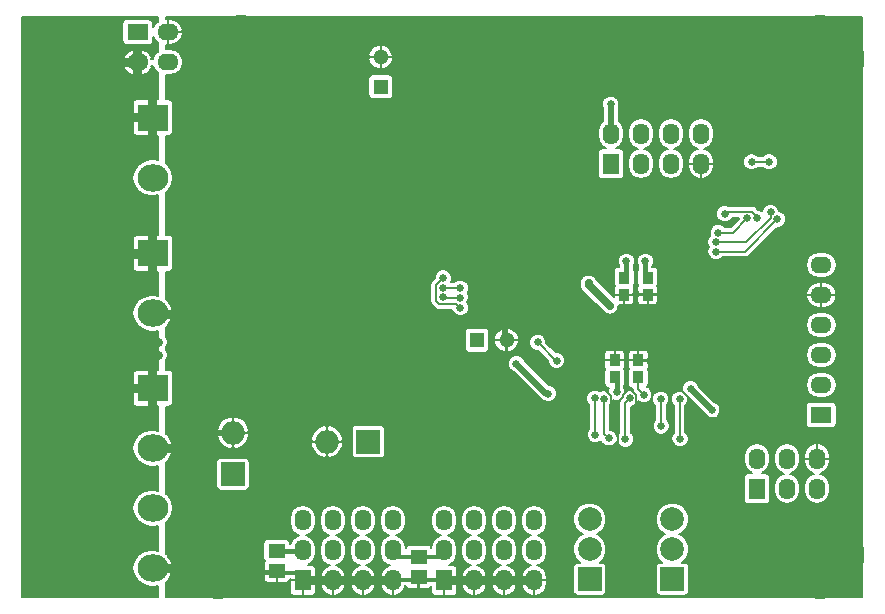
<source format=gbl>
G04 #@! TF.FileFunction,Copper,L2,Bot,Signal*
%FSLAX46Y46*%
G04 Gerber Fmt 4.6, Leading zero omitted, Abs format (unit mm)*
G04 Created by KiCad (PCBNEW (2015-08-30 BZR 6134, Git 4e94d52)-product) date 2015-09-01 19:05:39*
%MOMM*%
G01*
G04 APERTURE LIST*
%ADD10C,0.100000*%
%ADD11R,0.950000X1.000000*%
%ADD12R,1.450000X1.200000*%
%ADD13R,2.000000X2.000000*%
%ADD14O,2.000000X2.000000*%
%ADD15R,1.300000X1.300000*%
%ADD16O,1.300000X1.300000*%
%ADD17R,1.400000X1.800000*%
%ADD18O,1.400000X1.800000*%
%ADD19R,2.600000X2.300000*%
%ADD20O,2.600000X2.300000*%
%ADD21C,2.000000*%
%ADD22R,1.800000X1.400000*%
%ADD23O,1.800000X1.400000*%
%ADD24C,7.500000*%
%ADD25C,0.650000*%
%ADD26C,0.700000*%
%ADD27C,0.300000*%
%ADD28C,0.500000*%
%ADD29C,0.400000*%
%ADD30C,0.200000*%
%ADD31C,0.800000*%
G04 APERTURE END LIST*
D10*
D11*
X103404318Y-72504884D03*
X103404318Y-73954884D03*
X100604318Y-80954884D03*
X100604318Y-79504884D03*
X101404318Y-72504884D03*
X101404318Y-73954884D03*
X102604318Y-80954884D03*
X102604318Y-79504884D03*
D12*
X72000000Y-95650000D03*
X72000000Y-97350000D03*
X84000000Y-96150000D03*
X84000000Y-97850000D03*
D13*
X79750000Y-86400000D03*
D14*
X76250000Y-86400000D03*
D13*
X68300000Y-89150000D03*
D14*
X68300000Y-85650000D03*
D15*
X80800000Y-56350000D03*
D16*
X80800000Y-53850000D03*
D15*
X88950000Y-77800000D03*
D16*
X91450000Y-77800000D03*
D17*
X74190000Y-98140000D03*
D18*
X76730000Y-98140000D03*
X79270000Y-98140000D03*
X81810000Y-98140000D03*
X74190000Y-95600000D03*
X76730000Y-95600000D03*
X79270000Y-95600000D03*
X81810000Y-95600000D03*
X74190000Y-93060000D03*
X76730000Y-93060000D03*
X79270000Y-93060000D03*
X81810000Y-93060000D03*
D17*
X86190000Y-98140000D03*
D18*
X88730000Y-98140000D03*
X91270000Y-98140000D03*
X93810000Y-98140000D03*
X86190000Y-95600000D03*
X88730000Y-95600000D03*
X91270000Y-95600000D03*
X93810000Y-95600000D03*
X86190000Y-93060000D03*
X88730000Y-93060000D03*
X91270000Y-93060000D03*
X93810000Y-93060000D03*
D19*
X61500000Y-58960000D03*
D20*
X61500000Y-64040000D03*
D19*
X61500000Y-70460000D03*
D20*
X61500000Y-75540000D03*
D19*
X61500000Y-81880000D03*
D20*
X61500000Y-86960000D03*
X61500000Y-92040000D03*
X61500000Y-97120000D03*
D13*
X98500000Y-98040000D03*
D21*
X98500000Y-95500000D03*
X98500000Y-92960000D03*
D13*
X105500000Y-98040000D03*
D21*
X105500000Y-95500000D03*
X105500000Y-92960000D03*
D22*
X118100000Y-84140000D03*
D23*
X118100000Y-81600000D03*
X118100000Y-79060000D03*
X118100000Y-76520000D03*
X118100000Y-73980000D03*
X118100000Y-71440000D03*
D17*
X112660000Y-90370000D03*
D18*
X112660000Y-87830000D03*
X115200000Y-90370000D03*
X115200000Y-87830000D03*
X117740000Y-90370000D03*
X117740000Y-87830000D03*
D24*
X67000000Y-96000000D03*
D25*
X69675000Y-96000000D03*
X68892000Y-94108000D03*
X67000000Y-93325000D03*
X65108000Y-94108000D03*
X64325000Y-96000000D03*
X65108000Y-97892000D03*
X67000000Y-98675000D03*
X68892000Y-97892000D03*
D24*
X69000000Y-54000000D03*
D25*
X71675000Y-54000000D03*
X70892000Y-52108000D03*
X69000000Y-51325000D03*
X67108000Y-52108000D03*
X66325000Y-54000000D03*
X67108000Y-55892000D03*
X69000000Y-56675000D03*
X70892000Y-55892000D03*
D24*
X118000000Y-96000000D03*
D25*
X120675000Y-96000000D03*
X119892000Y-94108000D03*
X118000000Y-93325000D03*
X116108000Y-94108000D03*
X115325000Y-96000000D03*
X116108000Y-97892000D03*
X118000000Y-98675000D03*
X119892000Y-97892000D03*
D24*
X118000000Y-54000000D03*
D25*
X120675000Y-54000000D03*
X119892000Y-52108000D03*
X118000000Y-51325000D03*
X116108000Y-52108000D03*
X115325000Y-54000000D03*
X116108000Y-55892000D03*
X118000000Y-56675000D03*
X119892000Y-55892000D03*
D17*
X100290000Y-62870000D03*
D18*
X100290000Y-60330000D03*
X102830000Y-62870000D03*
X102830000Y-60330000D03*
X105370000Y-62870000D03*
X105370000Y-60330000D03*
X107910000Y-62870000D03*
X107910000Y-60330000D03*
D22*
X60230000Y-51730000D03*
D23*
X62770000Y-51730000D03*
X60230000Y-54270000D03*
X62770000Y-54270000D03*
D25*
X100780178Y-82189442D03*
X98400004Y-73000000D03*
X100200000Y-74900000D03*
X108823483Y-83741183D03*
X107030282Y-81907692D03*
X101604318Y-71129884D03*
X103204318Y-71129884D03*
X107500000Y-99200000D03*
X85350000Y-71950000D03*
X86400000Y-60000000D03*
X86400000Y-61000000D03*
X86400000Y-62000000D03*
X86400000Y-63000000D03*
X86400000Y-64000000D03*
X86400000Y-65000000D03*
X86400000Y-66000000D03*
X86400000Y-67000000D03*
X86400000Y-59000000D03*
X87500000Y-59000000D03*
X88500000Y-59000000D03*
X89500000Y-59000000D03*
X90500000Y-59000000D03*
X91500000Y-59000000D03*
X92500000Y-59000000D03*
X93500000Y-59000000D03*
X94500000Y-59000000D03*
X94500000Y-60000000D03*
X94500000Y-61000000D03*
X94500000Y-62000000D03*
X94500000Y-63000000D03*
X94500000Y-64000000D03*
X94500000Y-65000000D03*
X94500000Y-66000000D03*
X94500000Y-67000000D03*
X93500000Y-67000000D03*
X92500000Y-67000000D03*
X91500000Y-67000000D03*
X87500000Y-67000000D03*
X88500000Y-67000000D03*
X89500000Y-67000000D03*
X90500000Y-67000000D03*
X84500000Y-52000000D03*
X84900000Y-56100000D03*
X91200000Y-73300000D03*
X102000000Y-87700000D03*
X95000000Y-86800000D03*
X92000002Y-86800000D03*
X87800000Y-86800000D03*
X84800004Y-86800000D03*
X114500000Y-74100000D03*
X114500000Y-79200000D03*
X104600000Y-88900000D03*
X76575000Y-58475000D03*
X76550000Y-60525000D03*
X79100000Y-64500000D03*
X77600000Y-64500000D03*
X77600000Y-67100000D03*
X79100000Y-67100000D03*
X100157942Y-70709172D03*
X104504318Y-73929884D03*
X103604318Y-79529884D03*
X102404318Y-73929884D03*
X103065751Y-82422580D03*
X94994605Y-82322016D03*
X92294137Y-79794137D03*
X60905924Y-77950000D03*
X60900000Y-79050000D03*
X61950000Y-79050000D03*
X61950000Y-77950000D03*
X100261395Y-57822590D03*
X112199996Y-62700000D03*
X113700000Y-62700002D03*
X99720305Y-82786053D03*
X100100000Y-86100000D03*
X101504464Y-86191881D03*
X101867211Y-82722580D03*
X98950002Y-85800000D03*
X98920635Y-82719784D03*
X86072590Y-74172590D03*
X87527410Y-74200000D03*
X87532241Y-73397597D03*
X86077420Y-73370187D03*
X104544257Y-85072339D03*
X104500000Y-82800000D03*
X106142257Y-86142257D03*
X106100000Y-82800000D03*
X109380415Y-68696995D03*
X111852410Y-67500000D03*
X109922590Y-67100000D03*
X112658772Y-67496975D03*
X109170180Y-69499086D03*
X113808290Y-66991710D03*
X109170180Y-70301489D03*
X114376394Y-67564937D03*
X95683291Y-79533291D03*
X94094137Y-77994137D03*
X87550008Y-75050000D03*
X86077411Y-72529890D03*
D26*
X98400004Y-73100004D02*
X98400004Y-73000000D01*
X100200000Y-74900000D02*
X98400004Y-73100004D01*
D27*
X100810558Y-82189442D02*
X100780178Y-82189442D01*
X100900000Y-82100000D02*
X100810558Y-82189442D01*
D28*
X107030282Y-81947982D02*
X108823483Y-83741183D01*
X107030282Y-81907692D02*
X107030282Y-81947982D01*
D29*
X101604318Y-72304884D02*
X101404318Y-72504884D01*
X101604318Y-71129884D02*
X101604318Y-72304884D01*
X103204318Y-72304884D02*
X103404318Y-72504884D01*
X103204318Y-71129884D02*
X103204318Y-72304884D01*
X100804318Y-82229884D02*
X100804318Y-81154884D01*
X100804318Y-81154884D02*
X100604318Y-80954884D01*
D30*
X100297706Y-82508900D02*
X100297706Y-82997706D01*
X100297706Y-82997706D02*
X100500000Y-83200000D01*
X99307650Y-79504884D02*
X99307650Y-81518844D01*
X99307650Y-81518844D02*
X100297706Y-82508900D01*
X101735762Y-81835762D02*
X101819473Y-81835762D01*
X101289809Y-82605637D02*
X100950000Y-82945446D01*
X100950000Y-82945446D02*
X100927063Y-82968383D01*
X100927063Y-82968383D02*
X100927063Y-86677063D01*
X101289809Y-82460902D02*
X101289809Y-82605637D01*
X101735762Y-81835762D02*
X101735762Y-82014949D01*
X101735762Y-82014949D02*
X101289809Y-82460902D01*
X100927063Y-86677063D02*
X101050000Y-86800000D01*
X102444613Y-82460902D02*
X102444613Y-83144613D01*
X101819473Y-81835762D02*
X102444613Y-82460902D01*
X102444613Y-83144613D02*
X102500000Y-83200000D01*
X62770000Y-51730000D02*
X66730000Y-51730000D01*
X66730000Y-51730000D02*
X69000000Y-54000000D01*
D28*
X63900000Y-75600000D02*
X76190954Y-75600000D01*
X76190954Y-75600000D02*
X76750000Y-75040954D01*
D27*
X72000000Y-97350000D02*
X71850000Y-97500000D01*
X71850000Y-97500000D02*
X68500000Y-97500000D01*
X68500000Y-97500000D02*
X67000000Y-96000000D01*
X72000000Y-97350000D02*
X72150000Y-97500000D01*
X72150000Y-97500000D02*
X73550000Y-97500000D01*
X73550000Y-97500000D02*
X74190000Y-98140000D01*
D28*
X66885787Y-85650000D02*
X65769663Y-86766124D01*
X65769663Y-86766124D02*
X65575787Y-86960000D01*
D30*
X67000000Y-96000000D02*
X67000000Y-90696700D01*
X67000000Y-90696700D02*
X65769663Y-89466363D01*
X65769663Y-89466363D02*
X65769663Y-86766124D01*
X84900000Y-56100000D02*
X84575001Y-56424999D01*
X84575001Y-56424999D02*
X84575001Y-57175001D01*
X84575001Y-57175001D02*
X86075001Y-58675001D01*
X86075001Y-58675001D02*
X86400000Y-59000000D01*
X86400000Y-67000000D02*
X87500000Y-67000000D01*
D28*
X86400000Y-59000000D02*
X87500000Y-59000000D01*
X86400000Y-60000000D02*
X86400000Y-59000000D01*
X86400000Y-62000000D02*
X86400000Y-61000000D01*
X86400000Y-64000000D02*
X86400000Y-63000000D01*
X86400000Y-66000000D02*
X86400000Y-65000000D01*
X87500000Y-67000000D02*
X86500000Y-67000000D01*
X88500000Y-59000000D02*
X87500000Y-59000000D01*
X90500000Y-59000000D02*
X89500000Y-59000000D01*
X92500000Y-59000000D02*
X91500000Y-59000000D01*
X94500000Y-59000000D02*
X93500000Y-59000000D01*
X94500000Y-62000000D02*
X94500000Y-61000000D01*
X94500000Y-64000000D02*
X94500000Y-63000000D01*
X94500000Y-66000000D02*
X94500000Y-65000000D01*
X93500000Y-67000000D02*
X94500000Y-67000000D01*
X91500000Y-67000000D02*
X92500000Y-67000000D01*
X88500000Y-67000000D02*
X87500000Y-67000000D01*
X90500000Y-67000000D02*
X89500000Y-67000000D01*
D30*
X114500000Y-84400000D02*
X108554554Y-84400000D01*
X108554554Y-84400000D02*
X104009437Y-79854883D01*
X104009437Y-79854883D02*
X103929317Y-79854883D01*
X103929317Y-79854883D02*
X103604318Y-79529884D01*
X100157942Y-70709172D02*
X100157942Y-73757942D01*
X100157942Y-73757942D02*
X100354884Y-73954884D01*
X100354884Y-73954884D02*
X101404318Y-73954884D01*
X91200000Y-73300000D02*
X91659619Y-73300000D01*
X91659619Y-73300000D02*
X91817461Y-73142158D01*
X100157942Y-70709172D02*
X105367114Y-65500000D01*
X105367114Y-65500000D02*
X107200000Y-65500000D01*
X107200000Y-65500000D02*
X107910000Y-64790000D01*
X107910000Y-64790000D02*
X107910000Y-62870000D01*
X111622595Y-61477405D02*
X110230000Y-62870000D01*
X110230000Y-62870000D02*
X107910000Y-62870000D01*
X116108000Y-55892000D02*
X111622595Y-60377405D01*
X111622595Y-60377405D02*
X111622595Y-61477405D01*
X118000000Y-54000000D02*
X116108000Y-52108000D01*
X118000000Y-54000000D02*
X115325000Y-54000000D01*
X118000000Y-54000000D02*
X116108000Y-55892000D01*
X118000000Y-54000000D02*
X118000000Y-56675000D01*
X118000000Y-54000000D02*
X119892000Y-55892000D01*
X118000000Y-54000000D02*
X120675000Y-54000000D01*
X118000000Y-54000000D02*
X119892000Y-52108000D01*
X118000000Y-54000000D02*
X118000000Y-51325000D01*
D28*
X76550000Y-60525000D02*
X76550000Y-63450000D01*
X76550000Y-63450000D02*
X77600000Y-64500000D01*
D30*
X84500000Y-52000000D02*
X84040381Y-52000000D01*
X84040381Y-52000000D02*
X82750000Y-53290381D01*
X82750000Y-53290381D02*
X82750000Y-53850000D01*
X80800000Y-53850000D02*
X82750000Y-53850000D01*
X82750000Y-53850000D02*
X84900000Y-56000000D01*
X84900000Y-56000000D02*
X84900000Y-56100000D01*
X76899999Y-55700001D02*
X78750000Y-53850000D01*
X78750000Y-53850000D02*
X80800000Y-53850000D01*
X76575000Y-58475000D02*
X76899999Y-58150001D01*
X76899999Y-58150001D02*
X76899999Y-55700001D01*
X69000000Y-54000000D02*
X66300000Y-54000000D01*
D28*
X69000000Y-54000000D02*
X67108000Y-55892000D01*
X69000000Y-54000000D02*
X69000000Y-56675000D01*
X69000000Y-54000000D02*
X67108000Y-52108000D01*
X69000000Y-54000000D02*
X69000000Y-51325000D01*
X69000000Y-54000000D02*
X70892000Y-52108000D01*
X69000000Y-54000000D02*
X71675000Y-54000000D01*
X76575000Y-58475000D02*
X73475000Y-58475000D01*
X73475000Y-58475000D02*
X69000000Y-54000000D01*
D30*
X77600000Y-67100000D02*
X77600000Y-74190954D01*
X77600000Y-74190954D02*
X76750000Y-75040954D01*
D27*
X91200000Y-73300000D02*
X91200000Y-77550000D01*
X91200000Y-77550000D02*
X91450000Y-77800000D01*
D30*
X102604318Y-79504884D02*
X102604318Y-77834906D01*
X102604318Y-77834906D02*
X102604318Y-75329884D01*
X102569412Y-77800000D02*
X102604318Y-77834906D01*
X101646990Y-81746990D02*
X101735762Y-81835762D01*
X100950000Y-82945446D02*
X100900000Y-82995446D01*
X101646990Y-79504884D02*
X101646990Y-81746990D01*
X99307650Y-79504884D02*
X100604318Y-79504884D01*
X98995116Y-79504884D02*
X99307650Y-79504884D01*
X101646990Y-79504884D02*
X102604318Y-79504884D01*
X100604318Y-79504884D02*
X101646990Y-79504884D01*
X114500000Y-79200000D02*
X114500000Y-84400000D01*
X114500000Y-84400000D02*
X116100000Y-84400000D01*
X116100000Y-84400000D02*
X117740000Y-86040000D01*
X117740000Y-86040000D02*
X117740000Y-87830000D01*
X117740000Y-87830000D02*
X119130000Y-87830000D01*
X120800000Y-89500000D02*
X120800000Y-93200000D01*
X119130000Y-87830000D02*
X120800000Y-89500000D01*
X120800000Y-93200000D02*
X118000000Y-96000000D01*
X118000000Y-96000000D02*
X115300000Y-96000000D01*
X116108000Y-97892000D02*
X118000000Y-96000000D01*
X118000000Y-96000000D02*
X118000000Y-98675000D01*
X118000000Y-96000000D02*
X119892000Y-97892000D01*
X118000000Y-96000000D02*
X120675000Y-96000000D01*
X119892000Y-94108000D02*
X118783000Y-94108000D01*
X118783000Y-94108000D02*
X118000000Y-94891000D01*
X118000000Y-94891000D02*
X118000000Y-96000000D01*
X116108000Y-94108000D02*
X117217000Y-94108000D01*
X117217000Y-94108000D02*
X118000000Y-93325000D01*
X116108000Y-94108000D02*
X118000000Y-96000000D01*
X95000000Y-86800000D02*
X101050000Y-86800000D01*
X101050000Y-86800000D02*
X101100000Y-86800000D01*
X101100000Y-86800000D02*
X102000000Y-87700000D01*
X104600000Y-88900000D02*
X103195326Y-88900000D01*
X102000000Y-87700000D02*
X102000000Y-88159619D01*
X102000000Y-88159619D02*
X102740381Y-88900000D01*
X102740381Y-88900000D02*
X103195326Y-88900000D01*
X91700000Y-86800000D02*
X95000000Y-86800000D01*
X91700000Y-86800000D02*
X92000002Y-86800000D01*
X87800000Y-86800000D02*
X91700000Y-86800000D01*
X88100000Y-86800000D02*
X87800000Y-86800000D01*
X84800004Y-86800000D02*
X88100000Y-86800000D01*
X118100000Y-73980000D02*
X114620000Y-73980000D01*
X114620000Y-73980000D02*
X114500000Y-74100000D01*
X114500000Y-74100000D02*
X114500000Y-79200000D01*
D28*
X68300000Y-85650000D02*
X66885787Y-85650000D01*
X65575787Y-86960000D02*
X63960000Y-86960000D01*
X76750000Y-75040954D02*
X76749046Y-75040000D01*
D31*
X61440000Y-75600000D02*
X63900000Y-75600000D01*
X81810000Y-98140000D02*
X74190000Y-98140000D01*
X93810000Y-98140000D02*
X86190000Y-98140000D01*
D27*
X81810000Y-98140000D02*
X83710000Y-98140000D01*
X83710000Y-98140000D02*
X84000000Y-97850000D01*
X86190000Y-98140000D02*
X84290000Y-98140000D01*
X84290000Y-98140000D02*
X84000000Y-97850000D01*
D30*
X67000000Y-96000000D02*
X65100000Y-97900000D01*
X67000000Y-96000000D02*
X64300000Y-96000000D01*
X67000000Y-96000000D02*
X65100000Y-94100000D01*
X67000000Y-96000000D02*
X68892000Y-94108000D01*
X67000000Y-96000000D02*
X67000000Y-93325000D01*
X67000000Y-96000000D02*
X67000000Y-98675000D01*
X67000000Y-96000000D02*
X68892000Y-97892000D01*
X67000000Y-96000000D02*
X69675000Y-96000000D01*
D31*
X61500000Y-97120000D02*
X65880000Y-97120000D01*
X65880000Y-97120000D02*
X67000000Y-96000000D01*
X61500000Y-86960000D02*
X63960000Y-86960000D01*
D30*
X97800000Y-80700000D02*
X98995116Y-79504884D01*
D27*
X76550000Y-60525000D02*
X76550000Y-58500000D01*
X76550000Y-58500000D02*
X76575000Y-58475000D01*
D30*
X77600000Y-64500000D02*
X79100000Y-64500000D01*
X79100000Y-67100000D02*
X77600000Y-67100000D01*
X103404318Y-73954884D02*
X103429318Y-73929884D01*
X103429318Y-73929884D02*
X104504318Y-73929884D01*
X102604318Y-75329884D02*
X102404318Y-75129884D01*
X102404318Y-75129884D02*
X102404318Y-73929884D01*
X103604318Y-79529884D02*
X102629318Y-79529884D01*
X102629318Y-79529884D02*
X102604318Y-79504884D01*
X102404318Y-73929884D02*
X103379318Y-73929884D01*
X103379318Y-73929884D02*
X103404318Y-73954884D01*
X101404318Y-73954884D02*
X102379318Y-73954884D01*
X102379318Y-73954884D02*
X102404318Y-73929884D01*
X102604318Y-80954884D02*
X102604318Y-81961147D01*
X102740752Y-82097581D02*
X103065751Y-82422580D01*
X102604318Y-81961147D02*
X102740752Y-82097581D01*
D27*
X84000000Y-96150000D02*
X85640000Y-96150000D01*
X85640000Y-96150000D02*
X86190000Y-95600000D01*
X81810000Y-95600000D02*
X82360000Y-96150000D01*
X82360000Y-96150000D02*
X84000000Y-96150000D01*
D29*
X72000000Y-95650000D02*
X74140000Y-95650000D01*
X74140000Y-95650000D02*
X74190000Y-95600000D01*
D28*
X92294137Y-79794137D02*
X94822016Y-82322016D01*
X94822016Y-82322016D02*
X94994605Y-82322016D01*
X60230000Y-55671900D02*
X60230000Y-54270000D01*
X60230000Y-55671900D02*
X60230000Y-56330000D01*
D31*
X59808759Y-70500000D02*
X58089900Y-70500000D01*
X60960000Y-70500000D02*
X59808759Y-70500000D01*
D28*
X59808759Y-70500000D02*
X61460000Y-70500000D01*
X61460000Y-70500000D02*
X61500000Y-70460000D01*
D31*
X58089900Y-70500000D02*
X57549900Y-69960000D01*
D28*
X61500000Y-57437698D02*
X61500000Y-57960000D01*
X61500000Y-56425845D02*
X61500000Y-57437698D01*
X61500000Y-57437698D02*
X61500000Y-58960000D01*
X57549900Y-59950100D02*
X58540000Y-58960000D01*
X58540000Y-58960000D02*
X61500000Y-58960000D01*
X57549900Y-60617808D02*
X57549900Y-69960000D01*
X57549900Y-60617808D02*
X57549900Y-59950100D01*
X60230000Y-56330000D02*
X60325845Y-56425845D01*
X60325845Y-56425845D02*
X61500000Y-56425845D01*
D31*
X57549900Y-69960000D02*
X57190000Y-69960000D01*
X61950000Y-79050000D02*
X61566059Y-79050000D01*
X61566059Y-79050000D02*
X60900000Y-79050000D01*
D30*
X61500000Y-81880000D02*
X61500000Y-80530000D01*
X61500000Y-80530000D02*
X61566059Y-80463941D01*
X61566059Y-80463941D02*
X61566059Y-79050000D01*
D31*
X58700000Y-77950000D02*
X60905924Y-77950000D01*
X60905924Y-77950000D02*
X61950000Y-77950000D01*
X56650000Y-75900000D02*
X58700000Y-77950000D01*
X56650000Y-70500000D02*
X56650000Y-75900000D01*
X57190000Y-69960000D02*
X56650000Y-70500000D01*
D28*
X100290000Y-60330000D02*
X100290000Y-57851195D01*
X100290000Y-57851195D02*
X100261395Y-57822590D01*
D30*
X113700000Y-62700002D02*
X112199998Y-62700002D01*
X112199998Y-62700002D02*
X112199996Y-62700000D01*
X100100000Y-86100000D02*
X99720305Y-85720305D01*
X99720305Y-83245672D02*
X99720305Y-82786053D01*
X99720305Y-85720305D02*
X99720305Y-83245672D01*
X101504464Y-86191881D02*
X101504464Y-83085327D01*
X101542212Y-83047579D02*
X101867211Y-82722580D01*
X101504464Y-83085327D02*
X101542212Y-83047579D01*
X98920635Y-85770633D02*
X98950002Y-85800000D01*
X98920635Y-82719784D02*
X98920635Y-85770633D01*
X87527410Y-74200000D02*
X86100000Y-74200000D01*
X86100000Y-74200000D02*
X86072590Y-74172590D01*
X87504831Y-73370187D02*
X87532241Y-73397597D01*
X86077420Y-73370187D02*
X87504831Y-73370187D01*
X104500000Y-85028082D02*
X104544257Y-85072339D01*
X104500000Y-82800000D02*
X104500000Y-85028082D01*
X106100000Y-86100000D02*
X106142257Y-86142257D01*
X106100000Y-82800000D02*
X106100000Y-86100000D01*
X111852410Y-67500000D02*
X110652410Y-68700000D01*
X110652410Y-68700000D02*
X109383420Y-68700000D01*
X109383420Y-68700000D02*
X109380415Y-68696995D01*
X112658772Y-67496975D02*
X112661797Y-67500000D01*
X112661797Y-67500000D02*
X112700000Y-67500000D01*
X112222599Y-66922599D02*
X110099991Y-66922599D01*
X110099991Y-66922599D02*
X109922590Y-67100000D01*
X112700000Y-67500000D02*
X112700000Y-67400000D01*
X112700000Y-67400000D02*
X112222599Y-66922599D01*
X113808290Y-66991710D02*
X113808290Y-67451329D01*
X113808290Y-67451329D02*
X111760533Y-69499086D01*
X111760533Y-69499086D02*
X109170180Y-69499086D01*
X114376394Y-67564937D02*
X111639842Y-70301489D01*
X111639842Y-70301489D02*
X109170180Y-70301489D01*
X94094137Y-77994137D02*
X95633291Y-79533291D01*
X95633291Y-79533291D02*
X95683291Y-79533291D01*
X86077411Y-72529890D02*
X85495189Y-73112112D01*
X85495189Y-73112112D02*
X85495189Y-74495189D01*
X85495189Y-74495189D02*
X85750000Y-74750000D01*
X85750000Y-74750000D02*
X87200000Y-74750000D01*
X87200000Y-74750000D02*
X87500000Y-75050000D01*
X87500000Y-75050000D02*
X87550008Y-75050000D01*
G36*
X61900000Y-50863124D02*
X61766714Y-50952183D01*
X61537836Y-51294723D01*
X61537836Y-51030000D01*
X61509944Y-50881769D01*
X61422340Y-50745628D01*
X61288671Y-50654296D01*
X61130000Y-50622164D01*
X59330000Y-50622164D01*
X59181769Y-50650056D01*
X59045628Y-50737660D01*
X58954296Y-50871329D01*
X58922164Y-51030000D01*
X58922164Y-52430000D01*
X58950056Y-52578231D01*
X59037660Y-52714372D01*
X59171329Y-52805704D01*
X59330000Y-52837836D01*
X61130000Y-52837836D01*
X61278231Y-52809944D01*
X61414372Y-52722340D01*
X61505704Y-52588671D01*
X61537836Y-52430000D01*
X61537836Y-52165277D01*
X61766714Y-52507817D01*
X61900000Y-52596876D01*
X61900000Y-53403124D01*
X61766714Y-53492183D01*
X61528264Y-53849048D01*
X61504205Y-53969998D01*
X61383940Y-53969998D01*
X61428341Y-53808139D01*
X61367604Y-53712398D01*
X61082848Y-53396037D01*
X60698702Y-53212729D01*
X60530000Y-53283712D01*
X60530000Y-53970000D01*
X60550000Y-53970000D01*
X60550000Y-54570000D01*
X60530000Y-54570000D01*
X60530000Y-55256288D01*
X60698702Y-55327271D01*
X61082848Y-55143963D01*
X61367604Y-54827602D01*
X61428341Y-54731861D01*
X61383940Y-54570002D01*
X61504205Y-54570002D01*
X61528264Y-54690952D01*
X61766714Y-55047817D01*
X61900000Y-55136876D01*
X61900000Y-57410000D01*
X61800000Y-57510000D01*
X61800000Y-58660000D01*
X61820000Y-58660000D01*
X61820000Y-59260000D01*
X61800000Y-59260000D01*
X61800000Y-60410000D01*
X61900000Y-60510000D01*
X61900000Y-62533103D01*
X61683305Y-62490000D01*
X61316695Y-62490000D01*
X60723536Y-62607987D01*
X60220679Y-62943984D01*
X59884682Y-63446841D01*
X59766695Y-64040000D01*
X59884682Y-64633159D01*
X60220679Y-65136016D01*
X60723536Y-65472013D01*
X61316695Y-65590000D01*
X61683305Y-65590000D01*
X61900000Y-65546897D01*
X61900000Y-68910000D01*
X61800000Y-69010000D01*
X61800000Y-70160000D01*
X61820000Y-70160000D01*
X61820000Y-70760000D01*
X61800000Y-70760000D01*
X61800000Y-71910000D01*
X61900000Y-72010000D01*
X61900000Y-74033103D01*
X61683305Y-73990000D01*
X61316695Y-73990000D01*
X60723536Y-74107987D01*
X60220679Y-74443984D01*
X59884682Y-74946841D01*
X59766695Y-75540000D01*
X59884682Y-76133159D01*
X60220679Y-76636016D01*
X60723536Y-76972013D01*
X61316695Y-77090000D01*
X61683305Y-77090000D01*
X61900000Y-77046897D01*
X61900000Y-80330000D01*
X61800000Y-80430000D01*
X61800000Y-81580000D01*
X61820000Y-81580000D01*
X61820000Y-82180000D01*
X61800000Y-82180000D01*
X61800000Y-83330000D01*
X61900000Y-83430000D01*
X61900000Y-85453103D01*
X61683305Y-85410000D01*
X61316695Y-85410000D01*
X60723536Y-85527987D01*
X60220679Y-85863984D01*
X59884682Y-86366841D01*
X59766695Y-86960000D01*
X59884682Y-87553159D01*
X60220679Y-88056016D01*
X60723536Y-88392013D01*
X61316695Y-88510000D01*
X61683305Y-88510000D01*
X61900000Y-88466897D01*
X61900000Y-90533103D01*
X61683305Y-90490000D01*
X61316695Y-90490000D01*
X60723536Y-90607987D01*
X60220679Y-90943984D01*
X59884682Y-91446841D01*
X59766695Y-92040000D01*
X59884682Y-92633159D01*
X60220679Y-93136016D01*
X60723536Y-93472013D01*
X61316695Y-93590000D01*
X61683305Y-93590000D01*
X61900000Y-93546897D01*
X61900000Y-95613103D01*
X61683305Y-95570000D01*
X61316695Y-95570000D01*
X60723536Y-95687987D01*
X60220679Y-96023984D01*
X59884682Y-96526841D01*
X59766695Y-97120000D01*
X59884682Y-97713159D01*
X60220679Y-98216016D01*
X60723536Y-98552013D01*
X61316695Y-98670000D01*
X61683305Y-98670000D01*
X61900000Y-98626897D01*
X61900000Y-99550000D01*
X50450000Y-99550000D01*
X50450000Y-82280000D01*
X59800000Y-82280000D01*
X59800000Y-83109565D01*
X59860896Y-83256582D01*
X59973418Y-83369104D01*
X60120435Y-83430000D01*
X61100000Y-83430000D01*
X61200000Y-83330000D01*
X61200000Y-82180000D01*
X59900000Y-82180000D01*
X59800000Y-82280000D01*
X50450000Y-82280000D01*
X50450000Y-80650435D01*
X59800000Y-80650435D01*
X59800000Y-81480000D01*
X59900000Y-81580000D01*
X61200000Y-81580000D01*
X61200000Y-80430000D01*
X61100000Y-80330000D01*
X60120435Y-80330000D01*
X59973418Y-80390896D01*
X59860896Y-80503418D01*
X59800000Y-80650435D01*
X50450000Y-80650435D01*
X50450000Y-70860000D01*
X59800000Y-70860000D01*
X59800000Y-71689565D01*
X59860896Y-71836582D01*
X59973418Y-71949104D01*
X60120435Y-72010000D01*
X61100000Y-72010000D01*
X61200000Y-71910000D01*
X61200000Y-70760000D01*
X59900000Y-70760000D01*
X59800000Y-70860000D01*
X50450000Y-70860000D01*
X50450000Y-69230435D01*
X59800000Y-69230435D01*
X59800000Y-70060000D01*
X59900000Y-70160000D01*
X61200000Y-70160000D01*
X61200000Y-69010000D01*
X61100000Y-68910000D01*
X60120435Y-68910000D01*
X59973418Y-68970896D01*
X59860896Y-69083418D01*
X59800000Y-69230435D01*
X50450000Y-69230435D01*
X50450000Y-59360000D01*
X59800000Y-59360000D01*
X59800000Y-60189565D01*
X59860896Y-60336582D01*
X59973418Y-60449104D01*
X60120435Y-60510000D01*
X61100000Y-60510000D01*
X61200000Y-60410000D01*
X61200000Y-59260000D01*
X59900000Y-59260000D01*
X59800000Y-59360000D01*
X50450000Y-59360000D01*
X50450000Y-57730435D01*
X59800000Y-57730435D01*
X59800000Y-58560000D01*
X59900000Y-58660000D01*
X61200000Y-58660000D01*
X61200000Y-57510000D01*
X61100000Y-57410000D01*
X60120435Y-57410000D01*
X59973418Y-57470896D01*
X59860896Y-57583418D01*
X59800000Y-57730435D01*
X50450000Y-57730435D01*
X50450000Y-54731861D01*
X59031659Y-54731861D01*
X59092396Y-54827602D01*
X59377152Y-55143963D01*
X59761298Y-55327271D01*
X59930000Y-55256288D01*
X59930000Y-54570000D01*
X59076061Y-54570000D01*
X59031659Y-54731861D01*
X50450000Y-54731861D01*
X50450000Y-53808139D01*
X59031659Y-53808139D01*
X59076061Y-53970000D01*
X59930000Y-53970000D01*
X59930000Y-53283712D01*
X59761298Y-53212729D01*
X59377152Y-53396037D01*
X59092396Y-53712398D01*
X59031659Y-53808139D01*
X50450000Y-53808139D01*
X50450000Y-50450000D01*
X61900000Y-50450000D01*
X61900000Y-50863124D01*
X61900000Y-50863124D01*
G37*
X61900000Y-50863124D02*
X61766714Y-50952183D01*
X61537836Y-51294723D01*
X61537836Y-51030000D01*
X61509944Y-50881769D01*
X61422340Y-50745628D01*
X61288671Y-50654296D01*
X61130000Y-50622164D01*
X59330000Y-50622164D01*
X59181769Y-50650056D01*
X59045628Y-50737660D01*
X58954296Y-50871329D01*
X58922164Y-51030000D01*
X58922164Y-52430000D01*
X58950056Y-52578231D01*
X59037660Y-52714372D01*
X59171329Y-52805704D01*
X59330000Y-52837836D01*
X61130000Y-52837836D01*
X61278231Y-52809944D01*
X61414372Y-52722340D01*
X61505704Y-52588671D01*
X61537836Y-52430000D01*
X61537836Y-52165277D01*
X61766714Y-52507817D01*
X61900000Y-52596876D01*
X61900000Y-53403124D01*
X61766714Y-53492183D01*
X61528264Y-53849048D01*
X61504205Y-53969998D01*
X61383940Y-53969998D01*
X61428341Y-53808139D01*
X61367604Y-53712398D01*
X61082848Y-53396037D01*
X60698702Y-53212729D01*
X60530000Y-53283712D01*
X60530000Y-53970000D01*
X60550000Y-53970000D01*
X60550000Y-54570000D01*
X60530000Y-54570000D01*
X60530000Y-55256288D01*
X60698702Y-55327271D01*
X61082848Y-55143963D01*
X61367604Y-54827602D01*
X61428341Y-54731861D01*
X61383940Y-54570002D01*
X61504205Y-54570002D01*
X61528264Y-54690952D01*
X61766714Y-55047817D01*
X61900000Y-55136876D01*
X61900000Y-57410000D01*
X61800000Y-57510000D01*
X61800000Y-58660000D01*
X61820000Y-58660000D01*
X61820000Y-59260000D01*
X61800000Y-59260000D01*
X61800000Y-60410000D01*
X61900000Y-60510000D01*
X61900000Y-62533103D01*
X61683305Y-62490000D01*
X61316695Y-62490000D01*
X60723536Y-62607987D01*
X60220679Y-62943984D01*
X59884682Y-63446841D01*
X59766695Y-64040000D01*
X59884682Y-64633159D01*
X60220679Y-65136016D01*
X60723536Y-65472013D01*
X61316695Y-65590000D01*
X61683305Y-65590000D01*
X61900000Y-65546897D01*
X61900000Y-68910000D01*
X61800000Y-69010000D01*
X61800000Y-70160000D01*
X61820000Y-70160000D01*
X61820000Y-70760000D01*
X61800000Y-70760000D01*
X61800000Y-71910000D01*
X61900000Y-72010000D01*
X61900000Y-74033103D01*
X61683305Y-73990000D01*
X61316695Y-73990000D01*
X60723536Y-74107987D01*
X60220679Y-74443984D01*
X59884682Y-74946841D01*
X59766695Y-75540000D01*
X59884682Y-76133159D01*
X60220679Y-76636016D01*
X60723536Y-76972013D01*
X61316695Y-77090000D01*
X61683305Y-77090000D01*
X61900000Y-77046897D01*
X61900000Y-80330000D01*
X61800000Y-80430000D01*
X61800000Y-81580000D01*
X61820000Y-81580000D01*
X61820000Y-82180000D01*
X61800000Y-82180000D01*
X61800000Y-83330000D01*
X61900000Y-83430000D01*
X61900000Y-85453103D01*
X61683305Y-85410000D01*
X61316695Y-85410000D01*
X60723536Y-85527987D01*
X60220679Y-85863984D01*
X59884682Y-86366841D01*
X59766695Y-86960000D01*
X59884682Y-87553159D01*
X60220679Y-88056016D01*
X60723536Y-88392013D01*
X61316695Y-88510000D01*
X61683305Y-88510000D01*
X61900000Y-88466897D01*
X61900000Y-90533103D01*
X61683305Y-90490000D01*
X61316695Y-90490000D01*
X60723536Y-90607987D01*
X60220679Y-90943984D01*
X59884682Y-91446841D01*
X59766695Y-92040000D01*
X59884682Y-92633159D01*
X60220679Y-93136016D01*
X60723536Y-93472013D01*
X61316695Y-93590000D01*
X61683305Y-93590000D01*
X61900000Y-93546897D01*
X61900000Y-95613103D01*
X61683305Y-95570000D01*
X61316695Y-95570000D01*
X60723536Y-95687987D01*
X60220679Y-96023984D01*
X59884682Y-96526841D01*
X59766695Y-97120000D01*
X59884682Y-97713159D01*
X60220679Y-98216016D01*
X60723536Y-98552013D01*
X61316695Y-98670000D01*
X61683305Y-98670000D01*
X61900000Y-98626897D01*
X61900000Y-99550000D01*
X50450000Y-99550000D01*
X50450000Y-82280000D01*
X59800000Y-82280000D01*
X59800000Y-83109565D01*
X59860896Y-83256582D01*
X59973418Y-83369104D01*
X60120435Y-83430000D01*
X61100000Y-83430000D01*
X61200000Y-83330000D01*
X61200000Y-82180000D01*
X59900000Y-82180000D01*
X59800000Y-82280000D01*
X50450000Y-82280000D01*
X50450000Y-80650435D01*
X59800000Y-80650435D01*
X59800000Y-81480000D01*
X59900000Y-81580000D01*
X61200000Y-81580000D01*
X61200000Y-80430000D01*
X61100000Y-80330000D01*
X60120435Y-80330000D01*
X59973418Y-80390896D01*
X59860896Y-80503418D01*
X59800000Y-80650435D01*
X50450000Y-80650435D01*
X50450000Y-70860000D01*
X59800000Y-70860000D01*
X59800000Y-71689565D01*
X59860896Y-71836582D01*
X59973418Y-71949104D01*
X60120435Y-72010000D01*
X61100000Y-72010000D01*
X61200000Y-71910000D01*
X61200000Y-70760000D01*
X59900000Y-70760000D01*
X59800000Y-70860000D01*
X50450000Y-70860000D01*
X50450000Y-69230435D01*
X59800000Y-69230435D01*
X59800000Y-70060000D01*
X59900000Y-70160000D01*
X61200000Y-70160000D01*
X61200000Y-69010000D01*
X61100000Y-68910000D01*
X60120435Y-68910000D01*
X59973418Y-68970896D01*
X59860896Y-69083418D01*
X59800000Y-69230435D01*
X50450000Y-69230435D01*
X50450000Y-59360000D01*
X59800000Y-59360000D01*
X59800000Y-60189565D01*
X59860896Y-60336582D01*
X59973418Y-60449104D01*
X60120435Y-60510000D01*
X61100000Y-60510000D01*
X61200000Y-60410000D01*
X61200000Y-59260000D01*
X59900000Y-59260000D01*
X59800000Y-59360000D01*
X50450000Y-59360000D01*
X50450000Y-57730435D01*
X59800000Y-57730435D01*
X59800000Y-58560000D01*
X59900000Y-58660000D01*
X61200000Y-58660000D01*
X61200000Y-57510000D01*
X61100000Y-57410000D01*
X60120435Y-57410000D01*
X59973418Y-57470896D01*
X59860896Y-57583418D01*
X59800000Y-57730435D01*
X50450000Y-57730435D01*
X50450000Y-54731861D01*
X59031659Y-54731861D01*
X59092396Y-54827602D01*
X59377152Y-55143963D01*
X59761298Y-55327271D01*
X59930000Y-55256288D01*
X59930000Y-54570000D01*
X59076061Y-54570000D01*
X59031659Y-54731861D01*
X50450000Y-54731861D01*
X50450000Y-53808139D01*
X59031659Y-53808139D01*
X59076061Y-53970000D01*
X59930000Y-53970000D01*
X59930000Y-53283712D01*
X59761298Y-53212729D01*
X59377152Y-53396037D01*
X59092396Y-53712398D01*
X59031659Y-53808139D01*
X50450000Y-53808139D01*
X50450000Y-50450000D01*
X61900000Y-50450000D01*
X61900000Y-50863124D01*
G36*
X121550000Y-99550000D02*
X62600000Y-99550000D01*
X62600000Y-99130507D01*
X66551564Y-99130507D01*
X66569562Y-99275954D01*
X66832302Y-99394930D01*
X67120572Y-99404304D01*
X67390487Y-99302648D01*
X67430438Y-99275954D01*
X67448436Y-99130507D01*
X67000000Y-98682071D01*
X66551564Y-99130507D01*
X62600000Y-99130507D01*
X62600000Y-98795572D01*
X66270696Y-98795572D01*
X66372352Y-99065487D01*
X66399046Y-99105438D01*
X66544493Y-99123436D01*
X66992929Y-98675000D01*
X67007071Y-98675000D01*
X67455507Y-99123436D01*
X67600954Y-99105438D01*
X67719930Y-98842698D01*
X67729304Y-98554428D01*
X67651373Y-98347507D01*
X68443564Y-98347507D01*
X68461562Y-98492954D01*
X68724302Y-98611930D01*
X69012572Y-98621304D01*
X69282487Y-98519648D01*
X69322438Y-98492954D01*
X69340436Y-98347507D01*
X68892000Y-97899071D01*
X68443564Y-98347507D01*
X67651373Y-98347507D01*
X67627648Y-98284513D01*
X67600954Y-98244562D01*
X67455507Y-98226564D01*
X67007071Y-98675000D01*
X66992929Y-98675000D01*
X66544493Y-98226564D01*
X66399046Y-98244562D01*
X66280070Y-98507302D01*
X66270696Y-98795572D01*
X62600000Y-98795572D01*
X62600000Y-98347507D01*
X64659564Y-98347507D01*
X64677562Y-98492954D01*
X64940302Y-98611930D01*
X65228572Y-98621304D01*
X65498487Y-98519648D01*
X65538438Y-98492954D01*
X65556436Y-98347507D01*
X65108000Y-97899071D01*
X64659564Y-98347507D01*
X62600000Y-98347507D01*
X62600000Y-98313106D01*
X62749551Y-98212480D01*
X62882194Y-98012572D01*
X64378696Y-98012572D01*
X64480352Y-98282487D01*
X64507046Y-98322438D01*
X64652493Y-98340436D01*
X65100929Y-97892000D01*
X65115071Y-97892000D01*
X65563507Y-98340436D01*
X65708954Y-98322438D01*
X65755570Y-98219493D01*
X66551564Y-98219493D01*
X67000000Y-98667929D01*
X67448436Y-98219493D01*
X67430438Y-98074046D01*
X67294683Y-98012572D01*
X68162696Y-98012572D01*
X68264352Y-98282487D01*
X68291046Y-98322438D01*
X68436493Y-98340436D01*
X68884929Y-97892000D01*
X68899071Y-97892000D01*
X69347507Y-98340436D01*
X69492954Y-98322438D01*
X69611930Y-98059698D01*
X69621304Y-97771428D01*
X69519648Y-97501513D01*
X69492954Y-97461562D01*
X69439925Y-97455000D01*
X70875000Y-97455000D01*
X70875000Y-98029565D01*
X70935896Y-98176582D01*
X71048418Y-98289104D01*
X71195435Y-98350000D01*
X71895000Y-98350000D01*
X71995000Y-98250000D01*
X71995000Y-97355000D01*
X70975000Y-97355000D01*
X70875000Y-97455000D01*
X69439925Y-97455000D01*
X69347507Y-97443564D01*
X68899071Y-97892000D01*
X68884929Y-97892000D01*
X68436493Y-97443564D01*
X68291046Y-97461562D01*
X68172070Y-97724302D01*
X68162696Y-98012572D01*
X67294683Y-98012572D01*
X67167698Y-97955070D01*
X66879428Y-97945696D01*
X66609513Y-98047352D01*
X66569562Y-98074046D01*
X66551564Y-98219493D01*
X65755570Y-98219493D01*
X65827930Y-98059698D01*
X65837304Y-97771428D01*
X65735648Y-97501513D01*
X65708954Y-97461562D01*
X65563507Y-97443564D01*
X65115071Y-97892000D01*
X65100929Y-97892000D01*
X64652493Y-97443564D01*
X64507046Y-97461562D01*
X64388070Y-97724302D01*
X64378696Y-98012572D01*
X62882194Y-98012572D01*
X63083927Y-97708540D01*
X63160645Y-97436493D01*
X64659564Y-97436493D01*
X65108000Y-97884929D01*
X65556436Y-97436493D01*
X68443564Y-97436493D01*
X68892000Y-97884929D01*
X69340436Y-97436493D01*
X69322438Y-97291046D01*
X69059698Y-97172070D01*
X68771428Y-97162696D01*
X68501513Y-97264352D01*
X68461562Y-97291046D01*
X68443564Y-97436493D01*
X65556436Y-97436493D01*
X65538438Y-97291046D01*
X65275698Y-97172070D01*
X64987428Y-97162696D01*
X64717513Y-97264352D01*
X64677562Y-97291046D01*
X64659564Y-97436493D01*
X63160645Y-97436493D01*
X63180127Y-97367411D01*
X63099991Y-97125000D01*
X62600000Y-97125000D01*
X62600000Y-97115000D01*
X63099991Y-97115000D01*
X63180127Y-96872589D01*
X63083927Y-96531460D01*
X63033531Y-96455507D01*
X63876564Y-96455507D01*
X63894562Y-96600954D01*
X64157302Y-96719930D01*
X64445572Y-96729304D01*
X64715487Y-96627648D01*
X64755438Y-96600954D01*
X64773436Y-96455507D01*
X69226564Y-96455507D01*
X69244562Y-96600954D01*
X69507302Y-96719930D01*
X69795572Y-96729304D01*
X70065487Y-96627648D01*
X70105438Y-96600954D01*
X70123436Y-96455507D01*
X69675000Y-96007071D01*
X69226564Y-96455507D01*
X64773436Y-96455507D01*
X64325000Y-96007071D01*
X63876564Y-96455507D01*
X63033531Y-96455507D01*
X62811294Y-96120572D01*
X63595696Y-96120572D01*
X63697352Y-96390487D01*
X63724046Y-96430438D01*
X63869493Y-96448436D01*
X64317929Y-96000000D01*
X64332071Y-96000000D01*
X64780507Y-96448436D01*
X64925954Y-96430438D01*
X65044930Y-96167698D01*
X65046462Y-96120572D01*
X68945696Y-96120572D01*
X69047352Y-96390487D01*
X69074046Y-96430438D01*
X69219493Y-96448436D01*
X69667929Y-96000000D01*
X69682071Y-96000000D01*
X70130507Y-96448436D01*
X70275954Y-96430438D01*
X70394930Y-96167698D01*
X70404304Y-95879428D01*
X70302648Y-95609513D01*
X70275954Y-95569562D01*
X70130507Y-95551564D01*
X69682071Y-96000000D01*
X69667929Y-96000000D01*
X69219493Y-95551564D01*
X69074046Y-95569562D01*
X68955070Y-95832302D01*
X68945696Y-96120572D01*
X65046462Y-96120572D01*
X65054304Y-95879428D01*
X64952648Y-95609513D01*
X64925954Y-95569562D01*
X64780507Y-95551564D01*
X64332071Y-96000000D01*
X64317929Y-96000000D01*
X63869493Y-95551564D01*
X63724046Y-95569562D01*
X63605070Y-95832302D01*
X63595696Y-96120572D01*
X62811294Y-96120572D01*
X62749551Y-96027520D01*
X62600000Y-95926894D01*
X62600000Y-95544493D01*
X63876564Y-95544493D01*
X64325000Y-95992929D01*
X64773436Y-95544493D01*
X69226564Y-95544493D01*
X69675000Y-95992929D01*
X70123436Y-95544493D01*
X70105438Y-95399046D01*
X69842698Y-95280070D01*
X69554428Y-95270696D01*
X69284513Y-95372352D01*
X69244562Y-95399046D01*
X69226564Y-95544493D01*
X64773436Y-95544493D01*
X64755438Y-95399046D01*
X64492698Y-95280070D01*
X64204428Y-95270696D01*
X63934513Y-95372352D01*
X63894562Y-95399046D01*
X63876564Y-95544493D01*
X62600000Y-95544493D01*
X62600000Y-95050000D01*
X70867164Y-95050000D01*
X70867164Y-96250000D01*
X70895056Y-96398231D01*
X70960061Y-96499253D01*
X70935896Y-96523418D01*
X70875000Y-96670435D01*
X70875000Y-97245000D01*
X70975000Y-97345000D01*
X71995000Y-97345000D01*
X71995000Y-97325000D01*
X72005000Y-97325000D01*
X72005000Y-97345000D01*
X72025000Y-97345000D01*
X72025000Y-97355000D01*
X72005000Y-97355000D01*
X72005000Y-98250000D01*
X72105000Y-98350000D01*
X72804565Y-98350000D01*
X72951582Y-98289104D01*
X72995686Y-98245000D01*
X73090000Y-98245000D01*
X73090000Y-99119565D01*
X73150896Y-99266582D01*
X73263418Y-99379104D01*
X73410435Y-99440000D01*
X74085000Y-99440000D01*
X74185000Y-99340000D01*
X74185000Y-98145000D01*
X74195000Y-98145000D01*
X74195000Y-99340000D01*
X74295000Y-99440000D01*
X74969565Y-99440000D01*
X75116582Y-99379104D01*
X75229104Y-99266582D01*
X75290000Y-99119565D01*
X75290000Y-98245000D01*
X75190000Y-98145000D01*
X75630000Y-98145000D01*
X75630000Y-98345000D01*
X75715646Y-98765571D01*
X75955718Y-99121353D01*
X76313668Y-99358181D01*
X76552985Y-99425664D01*
X76725000Y-99339987D01*
X76725000Y-98145000D01*
X76735000Y-98145000D01*
X76735000Y-99339987D01*
X76907015Y-99425664D01*
X77146332Y-99358181D01*
X77504282Y-99121353D01*
X77744354Y-98765571D01*
X77830000Y-98345000D01*
X77830000Y-98145000D01*
X78170000Y-98145000D01*
X78170000Y-98345000D01*
X78255646Y-98765571D01*
X78495718Y-99121353D01*
X78853668Y-99358181D01*
X79092985Y-99425664D01*
X79265000Y-99339987D01*
X79265000Y-98145000D01*
X79275000Y-98145000D01*
X79275000Y-99339987D01*
X79447015Y-99425664D01*
X79686332Y-99358181D01*
X80044282Y-99121353D01*
X80284354Y-98765571D01*
X80370000Y-98345000D01*
X80370000Y-98145000D01*
X80710000Y-98145000D01*
X80710000Y-98345000D01*
X80795646Y-98765571D01*
X81035718Y-99121353D01*
X81393668Y-99358181D01*
X81632985Y-99425664D01*
X81805000Y-99339987D01*
X81805000Y-98145000D01*
X80710000Y-98145000D01*
X80370000Y-98145000D01*
X79275000Y-98145000D01*
X79265000Y-98145000D01*
X78170000Y-98145000D01*
X77830000Y-98145000D01*
X76735000Y-98145000D01*
X76725000Y-98145000D01*
X75630000Y-98145000D01*
X75190000Y-98145000D01*
X74195000Y-98145000D01*
X74185000Y-98145000D01*
X73190000Y-98145000D01*
X73090000Y-98245000D01*
X72995686Y-98245000D01*
X73064104Y-98176582D01*
X73113157Y-98058157D01*
X73190000Y-98135000D01*
X74185000Y-98135000D01*
X74185000Y-98115000D01*
X74195000Y-98115000D01*
X74195000Y-98135000D01*
X75190000Y-98135000D01*
X75290000Y-98035000D01*
X75290000Y-97160435D01*
X75229104Y-97013418D01*
X75116582Y-96900896D01*
X74969565Y-96840000D01*
X74613550Y-96840000D01*
X74967817Y-96603286D01*
X75206267Y-96246421D01*
X75290000Y-95825469D01*
X75290000Y-95374531D01*
X75206267Y-94953579D01*
X74967817Y-94596714D01*
X74610952Y-94358264D01*
X74468860Y-94330000D01*
X74610952Y-94301736D01*
X74967817Y-94063286D01*
X75206267Y-93706421D01*
X75290000Y-93285469D01*
X75290000Y-92834531D01*
X75630000Y-92834531D01*
X75630000Y-93285469D01*
X75713733Y-93706421D01*
X75952183Y-94063286D01*
X76309048Y-94301736D01*
X76451140Y-94330000D01*
X76309048Y-94358264D01*
X75952183Y-94596714D01*
X75713733Y-94953579D01*
X75630000Y-95374531D01*
X75630000Y-95825469D01*
X75713733Y-96246421D01*
X75952183Y-96603286D01*
X76309048Y-96841736D01*
X76478286Y-96875400D01*
X76313668Y-96921819D01*
X75955718Y-97158647D01*
X75715646Y-97514429D01*
X75630000Y-97935000D01*
X75630000Y-98135000D01*
X76725000Y-98135000D01*
X76725000Y-98115000D01*
X76735000Y-98115000D01*
X76735000Y-98135000D01*
X77830000Y-98135000D01*
X77830000Y-97935000D01*
X77744354Y-97514429D01*
X77504282Y-97158647D01*
X77146332Y-96921819D01*
X76981714Y-96875400D01*
X77150952Y-96841736D01*
X77507817Y-96603286D01*
X77746267Y-96246421D01*
X77830000Y-95825469D01*
X77830000Y-95374531D01*
X77746267Y-94953579D01*
X77507817Y-94596714D01*
X77150952Y-94358264D01*
X77008860Y-94330000D01*
X77150952Y-94301736D01*
X77507817Y-94063286D01*
X77746267Y-93706421D01*
X77830000Y-93285469D01*
X77830000Y-92834531D01*
X78170000Y-92834531D01*
X78170000Y-93285469D01*
X78253733Y-93706421D01*
X78492183Y-94063286D01*
X78849048Y-94301736D01*
X78991140Y-94330000D01*
X78849048Y-94358264D01*
X78492183Y-94596714D01*
X78253733Y-94953579D01*
X78170000Y-95374531D01*
X78170000Y-95825469D01*
X78253733Y-96246421D01*
X78492183Y-96603286D01*
X78849048Y-96841736D01*
X79018286Y-96875400D01*
X78853668Y-96921819D01*
X78495718Y-97158647D01*
X78255646Y-97514429D01*
X78170000Y-97935000D01*
X78170000Y-98135000D01*
X79265000Y-98135000D01*
X79265000Y-98115000D01*
X79275000Y-98115000D01*
X79275000Y-98135000D01*
X80370000Y-98135000D01*
X80370000Y-97935000D01*
X80284354Y-97514429D01*
X80044282Y-97158647D01*
X79686332Y-96921819D01*
X79521714Y-96875400D01*
X79690952Y-96841736D01*
X80047817Y-96603286D01*
X80286267Y-96246421D01*
X80370000Y-95825469D01*
X80370000Y-95374531D01*
X80286267Y-94953579D01*
X80047817Y-94596714D01*
X79690952Y-94358264D01*
X79548860Y-94330000D01*
X79690952Y-94301736D01*
X80047817Y-94063286D01*
X80286267Y-93706421D01*
X80370000Y-93285469D01*
X80370000Y-92834531D01*
X80710000Y-92834531D01*
X80710000Y-93285469D01*
X80793733Y-93706421D01*
X81032183Y-94063286D01*
X81389048Y-94301736D01*
X81531140Y-94330000D01*
X81389048Y-94358264D01*
X81032183Y-94596714D01*
X80793733Y-94953579D01*
X80710000Y-95374531D01*
X80710000Y-95825469D01*
X80793733Y-96246421D01*
X81032183Y-96603286D01*
X81389048Y-96841736D01*
X81558286Y-96875400D01*
X81393668Y-96921819D01*
X81035718Y-97158647D01*
X80795646Y-97514429D01*
X80710000Y-97935000D01*
X80710000Y-98135000D01*
X81805000Y-98135000D01*
X81805000Y-98115000D01*
X81815000Y-98115000D01*
X81815000Y-98135000D01*
X81835000Y-98135000D01*
X81835000Y-98145000D01*
X81815000Y-98145000D01*
X81815000Y-99339987D01*
X81987015Y-99425664D01*
X82226332Y-99358181D01*
X82584282Y-99121353D01*
X82824354Y-98765571D01*
X82875000Y-98516870D01*
X82875000Y-98529565D01*
X82935896Y-98676582D01*
X83048418Y-98789104D01*
X83195435Y-98850000D01*
X83895000Y-98850000D01*
X83995000Y-98750000D01*
X83995000Y-97855000D01*
X83975000Y-97855000D01*
X83975000Y-97845000D01*
X83995000Y-97845000D01*
X83995000Y-97825000D01*
X84005000Y-97825000D01*
X84005000Y-97845000D01*
X84025000Y-97845000D01*
X84025000Y-97855000D01*
X84005000Y-97855000D01*
X84005000Y-98750000D01*
X84105000Y-98850000D01*
X84804565Y-98850000D01*
X84951582Y-98789104D01*
X85064104Y-98676582D01*
X85090000Y-98614063D01*
X85090000Y-99119565D01*
X85150896Y-99266582D01*
X85263418Y-99379104D01*
X85410435Y-99440000D01*
X86085000Y-99440000D01*
X86185000Y-99340000D01*
X86185000Y-98145000D01*
X86195000Y-98145000D01*
X86195000Y-99340000D01*
X86295000Y-99440000D01*
X86969565Y-99440000D01*
X87116582Y-99379104D01*
X87229104Y-99266582D01*
X87290000Y-99119565D01*
X87290000Y-98245000D01*
X87190000Y-98145000D01*
X87630000Y-98145000D01*
X87630000Y-98345000D01*
X87715646Y-98765571D01*
X87955718Y-99121353D01*
X88313668Y-99358181D01*
X88552985Y-99425664D01*
X88725000Y-99339987D01*
X88725000Y-98145000D01*
X88735000Y-98145000D01*
X88735000Y-99339987D01*
X88907015Y-99425664D01*
X89146332Y-99358181D01*
X89504282Y-99121353D01*
X89744354Y-98765571D01*
X89830000Y-98345000D01*
X89830000Y-98145000D01*
X90170000Y-98145000D01*
X90170000Y-98345000D01*
X90255646Y-98765571D01*
X90495718Y-99121353D01*
X90853668Y-99358181D01*
X91092985Y-99425664D01*
X91265000Y-99339987D01*
X91265000Y-98145000D01*
X91275000Y-98145000D01*
X91275000Y-99339987D01*
X91447015Y-99425664D01*
X91686332Y-99358181D01*
X92044282Y-99121353D01*
X92284354Y-98765571D01*
X92370000Y-98345000D01*
X92370000Y-98145000D01*
X92710000Y-98145000D01*
X92710000Y-98345000D01*
X92795646Y-98765571D01*
X93035718Y-99121353D01*
X93393668Y-99358181D01*
X93632985Y-99425664D01*
X93805000Y-99339987D01*
X93805000Y-98145000D01*
X93815000Y-98145000D01*
X93815000Y-99339987D01*
X93987015Y-99425664D01*
X94226332Y-99358181D01*
X94584282Y-99121353D01*
X94824354Y-98765571D01*
X94910000Y-98345000D01*
X94910000Y-98145000D01*
X93815000Y-98145000D01*
X93805000Y-98145000D01*
X92710000Y-98145000D01*
X92370000Y-98145000D01*
X91275000Y-98145000D01*
X91265000Y-98145000D01*
X90170000Y-98145000D01*
X89830000Y-98145000D01*
X88735000Y-98145000D01*
X88725000Y-98145000D01*
X87630000Y-98145000D01*
X87190000Y-98145000D01*
X86195000Y-98145000D01*
X86185000Y-98145000D01*
X86165000Y-98145000D01*
X86165000Y-98135000D01*
X86185000Y-98135000D01*
X86185000Y-98115000D01*
X86195000Y-98115000D01*
X86195000Y-98135000D01*
X87190000Y-98135000D01*
X87290000Y-98035000D01*
X87290000Y-97160435D01*
X87229104Y-97013418D01*
X87116582Y-96900896D01*
X86969565Y-96840000D01*
X86613550Y-96840000D01*
X86967817Y-96603286D01*
X87206267Y-96246421D01*
X87290000Y-95825469D01*
X87290000Y-95374531D01*
X87206267Y-94953579D01*
X86967817Y-94596714D01*
X86610952Y-94358264D01*
X86468860Y-94330000D01*
X86610952Y-94301736D01*
X86967817Y-94063286D01*
X87206267Y-93706421D01*
X87290000Y-93285469D01*
X87290000Y-92834531D01*
X87630000Y-92834531D01*
X87630000Y-93285469D01*
X87713733Y-93706421D01*
X87952183Y-94063286D01*
X88309048Y-94301736D01*
X88451140Y-94330000D01*
X88309048Y-94358264D01*
X87952183Y-94596714D01*
X87713733Y-94953579D01*
X87630000Y-95374531D01*
X87630000Y-95825469D01*
X87713733Y-96246421D01*
X87952183Y-96603286D01*
X88309048Y-96841736D01*
X88478286Y-96875400D01*
X88313668Y-96921819D01*
X87955718Y-97158647D01*
X87715646Y-97514429D01*
X87630000Y-97935000D01*
X87630000Y-98135000D01*
X88725000Y-98135000D01*
X88725000Y-98115000D01*
X88735000Y-98115000D01*
X88735000Y-98135000D01*
X89830000Y-98135000D01*
X89830000Y-97935000D01*
X89744354Y-97514429D01*
X89504282Y-97158647D01*
X89146332Y-96921819D01*
X88981714Y-96875400D01*
X89150952Y-96841736D01*
X89507817Y-96603286D01*
X89746267Y-96246421D01*
X89830000Y-95825469D01*
X89830000Y-95374531D01*
X89746267Y-94953579D01*
X89507817Y-94596714D01*
X89150952Y-94358264D01*
X89008860Y-94330000D01*
X89150952Y-94301736D01*
X89507817Y-94063286D01*
X89746267Y-93706421D01*
X89830000Y-93285469D01*
X89830000Y-92834531D01*
X90170000Y-92834531D01*
X90170000Y-93285469D01*
X90253733Y-93706421D01*
X90492183Y-94063286D01*
X90849048Y-94301736D01*
X90991140Y-94330000D01*
X90849048Y-94358264D01*
X90492183Y-94596714D01*
X90253733Y-94953579D01*
X90170000Y-95374531D01*
X90170000Y-95825469D01*
X90253733Y-96246421D01*
X90492183Y-96603286D01*
X90849048Y-96841736D01*
X91018286Y-96875400D01*
X90853668Y-96921819D01*
X90495718Y-97158647D01*
X90255646Y-97514429D01*
X90170000Y-97935000D01*
X90170000Y-98135000D01*
X91265000Y-98135000D01*
X91265000Y-98115000D01*
X91275000Y-98115000D01*
X91275000Y-98135000D01*
X92370000Y-98135000D01*
X92370000Y-97935000D01*
X92284354Y-97514429D01*
X92044282Y-97158647D01*
X91686332Y-96921819D01*
X91521714Y-96875400D01*
X91690952Y-96841736D01*
X92047817Y-96603286D01*
X92286267Y-96246421D01*
X92370000Y-95825469D01*
X92370000Y-95374531D01*
X92286267Y-94953579D01*
X92047817Y-94596714D01*
X91690952Y-94358264D01*
X91548860Y-94330000D01*
X91690952Y-94301736D01*
X92047817Y-94063286D01*
X92286267Y-93706421D01*
X92370000Y-93285469D01*
X92370000Y-92834531D01*
X92710000Y-92834531D01*
X92710000Y-93285469D01*
X92793733Y-93706421D01*
X93032183Y-94063286D01*
X93389048Y-94301736D01*
X93531140Y-94330000D01*
X93389048Y-94358264D01*
X93032183Y-94596714D01*
X92793733Y-94953579D01*
X92710000Y-95374531D01*
X92710000Y-95825469D01*
X92793733Y-96246421D01*
X93032183Y-96603286D01*
X93389048Y-96841736D01*
X93558286Y-96875400D01*
X93393668Y-96921819D01*
X93035718Y-97158647D01*
X92795646Y-97514429D01*
X92710000Y-97935000D01*
X92710000Y-98135000D01*
X93805000Y-98135000D01*
X93805000Y-98115000D01*
X93815000Y-98115000D01*
X93815000Y-98135000D01*
X94910000Y-98135000D01*
X94910000Y-97935000D01*
X94824354Y-97514429D01*
X94584282Y-97158647D01*
X94404955Y-97040000D01*
X97092164Y-97040000D01*
X97092164Y-99040000D01*
X97120056Y-99188231D01*
X97207660Y-99324372D01*
X97341329Y-99415704D01*
X97500000Y-99447836D01*
X99500000Y-99447836D01*
X99648231Y-99419944D01*
X99784372Y-99332340D01*
X99875704Y-99198671D01*
X99907836Y-99040000D01*
X99907836Y-97040000D01*
X104092164Y-97040000D01*
X104092164Y-99040000D01*
X104120056Y-99188231D01*
X104207660Y-99324372D01*
X104341329Y-99415704D01*
X104500000Y-99447836D01*
X106500000Y-99447836D01*
X106648231Y-99419944D01*
X106784372Y-99332340D01*
X106875704Y-99198671D01*
X106889507Y-99130507D01*
X117551564Y-99130507D01*
X117569562Y-99275954D01*
X117832302Y-99394930D01*
X118120572Y-99404304D01*
X118390487Y-99302648D01*
X118430438Y-99275954D01*
X118448436Y-99130507D01*
X118000000Y-98682071D01*
X117551564Y-99130507D01*
X106889507Y-99130507D01*
X106907836Y-99040000D01*
X106907836Y-98795572D01*
X117270696Y-98795572D01*
X117372352Y-99065487D01*
X117399046Y-99105438D01*
X117544493Y-99123436D01*
X117992929Y-98675000D01*
X118007071Y-98675000D01*
X118455507Y-99123436D01*
X118600954Y-99105438D01*
X118719930Y-98842698D01*
X118729304Y-98554428D01*
X118651373Y-98347507D01*
X119443564Y-98347507D01*
X119461562Y-98492954D01*
X119724302Y-98611930D01*
X120012572Y-98621304D01*
X120282487Y-98519648D01*
X120322438Y-98492954D01*
X120340436Y-98347507D01*
X119892000Y-97899071D01*
X119443564Y-98347507D01*
X118651373Y-98347507D01*
X118627648Y-98284513D01*
X118600954Y-98244562D01*
X118455507Y-98226564D01*
X118007071Y-98675000D01*
X117992929Y-98675000D01*
X117544493Y-98226564D01*
X117399046Y-98244562D01*
X117280070Y-98507302D01*
X117270696Y-98795572D01*
X106907836Y-98795572D01*
X106907836Y-98347507D01*
X115659564Y-98347507D01*
X115677562Y-98492954D01*
X115940302Y-98611930D01*
X116228572Y-98621304D01*
X116498487Y-98519648D01*
X116538438Y-98492954D01*
X116556436Y-98347507D01*
X116108000Y-97899071D01*
X115659564Y-98347507D01*
X106907836Y-98347507D01*
X106907836Y-98012572D01*
X115378696Y-98012572D01*
X115480352Y-98282487D01*
X115507046Y-98322438D01*
X115652493Y-98340436D01*
X116100929Y-97892000D01*
X116115071Y-97892000D01*
X116563507Y-98340436D01*
X116708954Y-98322438D01*
X116755570Y-98219493D01*
X117551564Y-98219493D01*
X118000000Y-98667929D01*
X118448436Y-98219493D01*
X118430438Y-98074046D01*
X118294683Y-98012572D01*
X119162696Y-98012572D01*
X119264352Y-98282487D01*
X119291046Y-98322438D01*
X119436493Y-98340436D01*
X119884929Y-97892000D01*
X119899071Y-97892000D01*
X120347507Y-98340436D01*
X120492954Y-98322438D01*
X120611930Y-98059698D01*
X120621304Y-97771428D01*
X120519648Y-97501513D01*
X120492954Y-97461562D01*
X120347507Y-97443564D01*
X119899071Y-97892000D01*
X119884929Y-97892000D01*
X119436493Y-97443564D01*
X119291046Y-97461562D01*
X119172070Y-97724302D01*
X119162696Y-98012572D01*
X118294683Y-98012572D01*
X118167698Y-97955070D01*
X117879428Y-97945696D01*
X117609513Y-98047352D01*
X117569562Y-98074046D01*
X117551564Y-98219493D01*
X116755570Y-98219493D01*
X116827930Y-98059698D01*
X116837304Y-97771428D01*
X116735648Y-97501513D01*
X116708954Y-97461562D01*
X116563507Y-97443564D01*
X116115071Y-97892000D01*
X116100929Y-97892000D01*
X115652493Y-97443564D01*
X115507046Y-97461562D01*
X115388070Y-97724302D01*
X115378696Y-98012572D01*
X106907836Y-98012572D01*
X106907836Y-97436493D01*
X115659564Y-97436493D01*
X116108000Y-97884929D01*
X116556436Y-97436493D01*
X119443564Y-97436493D01*
X119892000Y-97884929D01*
X120340436Y-97436493D01*
X120322438Y-97291046D01*
X120059698Y-97172070D01*
X119771428Y-97162696D01*
X119501513Y-97264352D01*
X119461562Y-97291046D01*
X119443564Y-97436493D01*
X116556436Y-97436493D01*
X116538438Y-97291046D01*
X116275698Y-97172070D01*
X115987428Y-97162696D01*
X115717513Y-97264352D01*
X115677562Y-97291046D01*
X115659564Y-97436493D01*
X106907836Y-97436493D01*
X106907836Y-97040000D01*
X106879944Y-96891769D01*
X106792340Y-96755628D01*
X106658671Y-96664296D01*
X106500000Y-96632164D01*
X106347488Y-96632164D01*
X106524453Y-96455507D01*
X114876564Y-96455507D01*
X114894562Y-96600954D01*
X115157302Y-96719930D01*
X115445572Y-96729304D01*
X115715487Y-96627648D01*
X115755438Y-96600954D01*
X115773436Y-96455507D01*
X120226564Y-96455507D01*
X120244562Y-96600954D01*
X120507302Y-96719930D01*
X120795572Y-96729304D01*
X121065487Y-96627648D01*
X121105438Y-96600954D01*
X121123436Y-96455507D01*
X120675000Y-96007071D01*
X120226564Y-96455507D01*
X115773436Y-96455507D01*
X115325000Y-96007071D01*
X114876564Y-96455507D01*
X106524453Y-96455507D01*
X106686170Y-96294072D01*
X106758213Y-96120572D01*
X114595696Y-96120572D01*
X114697352Y-96390487D01*
X114724046Y-96430438D01*
X114869493Y-96448436D01*
X115317929Y-96000000D01*
X115332071Y-96000000D01*
X115780507Y-96448436D01*
X115925954Y-96430438D01*
X116044930Y-96167698D01*
X116046462Y-96120572D01*
X119945696Y-96120572D01*
X120047352Y-96390487D01*
X120074046Y-96430438D01*
X120219493Y-96448436D01*
X120667929Y-96000000D01*
X120682071Y-96000000D01*
X121130507Y-96448436D01*
X121275954Y-96430438D01*
X121394930Y-96167698D01*
X121404304Y-95879428D01*
X121302648Y-95609513D01*
X121275954Y-95569562D01*
X121130507Y-95551564D01*
X120682071Y-96000000D01*
X120667929Y-96000000D01*
X120219493Y-95551564D01*
X120074046Y-95569562D01*
X119955070Y-95832302D01*
X119945696Y-96120572D01*
X116046462Y-96120572D01*
X116054304Y-95879428D01*
X115952648Y-95609513D01*
X115925954Y-95569562D01*
X115780507Y-95551564D01*
X115332071Y-96000000D01*
X115317929Y-96000000D01*
X114869493Y-95551564D01*
X114724046Y-95569562D01*
X114605070Y-95832302D01*
X114595696Y-96120572D01*
X106758213Y-96120572D01*
X106899757Y-95779699D01*
X106899962Y-95544493D01*
X114876564Y-95544493D01*
X115325000Y-95992929D01*
X115773436Y-95544493D01*
X120226564Y-95544493D01*
X120675000Y-95992929D01*
X121123436Y-95544493D01*
X121105438Y-95399046D01*
X120842698Y-95280070D01*
X120554428Y-95270696D01*
X120284513Y-95372352D01*
X120244562Y-95399046D01*
X120226564Y-95544493D01*
X115773436Y-95544493D01*
X115755438Y-95399046D01*
X115492698Y-95280070D01*
X115204428Y-95270696D01*
X114934513Y-95372352D01*
X114894562Y-95399046D01*
X114876564Y-95544493D01*
X106899962Y-95544493D01*
X106900243Y-95222744D01*
X106687555Y-94708000D01*
X106543314Y-94563507D01*
X115659564Y-94563507D01*
X115677562Y-94708954D01*
X115940302Y-94827930D01*
X116228572Y-94837304D01*
X116498487Y-94735648D01*
X116538438Y-94708954D01*
X116556436Y-94563507D01*
X119443564Y-94563507D01*
X119461562Y-94708954D01*
X119724302Y-94827930D01*
X120012572Y-94837304D01*
X120282487Y-94735648D01*
X120322438Y-94708954D01*
X120340436Y-94563507D01*
X119892000Y-94115071D01*
X119443564Y-94563507D01*
X116556436Y-94563507D01*
X116108000Y-94115071D01*
X115659564Y-94563507D01*
X106543314Y-94563507D01*
X106294072Y-94313830D01*
X106092327Y-94230058D01*
X106095923Y-94228572D01*
X115378696Y-94228572D01*
X115480352Y-94498487D01*
X115507046Y-94538438D01*
X115652493Y-94556436D01*
X116100929Y-94108000D01*
X116115071Y-94108000D01*
X116563507Y-94556436D01*
X116708954Y-94538438D01*
X116827930Y-94275698D01*
X116829462Y-94228572D01*
X119162696Y-94228572D01*
X119264352Y-94498487D01*
X119291046Y-94538438D01*
X119436493Y-94556436D01*
X119884929Y-94108000D01*
X119899071Y-94108000D01*
X120347507Y-94556436D01*
X120492954Y-94538438D01*
X120611930Y-94275698D01*
X120621304Y-93987428D01*
X120519648Y-93717513D01*
X120492954Y-93677562D01*
X120347507Y-93659564D01*
X119899071Y-94108000D01*
X119884929Y-94108000D01*
X119436493Y-93659564D01*
X119291046Y-93677562D01*
X119172070Y-93940302D01*
X119162696Y-94228572D01*
X116829462Y-94228572D01*
X116837304Y-93987428D01*
X116759373Y-93780507D01*
X117551564Y-93780507D01*
X117569562Y-93925954D01*
X117832302Y-94044930D01*
X118120572Y-94054304D01*
X118390487Y-93952648D01*
X118430438Y-93925954D01*
X118448436Y-93780507D01*
X118000000Y-93332071D01*
X117551564Y-93780507D01*
X116759373Y-93780507D01*
X116735648Y-93717513D01*
X116708954Y-93677562D01*
X116563507Y-93659564D01*
X116115071Y-94108000D01*
X116100929Y-94108000D01*
X115652493Y-93659564D01*
X115507046Y-93677562D01*
X115388070Y-93940302D01*
X115378696Y-94228572D01*
X106095923Y-94228572D01*
X106292000Y-94147555D01*
X106686170Y-93754072D01*
X106728349Y-93652493D01*
X115659564Y-93652493D01*
X116108000Y-94100929D01*
X116556436Y-93652493D01*
X116538438Y-93507046D01*
X116402683Y-93445572D01*
X117270696Y-93445572D01*
X117372352Y-93715487D01*
X117399046Y-93755438D01*
X117544493Y-93773436D01*
X117992929Y-93325000D01*
X118007071Y-93325000D01*
X118455507Y-93773436D01*
X118600954Y-93755438D01*
X118647570Y-93652493D01*
X119443564Y-93652493D01*
X119892000Y-94100929D01*
X120340436Y-93652493D01*
X120322438Y-93507046D01*
X120059698Y-93388070D01*
X119771428Y-93378696D01*
X119501513Y-93480352D01*
X119461562Y-93507046D01*
X119443564Y-93652493D01*
X118647570Y-93652493D01*
X118719930Y-93492698D01*
X118729304Y-93204428D01*
X118627648Y-92934513D01*
X118600954Y-92894562D01*
X118455507Y-92876564D01*
X118007071Y-93325000D01*
X117992929Y-93325000D01*
X117544493Y-92876564D01*
X117399046Y-92894562D01*
X117280070Y-93157302D01*
X117270696Y-93445572D01*
X116402683Y-93445572D01*
X116275698Y-93388070D01*
X115987428Y-93378696D01*
X115717513Y-93480352D01*
X115677562Y-93507046D01*
X115659564Y-93652493D01*
X106728349Y-93652493D01*
X106899757Y-93239699D01*
X106900080Y-92869493D01*
X117551564Y-92869493D01*
X118000000Y-93317929D01*
X118448436Y-92869493D01*
X118430438Y-92724046D01*
X118167698Y-92605070D01*
X117879428Y-92595696D01*
X117609513Y-92697352D01*
X117569562Y-92724046D01*
X117551564Y-92869493D01*
X106900080Y-92869493D01*
X106900243Y-92682744D01*
X106687555Y-92168000D01*
X106294072Y-91773830D01*
X105779699Y-91560243D01*
X105222744Y-91559757D01*
X104708000Y-91772445D01*
X104313830Y-92165928D01*
X104100243Y-92680301D01*
X104099757Y-93237256D01*
X104312445Y-93752000D01*
X104705928Y-94146170D01*
X104907673Y-94229942D01*
X104708000Y-94312445D01*
X104313830Y-94705928D01*
X104100243Y-95220301D01*
X104099757Y-95777256D01*
X104312445Y-96292000D01*
X104652016Y-96632164D01*
X104500000Y-96632164D01*
X104351769Y-96660056D01*
X104215628Y-96747660D01*
X104124296Y-96881329D01*
X104092164Y-97040000D01*
X99907836Y-97040000D01*
X99879944Y-96891769D01*
X99792340Y-96755628D01*
X99658671Y-96664296D01*
X99500000Y-96632164D01*
X99347488Y-96632164D01*
X99686170Y-96294072D01*
X99899757Y-95779699D01*
X99900243Y-95222744D01*
X99687555Y-94708000D01*
X99294072Y-94313830D01*
X99092327Y-94230058D01*
X99292000Y-94147555D01*
X99686170Y-93754072D01*
X99899757Y-93239699D01*
X99900243Y-92682744D01*
X99687555Y-92168000D01*
X99294072Y-91773830D01*
X98779699Y-91560243D01*
X98222744Y-91559757D01*
X97708000Y-91772445D01*
X97313830Y-92165928D01*
X97100243Y-92680301D01*
X97099757Y-93237256D01*
X97312445Y-93752000D01*
X97705928Y-94146170D01*
X97907673Y-94229942D01*
X97708000Y-94312445D01*
X97313830Y-94705928D01*
X97100243Y-95220301D01*
X97099757Y-95777256D01*
X97312445Y-96292000D01*
X97652016Y-96632164D01*
X97500000Y-96632164D01*
X97351769Y-96660056D01*
X97215628Y-96747660D01*
X97124296Y-96881329D01*
X97092164Y-97040000D01*
X94404955Y-97040000D01*
X94226332Y-96921819D01*
X94061714Y-96875400D01*
X94230952Y-96841736D01*
X94587817Y-96603286D01*
X94826267Y-96246421D01*
X94910000Y-95825469D01*
X94910000Y-95374531D01*
X94826267Y-94953579D01*
X94587817Y-94596714D01*
X94230952Y-94358264D01*
X94088860Y-94330000D01*
X94230952Y-94301736D01*
X94587817Y-94063286D01*
X94826267Y-93706421D01*
X94910000Y-93285469D01*
X94910000Y-92834531D01*
X94826267Y-92413579D01*
X94587817Y-92056714D01*
X94230952Y-91818264D01*
X93810000Y-91734531D01*
X93389048Y-91818264D01*
X93032183Y-92056714D01*
X92793733Y-92413579D01*
X92710000Y-92834531D01*
X92370000Y-92834531D01*
X92286267Y-92413579D01*
X92047817Y-92056714D01*
X91690952Y-91818264D01*
X91270000Y-91734531D01*
X90849048Y-91818264D01*
X90492183Y-92056714D01*
X90253733Y-92413579D01*
X90170000Y-92834531D01*
X89830000Y-92834531D01*
X89746267Y-92413579D01*
X89507817Y-92056714D01*
X89150952Y-91818264D01*
X88730000Y-91734531D01*
X88309048Y-91818264D01*
X87952183Y-92056714D01*
X87713733Y-92413579D01*
X87630000Y-92834531D01*
X87290000Y-92834531D01*
X87206267Y-92413579D01*
X86967817Y-92056714D01*
X86610952Y-91818264D01*
X86190000Y-91734531D01*
X85769048Y-91818264D01*
X85412183Y-92056714D01*
X85173733Y-92413579D01*
X85090000Y-92834531D01*
X85090000Y-93285469D01*
X85173733Y-93706421D01*
X85412183Y-94063286D01*
X85769048Y-94301736D01*
X85911140Y-94330000D01*
X85769048Y-94358264D01*
X85412183Y-94596714D01*
X85173733Y-94953579D01*
X85090000Y-95374531D01*
X85090000Y-95378545D01*
X85017340Y-95265628D01*
X84883671Y-95174296D01*
X84725000Y-95142164D01*
X83275000Y-95142164D01*
X83126769Y-95170056D01*
X82990628Y-95257660D01*
X82910000Y-95375663D01*
X82910000Y-95374531D01*
X82826267Y-94953579D01*
X82587817Y-94596714D01*
X82230952Y-94358264D01*
X82088860Y-94330000D01*
X82230952Y-94301736D01*
X82587817Y-94063286D01*
X82826267Y-93706421D01*
X82910000Y-93285469D01*
X82910000Y-92834531D01*
X82826267Y-92413579D01*
X82587817Y-92056714D01*
X82230952Y-91818264D01*
X81810000Y-91734531D01*
X81389048Y-91818264D01*
X81032183Y-92056714D01*
X80793733Y-92413579D01*
X80710000Y-92834531D01*
X80370000Y-92834531D01*
X80286267Y-92413579D01*
X80047817Y-92056714D01*
X79690952Y-91818264D01*
X79270000Y-91734531D01*
X78849048Y-91818264D01*
X78492183Y-92056714D01*
X78253733Y-92413579D01*
X78170000Y-92834531D01*
X77830000Y-92834531D01*
X77746267Y-92413579D01*
X77507817Y-92056714D01*
X77150952Y-91818264D01*
X76730000Y-91734531D01*
X76309048Y-91818264D01*
X75952183Y-92056714D01*
X75713733Y-92413579D01*
X75630000Y-92834531D01*
X75290000Y-92834531D01*
X75206267Y-92413579D01*
X74967817Y-92056714D01*
X74610952Y-91818264D01*
X74190000Y-91734531D01*
X73769048Y-91818264D01*
X73412183Y-92056714D01*
X73173733Y-92413579D01*
X73090000Y-92834531D01*
X73090000Y-93285469D01*
X73173733Y-93706421D01*
X73412183Y-94063286D01*
X73769048Y-94301736D01*
X73911140Y-94330000D01*
X73769048Y-94358264D01*
X73412183Y-94596714D01*
X73173733Y-94953579D01*
X73154554Y-95050000D01*
X73132836Y-95050000D01*
X73104944Y-94901769D01*
X73017340Y-94765628D01*
X72883671Y-94674296D01*
X72725000Y-94642164D01*
X71275000Y-94642164D01*
X71126769Y-94670056D01*
X70990628Y-94757660D01*
X70899296Y-94891329D01*
X70867164Y-95050000D01*
X62600000Y-95050000D01*
X62600000Y-94563507D01*
X64659564Y-94563507D01*
X64677562Y-94708954D01*
X64940302Y-94827930D01*
X65228572Y-94837304D01*
X65498487Y-94735648D01*
X65538438Y-94708954D01*
X65556436Y-94563507D01*
X68443564Y-94563507D01*
X68461562Y-94708954D01*
X68724302Y-94827930D01*
X69012572Y-94837304D01*
X69282487Y-94735648D01*
X69322438Y-94708954D01*
X69340436Y-94563507D01*
X68892000Y-94115071D01*
X68443564Y-94563507D01*
X65556436Y-94563507D01*
X65108000Y-94115071D01*
X64659564Y-94563507D01*
X62600000Y-94563507D01*
X62600000Y-94228572D01*
X64378696Y-94228572D01*
X64480352Y-94498487D01*
X64507046Y-94538438D01*
X64652493Y-94556436D01*
X65100929Y-94108000D01*
X65115071Y-94108000D01*
X65563507Y-94556436D01*
X65708954Y-94538438D01*
X65827930Y-94275698D01*
X65829462Y-94228572D01*
X68162696Y-94228572D01*
X68264352Y-94498487D01*
X68291046Y-94538438D01*
X68436493Y-94556436D01*
X68884929Y-94108000D01*
X68899071Y-94108000D01*
X69347507Y-94556436D01*
X69492954Y-94538438D01*
X69611930Y-94275698D01*
X69621304Y-93987428D01*
X69519648Y-93717513D01*
X69492954Y-93677562D01*
X69347507Y-93659564D01*
X68899071Y-94108000D01*
X68884929Y-94108000D01*
X68436493Y-93659564D01*
X68291046Y-93677562D01*
X68172070Y-93940302D01*
X68162696Y-94228572D01*
X65829462Y-94228572D01*
X65837304Y-93987428D01*
X65759373Y-93780507D01*
X66551564Y-93780507D01*
X66569562Y-93925954D01*
X66832302Y-94044930D01*
X67120572Y-94054304D01*
X67390487Y-93952648D01*
X67430438Y-93925954D01*
X67448436Y-93780507D01*
X67000000Y-93332071D01*
X66551564Y-93780507D01*
X65759373Y-93780507D01*
X65735648Y-93717513D01*
X65708954Y-93677562D01*
X65563507Y-93659564D01*
X65115071Y-94108000D01*
X65100929Y-94108000D01*
X64652493Y-93659564D01*
X64507046Y-93677562D01*
X64388070Y-93940302D01*
X64378696Y-94228572D01*
X62600000Y-94228572D01*
X62600000Y-93652493D01*
X64659564Y-93652493D01*
X65108000Y-94100929D01*
X65556436Y-93652493D01*
X65538438Y-93507046D01*
X65402683Y-93445572D01*
X66270696Y-93445572D01*
X66372352Y-93715487D01*
X66399046Y-93755438D01*
X66544493Y-93773436D01*
X66992929Y-93325000D01*
X67007071Y-93325000D01*
X67455507Y-93773436D01*
X67600954Y-93755438D01*
X67647570Y-93652493D01*
X68443564Y-93652493D01*
X68892000Y-94100929D01*
X69340436Y-93652493D01*
X69322438Y-93507046D01*
X69059698Y-93388070D01*
X68771428Y-93378696D01*
X68501513Y-93480352D01*
X68461562Y-93507046D01*
X68443564Y-93652493D01*
X67647570Y-93652493D01*
X67719930Y-93492698D01*
X67729304Y-93204428D01*
X67627648Y-92934513D01*
X67600954Y-92894562D01*
X67455507Y-92876564D01*
X67007071Y-93325000D01*
X66992929Y-93325000D01*
X66544493Y-92876564D01*
X66399046Y-92894562D01*
X66280070Y-93157302D01*
X66270696Y-93445572D01*
X65402683Y-93445572D01*
X65275698Y-93388070D01*
X64987428Y-93378696D01*
X64717513Y-93480352D01*
X64677562Y-93507046D01*
X64659564Y-93652493D01*
X62600000Y-93652493D01*
X62600000Y-93255834D01*
X62779321Y-93136016D01*
X62957405Y-92869493D01*
X66551564Y-92869493D01*
X67000000Y-93317929D01*
X67448436Y-92869493D01*
X67430438Y-92724046D01*
X67167698Y-92605070D01*
X66879428Y-92595696D01*
X66609513Y-92697352D01*
X66569562Y-92724046D01*
X66551564Y-92869493D01*
X62957405Y-92869493D01*
X63115318Y-92633159D01*
X63233305Y-92040000D01*
X63115318Y-91446841D01*
X62779321Y-90943984D01*
X62600000Y-90824166D01*
X62600000Y-88153106D01*
X62604616Y-88150000D01*
X66892164Y-88150000D01*
X66892164Y-90150000D01*
X66920056Y-90298231D01*
X67007660Y-90434372D01*
X67141329Y-90525704D01*
X67300000Y-90557836D01*
X69300000Y-90557836D01*
X69448231Y-90529944D01*
X69584372Y-90442340D01*
X69675704Y-90308671D01*
X69707836Y-90150000D01*
X69707836Y-89470000D01*
X111552164Y-89470000D01*
X111552164Y-91270000D01*
X111580056Y-91418231D01*
X111667660Y-91554372D01*
X111801329Y-91645704D01*
X111960000Y-91677836D01*
X113360000Y-91677836D01*
X113508231Y-91649944D01*
X113644372Y-91562340D01*
X113735704Y-91428671D01*
X113767836Y-91270000D01*
X113767836Y-89470000D01*
X113739944Y-89321769D01*
X113652340Y-89185628D01*
X113518671Y-89094296D01*
X113360000Y-89062164D01*
X113095277Y-89062164D01*
X113437817Y-88833286D01*
X113676267Y-88476421D01*
X113760000Y-88055469D01*
X113760000Y-87604531D01*
X114100000Y-87604531D01*
X114100000Y-88055469D01*
X114183733Y-88476421D01*
X114422183Y-88833286D01*
X114779048Y-89071736D01*
X114921140Y-89100000D01*
X114779048Y-89128264D01*
X114422183Y-89366714D01*
X114183733Y-89723579D01*
X114100000Y-90144531D01*
X114100000Y-90595469D01*
X114183733Y-91016421D01*
X114422183Y-91373286D01*
X114779048Y-91611736D01*
X115200000Y-91695469D01*
X115620952Y-91611736D01*
X115977817Y-91373286D01*
X116216267Y-91016421D01*
X116300000Y-90595469D01*
X116300000Y-90144531D01*
X116216267Y-89723579D01*
X115977817Y-89366714D01*
X115620952Y-89128264D01*
X115478860Y-89100000D01*
X115620952Y-89071736D01*
X115977817Y-88833286D01*
X116216267Y-88476421D01*
X116300000Y-88055469D01*
X116300000Y-87835000D01*
X116640000Y-87835000D01*
X116640000Y-88035000D01*
X116725646Y-88455571D01*
X116965718Y-88811353D01*
X117323668Y-89048181D01*
X117488286Y-89094600D01*
X117319048Y-89128264D01*
X116962183Y-89366714D01*
X116723733Y-89723579D01*
X116640000Y-90144531D01*
X116640000Y-90595469D01*
X116723733Y-91016421D01*
X116962183Y-91373286D01*
X117319048Y-91611736D01*
X117740000Y-91695469D01*
X118160952Y-91611736D01*
X118517817Y-91373286D01*
X118756267Y-91016421D01*
X118840000Y-90595469D01*
X118840000Y-90144531D01*
X118756267Y-89723579D01*
X118517817Y-89366714D01*
X118160952Y-89128264D01*
X117991714Y-89094600D01*
X118156332Y-89048181D01*
X118514282Y-88811353D01*
X118754354Y-88455571D01*
X118840000Y-88035000D01*
X118840000Y-87835000D01*
X117745000Y-87835000D01*
X117745000Y-87855000D01*
X117735000Y-87855000D01*
X117735000Y-87835000D01*
X116640000Y-87835000D01*
X116300000Y-87835000D01*
X116300000Y-87625000D01*
X116640000Y-87625000D01*
X116640000Y-87825000D01*
X117735000Y-87825000D01*
X117735000Y-86630013D01*
X117745000Y-86630013D01*
X117745000Y-87825000D01*
X118840000Y-87825000D01*
X118840000Y-87625000D01*
X118754354Y-87204429D01*
X118514282Y-86848647D01*
X118156332Y-86611819D01*
X117917015Y-86544336D01*
X117745000Y-86630013D01*
X117735000Y-86630013D01*
X117562985Y-86544336D01*
X117323668Y-86611819D01*
X116965718Y-86848647D01*
X116725646Y-87204429D01*
X116640000Y-87625000D01*
X116300000Y-87625000D01*
X116300000Y-87604531D01*
X116216267Y-87183579D01*
X115977817Y-86826714D01*
X115620952Y-86588264D01*
X115200000Y-86504531D01*
X114779048Y-86588264D01*
X114422183Y-86826714D01*
X114183733Y-87183579D01*
X114100000Y-87604531D01*
X113760000Y-87604531D01*
X113676267Y-87183579D01*
X113437817Y-86826714D01*
X113080952Y-86588264D01*
X112660000Y-86504531D01*
X112239048Y-86588264D01*
X111882183Y-86826714D01*
X111643733Y-87183579D01*
X111560000Y-87604531D01*
X111560000Y-88055469D01*
X111643733Y-88476421D01*
X111882183Y-88833286D01*
X112224723Y-89062164D01*
X111960000Y-89062164D01*
X111811769Y-89090056D01*
X111675628Y-89177660D01*
X111584296Y-89311329D01*
X111552164Y-89470000D01*
X69707836Y-89470000D01*
X69707836Y-88150000D01*
X69679944Y-88001769D01*
X69592340Y-87865628D01*
X69458671Y-87774296D01*
X69300000Y-87742164D01*
X67300000Y-87742164D01*
X67151769Y-87770056D01*
X67015628Y-87857660D01*
X66924296Y-87991329D01*
X66892164Y-88150000D01*
X62604616Y-88150000D01*
X62749551Y-88052480D01*
X63083927Y-87548540D01*
X63180127Y-87207411D01*
X63099991Y-86965000D01*
X62600000Y-86965000D01*
X62600000Y-86955000D01*
X63099991Y-86955000D01*
X63180127Y-86712589D01*
X63083927Y-86371460D01*
X62753815Y-85873945D01*
X66918027Y-85873945D01*
X67108923Y-86385756D01*
X67481150Y-86785555D01*
X67978039Y-87012476D01*
X68076055Y-87031973D01*
X68295000Y-86949990D01*
X68295000Y-85655000D01*
X68305000Y-85655000D01*
X68305000Y-86949990D01*
X68523945Y-87031973D01*
X68621961Y-87012476D01*
X69118850Y-86785555D01*
X69269314Y-86623945D01*
X74868027Y-86623945D01*
X74887524Y-86721961D01*
X75114445Y-87218850D01*
X75514244Y-87591077D01*
X76026055Y-87781973D01*
X76245000Y-87699991D01*
X76245000Y-86405000D01*
X76255000Y-86405000D01*
X76255000Y-87699991D01*
X76473945Y-87781973D01*
X76985756Y-87591077D01*
X77385555Y-87218850D01*
X77612476Y-86721961D01*
X77631973Y-86623945D01*
X77549990Y-86405000D01*
X76255000Y-86405000D01*
X76245000Y-86405000D01*
X74950010Y-86405000D01*
X74868027Y-86623945D01*
X69269314Y-86623945D01*
X69491077Y-86385756D01*
X69569291Y-86176055D01*
X74868027Y-86176055D01*
X74950010Y-86395000D01*
X76245000Y-86395000D01*
X76245000Y-85100009D01*
X76255000Y-85100009D01*
X76255000Y-86395000D01*
X77549990Y-86395000D01*
X77631973Y-86176055D01*
X77612476Y-86078039D01*
X77385555Y-85581150D01*
X77190987Y-85400000D01*
X78342164Y-85400000D01*
X78342164Y-87400000D01*
X78370056Y-87548231D01*
X78457660Y-87684372D01*
X78591329Y-87775704D01*
X78750000Y-87807836D01*
X80750000Y-87807836D01*
X80898231Y-87779944D01*
X81034372Y-87692340D01*
X81125704Y-87558671D01*
X81157836Y-87400000D01*
X81157836Y-85400000D01*
X81129944Y-85251769D01*
X81042340Y-85115628D01*
X80908671Y-85024296D01*
X80750000Y-84992164D01*
X78750000Y-84992164D01*
X78601769Y-85020056D01*
X78465628Y-85107660D01*
X78374296Y-85241329D01*
X78342164Y-85400000D01*
X77190987Y-85400000D01*
X76985756Y-85208923D01*
X76473945Y-85018027D01*
X76255000Y-85100009D01*
X76245000Y-85100009D01*
X76026055Y-85018027D01*
X75514244Y-85208923D01*
X75114445Y-85581150D01*
X74887524Y-86078039D01*
X74868027Y-86176055D01*
X69569291Y-86176055D01*
X69681973Y-85873945D01*
X69599991Y-85655000D01*
X68305000Y-85655000D01*
X68295000Y-85655000D01*
X67000009Y-85655000D01*
X66918027Y-85873945D01*
X62753815Y-85873945D01*
X62749551Y-85867520D01*
X62600000Y-85766894D01*
X62600000Y-85426055D01*
X66918027Y-85426055D01*
X67000009Y-85645000D01*
X68295000Y-85645000D01*
X68295000Y-84350010D01*
X68305000Y-84350010D01*
X68305000Y-85645000D01*
X69599991Y-85645000D01*
X69681973Y-85426055D01*
X69491077Y-84914244D01*
X69118850Y-84514445D01*
X68621961Y-84287524D01*
X68523945Y-84268027D01*
X68305000Y-84350010D01*
X68295000Y-84350010D01*
X68076055Y-84268027D01*
X67978039Y-84287524D01*
X67481150Y-84514445D01*
X67108923Y-84914244D01*
X66918027Y-85426055D01*
X62600000Y-85426055D01*
X62600000Y-83437836D01*
X62800000Y-83437836D01*
X62948231Y-83409944D01*
X63084372Y-83322340D01*
X63175704Y-83188671D01*
X63207836Y-83030000D01*
X63207836Y-80730000D01*
X63179944Y-80581769D01*
X63092340Y-80445628D01*
X62958671Y-80354296D01*
X62800000Y-80322164D01*
X62600000Y-80322164D01*
X62600000Y-79937716D01*
X91569011Y-79937716D01*
X91679153Y-80204280D01*
X91882921Y-80408404D01*
X92064609Y-80483847D01*
X94362397Y-82781636D01*
X94560377Y-82913922D01*
X94562449Y-82915306D01*
X94583389Y-82936283D01*
X94849761Y-83046890D01*
X95138184Y-83047142D01*
X95404748Y-82937000D01*
X95478513Y-82863363D01*
X98195509Y-82863363D01*
X98305651Y-83129927D01*
X98420635Y-83245112D01*
X98420635Y-85304032D01*
X98335735Y-85388784D01*
X98225128Y-85655156D01*
X98224876Y-85943579D01*
X98335018Y-86210143D01*
X98538786Y-86414267D01*
X98805158Y-86524874D01*
X99093581Y-86525126D01*
X99360145Y-86414984D01*
X99420714Y-86354521D01*
X99485016Y-86510143D01*
X99688784Y-86714267D01*
X99955156Y-86824874D01*
X100243579Y-86825126D01*
X100510143Y-86714984D01*
X100714267Y-86511216D01*
X100783283Y-86345007D01*
X100889480Y-86602024D01*
X101093248Y-86806148D01*
X101359620Y-86916755D01*
X101648043Y-86917007D01*
X101914607Y-86806865D01*
X102118731Y-86603097D01*
X102229338Y-86336725D01*
X102229590Y-86048302D01*
X102119448Y-85781738D01*
X102004464Y-85666553D01*
X102004464Y-83447700D01*
X102010790Y-83447706D01*
X102277354Y-83337564D01*
X102481478Y-83133796D01*
X102560747Y-82942895D01*
X102654535Y-83036847D01*
X102920907Y-83147454D01*
X103209330Y-83147706D01*
X103475894Y-83037564D01*
X103570043Y-82943579D01*
X103774874Y-82943579D01*
X103885016Y-83210143D01*
X104000000Y-83325328D01*
X104000000Y-84591235D01*
X103929990Y-84661123D01*
X103819383Y-84927495D01*
X103819131Y-85215918D01*
X103929273Y-85482482D01*
X104133041Y-85686606D01*
X104399413Y-85797213D01*
X104687836Y-85797465D01*
X104954400Y-85687323D01*
X105158524Y-85483555D01*
X105269131Y-85217183D01*
X105269383Y-84928760D01*
X105159241Y-84662196D01*
X105000000Y-84502677D01*
X105000000Y-83325284D01*
X105114267Y-83211216D01*
X105224874Y-82944844D01*
X105224875Y-82943579D01*
X105374874Y-82943579D01*
X105485016Y-83210143D01*
X105600000Y-83325328D01*
X105600000Y-85659157D01*
X105527990Y-85731041D01*
X105417383Y-85997413D01*
X105417131Y-86285836D01*
X105527273Y-86552400D01*
X105731041Y-86756524D01*
X105997413Y-86867131D01*
X106285836Y-86867383D01*
X106552400Y-86757241D01*
X106756524Y-86553473D01*
X106867131Y-86287101D01*
X106867383Y-85998678D01*
X106757241Y-85732114D01*
X106600000Y-85574598D01*
X106600000Y-83325284D01*
X106714267Y-83211216D01*
X106824874Y-82944844D01*
X106825121Y-82662059D01*
X108133940Y-83970878D01*
X108208499Y-84151326D01*
X108412267Y-84355450D01*
X108678639Y-84466057D01*
X108967062Y-84466309D01*
X109233626Y-84356167D01*
X109437750Y-84152399D01*
X109548357Y-83886027D01*
X109548609Y-83597604D01*
X109483489Y-83440000D01*
X116792164Y-83440000D01*
X116792164Y-84840000D01*
X116820056Y-84988231D01*
X116907660Y-85124372D01*
X117041329Y-85215704D01*
X117200000Y-85247836D01*
X119000000Y-85247836D01*
X119148231Y-85219944D01*
X119284372Y-85132340D01*
X119375704Y-84998671D01*
X119407836Y-84840000D01*
X119407836Y-83440000D01*
X119379944Y-83291769D01*
X119292340Y-83155628D01*
X119158671Y-83064296D01*
X119000000Y-83032164D01*
X117200000Y-83032164D01*
X117051769Y-83060056D01*
X116915628Y-83147660D01*
X116824296Y-83281329D01*
X116792164Y-83440000D01*
X109483489Y-83440000D01*
X109438467Y-83331040D01*
X109234699Y-83126916D01*
X109053012Y-83051473D01*
X107748195Y-81746657D01*
X107687598Y-81600000D01*
X116774531Y-81600000D01*
X116858264Y-82020952D01*
X117096714Y-82377817D01*
X117453579Y-82616267D01*
X117874531Y-82700000D01*
X118325469Y-82700000D01*
X118746421Y-82616267D01*
X119103286Y-82377817D01*
X119341736Y-82020952D01*
X119425469Y-81600000D01*
X119341736Y-81179048D01*
X119103286Y-80822183D01*
X118746421Y-80583733D01*
X118325469Y-80500000D01*
X117874531Y-80500000D01*
X117453579Y-80583733D01*
X117096714Y-80822183D01*
X116858264Y-81179048D01*
X116774531Y-81600000D01*
X107687598Y-81600000D01*
X107645266Y-81497549D01*
X107441498Y-81293425D01*
X107175126Y-81182818D01*
X106886703Y-81182566D01*
X106620139Y-81292708D01*
X106416015Y-81496476D01*
X106305408Y-81762848D01*
X106305156Y-82051271D01*
X106329545Y-82110297D01*
X106244844Y-82075126D01*
X105956421Y-82074874D01*
X105689857Y-82185016D01*
X105485733Y-82388784D01*
X105375126Y-82655156D01*
X105374874Y-82943579D01*
X105224875Y-82943579D01*
X105225126Y-82656421D01*
X105114984Y-82389857D01*
X104911216Y-82185733D01*
X104644844Y-82075126D01*
X104356421Y-82074874D01*
X104089857Y-82185016D01*
X103885733Y-82388784D01*
X103775126Y-82655156D01*
X103774874Y-82943579D01*
X103570043Y-82943579D01*
X103680018Y-82833796D01*
X103790625Y-82567424D01*
X103790877Y-82279001D01*
X103680735Y-82012437D01*
X103476967Y-81808313D01*
X103350417Y-81755765D01*
X103363690Y-81747224D01*
X103455022Y-81613555D01*
X103487154Y-81454884D01*
X103487154Y-80454884D01*
X103459262Y-80306653D01*
X103413833Y-80236055D01*
X103418422Y-80231466D01*
X103479318Y-80084449D01*
X103479318Y-79609884D01*
X103379318Y-79509884D01*
X102609318Y-79509884D01*
X102609318Y-79529884D01*
X102599318Y-79529884D01*
X102599318Y-79509884D01*
X101829318Y-79509884D01*
X101729318Y-79609884D01*
X101729318Y-80084449D01*
X101790214Y-80231466D01*
X101794753Y-80236005D01*
X101753614Y-80296213D01*
X101721482Y-80454884D01*
X101721482Y-81454884D01*
X101749374Y-81603115D01*
X101836978Y-81739256D01*
X101970647Y-81830588D01*
X102104318Y-81857657D01*
X102104318Y-81961147D01*
X102120551Y-82042757D01*
X102012055Y-81997706D01*
X101723632Y-81997454D01*
X101505267Y-82087680D01*
X101505304Y-82045863D01*
X101404318Y-81801458D01*
X101404318Y-81687763D01*
X101455022Y-81613555D01*
X101487154Y-81454884D01*
X101487154Y-80454884D01*
X101459262Y-80306653D01*
X101413833Y-80236055D01*
X101418422Y-80231466D01*
X101479318Y-80084449D01*
X101479318Y-79609884D01*
X101379318Y-79509884D01*
X100609318Y-79509884D01*
X100609318Y-79529884D01*
X100599318Y-79529884D01*
X100599318Y-79509884D01*
X99829318Y-79509884D01*
X99729318Y-79609884D01*
X99729318Y-80084449D01*
X99790214Y-80231466D01*
X99794753Y-80236005D01*
X99753614Y-80296213D01*
X99721482Y-80454884D01*
X99721482Y-81454884D01*
X99749374Y-81603115D01*
X99836978Y-81739256D01*
X99970647Y-81830588D01*
X100129318Y-81862720D01*
X100130826Y-81862720D01*
X100055304Y-82044598D01*
X100055221Y-82140103D01*
X99865149Y-82061179D01*
X99576726Y-82060927D01*
X99371846Y-82145582D01*
X99331851Y-82105517D01*
X99065479Y-81994910D01*
X98777056Y-81994658D01*
X98510492Y-82104800D01*
X98306368Y-82308568D01*
X98195761Y-82574940D01*
X98195509Y-82863363D01*
X95478513Y-82863363D01*
X95608872Y-82733232D01*
X95719479Y-82466860D01*
X95719731Y-82178437D01*
X95609589Y-81911873D01*
X95405821Y-81707749D01*
X95139449Y-81597142D01*
X95016273Y-81597034D01*
X92983681Y-79564443D01*
X92909121Y-79383994D01*
X92705353Y-79179870D01*
X92438981Y-79069263D01*
X92150558Y-79069011D01*
X91883994Y-79179153D01*
X91679870Y-79382921D01*
X91569263Y-79649293D01*
X91569011Y-79937716D01*
X62600000Y-79937716D01*
X62600000Y-79489500D01*
X62689104Y-79356147D01*
X62750000Y-79050000D01*
X62689104Y-78743853D01*
X62600000Y-78610501D01*
X62600000Y-78389499D01*
X62689104Y-78256147D01*
X62750000Y-77950000D01*
X62689104Y-77643853D01*
X62600000Y-77510500D01*
X62600000Y-77150000D01*
X87892164Y-77150000D01*
X87892164Y-78450000D01*
X87920056Y-78598231D01*
X88007660Y-78734372D01*
X88141329Y-78825704D01*
X88300000Y-78857836D01*
X89600000Y-78857836D01*
X89748231Y-78829944D01*
X89884372Y-78742340D01*
X89975704Y-78608671D01*
X90007836Y-78450000D01*
X90007836Y-77969193D01*
X90413721Y-77969193D01*
X90427855Y-78040254D01*
X90597602Y-78413124D01*
X90897119Y-78692651D01*
X91280807Y-78836280D01*
X91445000Y-78749989D01*
X91445000Y-77805000D01*
X91455000Y-77805000D01*
X91455000Y-78749989D01*
X91619193Y-78836280D01*
X92002881Y-78692651D01*
X92302398Y-78413124D01*
X92427775Y-78137716D01*
X93369011Y-78137716D01*
X93479153Y-78404280D01*
X93682921Y-78608404D01*
X93949293Y-78719011D01*
X94112047Y-78719153D01*
X94958262Y-79565369D01*
X94958165Y-79676870D01*
X95068307Y-79943434D01*
X95272075Y-80147558D01*
X95538447Y-80258165D01*
X95826870Y-80258417D01*
X96093434Y-80148275D01*
X96297558Y-79944507D01*
X96408165Y-79678135D01*
X96408417Y-79389712D01*
X96298275Y-79123148D01*
X96100792Y-78925319D01*
X99729318Y-78925319D01*
X99729318Y-79399884D01*
X99829318Y-79499884D01*
X100599318Y-79499884D01*
X100599318Y-78704884D01*
X100609318Y-78704884D01*
X100609318Y-79499884D01*
X101379318Y-79499884D01*
X101479318Y-79399884D01*
X101479318Y-78925319D01*
X101729318Y-78925319D01*
X101729318Y-79399884D01*
X101829318Y-79499884D01*
X102599318Y-79499884D01*
X102599318Y-78704884D01*
X102609318Y-78704884D01*
X102609318Y-79499884D01*
X103379318Y-79499884D01*
X103479318Y-79399884D01*
X103479318Y-79060000D01*
X116774531Y-79060000D01*
X116858264Y-79480952D01*
X117096714Y-79837817D01*
X117453579Y-80076267D01*
X117874531Y-80160000D01*
X118325469Y-80160000D01*
X118746421Y-80076267D01*
X119103286Y-79837817D01*
X119341736Y-79480952D01*
X119425469Y-79060000D01*
X119341736Y-78639048D01*
X119103286Y-78282183D01*
X118746421Y-78043733D01*
X118325469Y-77960000D01*
X117874531Y-77960000D01*
X117453579Y-78043733D01*
X117096714Y-78282183D01*
X116858264Y-78639048D01*
X116774531Y-79060000D01*
X103479318Y-79060000D01*
X103479318Y-78925319D01*
X103418422Y-78778302D01*
X103305900Y-78665780D01*
X103158883Y-78604884D01*
X102709318Y-78604884D01*
X102609318Y-78704884D01*
X102599318Y-78704884D01*
X102499318Y-78604884D01*
X102049753Y-78604884D01*
X101902736Y-78665780D01*
X101790214Y-78778302D01*
X101729318Y-78925319D01*
X101479318Y-78925319D01*
X101418422Y-78778302D01*
X101305900Y-78665780D01*
X101158883Y-78604884D01*
X100709318Y-78604884D01*
X100609318Y-78704884D01*
X100599318Y-78704884D01*
X100499318Y-78604884D01*
X100049753Y-78604884D01*
X99902736Y-78665780D01*
X99790214Y-78778302D01*
X99729318Y-78925319D01*
X96100792Y-78925319D01*
X96094507Y-78919024D01*
X95828135Y-78808417D01*
X95615338Y-78808231D01*
X94819122Y-78012016D01*
X94819263Y-77850558D01*
X94709121Y-77583994D01*
X94505353Y-77379870D01*
X94238981Y-77269263D01*
X93950558Y-77269011D01*
X93683994Y-77379153D01*
X93479870Y-77582921D01*
X93369263Y-77849293D01*
X93369011Y-78137716D01*
X92427775Y-78137716D01*
X92472145Y-78040254D01*
X92486279Y-77969193D01*
X92399987Y-77805000D01*
X91455000Y-77805000D01*
X91445000Y-77805000D01*
X90500013Y-77805000D01*
X90413721Y-77969193D01*
X90007836Y-77969193D01*
X90007836Y-77630807D01*
X90413721Y-77630807D01*
X90500013Y-77795000D01*
X91445000Y-77795000D01*
X91445000Y-76850011D01*
X91455000Y-76850011D01*
X91455000Y-77795000D01*
X92399987Y-77795000D01*
X92486279Y-77630807D01*
X92472145Y-77559746D01*
X92302398Y-77186876D01*
X92002881Y-76907349D01*
X91619193Y-76763720D01*
X91455000Y-76850011D01*
X91445000Y-76850011D01*
X91280807Y-76763720D01*
X90897119Y-76907349D01*
X90597602Y-77186876D01*
X90427855Y-77559746D01*
X90413721Y-77630807D01*
X90007836Y-77630807D01*
X90007836Y-77150000D01*
X89979944Y-77001769D01*
X89892340Y-76865628D01*
X89758671Y-76774296D01*
X89600000Y-76742164D01*
X88300000Y-76742164D01*
X88151769Y-76770056D01*
X88015628Y-76857660D01*
X87924296Y-76991329D01*
X87892164Y-77150000D01*
X62600000Y-77150000D01*
X62600000Y-76733106D01*
X62749551Y-76632480D01*
X62824184Y-76520000D01*
X116774531Y-76520000D01*
X116858264Y-76940952D01*
X117096714Y-77297817D01*
X117453579Y-77536267D01*
X117874531Y-77620000D01*
X118325469Y-77620000D01*
X118746421Y-77536267D01*
X119103286Y-77297817D01*
X119341736Y-76940952D01*
X119425469Y-76520000D01*
X119341736Y-76099048D01*
X119103286Y-75742183D01*
X118746421Y-75503733D01*
X118325469Y-75420000D01*
X117874531Y-75420000D01*
X117453579Y-75503733D01*
X117096714Y-75742183D01*
X116858264Y-76099048D01*
X116774531Y-76520000D01*
X62824184Y-76520000D01*
X63083927Y-76128540D01*
X63180127Y-75787411D01*
X63099991Y-75545000D01*
X62600000Y-75545000D01*
X62600000Y-75535000D01*
X63099991Y-75535000D01*
X63180127Y-75292589D01*
X63083927Y-74951460D01*
X62749551Y-74447520D01*
X62600000Y-74346894D01*
X62600000Y-73112112D01*
X84995189Y-73112112D01*
X84995189Y-74495189D01*
X85023752Y-74638784D01*
X85033249Y-74686531D01*
X85141636Y-74848742D01*
X85396446Y-75103553D01*
X85521352Y-75187013D01*
X85558658Y-75211940D01*
X85750000Y-75250000D01*
X86848195Y-75250000D01*
X86935024Y-75460143D01*
X87138792Y-75664267D01*
X87405164Y-75774874D01*
X87693587Y-75775126D01*
X87960151Y-75664984D01*
X88164275Y-75461216D01*
X88274882Y-75194844D01*
X88275134Y-74906421D01*
X88164992Y-74639857D01*
X88139034Y-74613854D01*
X88141677Y-74611216D01*
X88252284Y-74344844D01*
X88252536Y-74056421D01*
X88148372Y-73804324D01*
X88257115Y-73542441D01*
X88257367Y-73254018D01*
X88152409Y-73000000D01*
X97650004Y-73000000D01*
X97650004Y-73100004D01*
X97707094Y-73387017D01*
X97869674Y-73630334D01*
X99669670Y-75430330D01*
X99775751Y-75501211D01*
X99788784Y-75514267D01*
X99805972Y-75521404D01*
X99912988Y-75592910D01*
X100038121Y-75617800D01*
X100055156Y-75624874D01*
X100073764Y-75624890D01*
X100200000Y-75650000D01*
X100325132Y-75625110D01*
X100343579Y-75625126D01*
X100360778Y-75618020D01*
X100487013Y-75592910D01*
X100593094Y-75522028D01*
X100610143Y-75514984D01*
X100623313Y-75501837D01*
X100730330Y-75430330D01*
X100801212Y-75324248D01*
X100814267Y-75311216D01*
X100821403Y-75294030D01*
X100892910Y-75187013D01*
X100917801Y-75061879D01*
X100924874Y-75044844D01*
X100924890Y-75026236D01*
X100950000Y-74900000D01*
X100941026Y-74854884D01*
X101299318Y-74854884D01*
X101399318Y-74754884D01*
X101399318Y-73959884D01*
X101409318Y-73959884D01*
X101409318Y-74754884D01*
X101509318Y-74854884D01*
X101958883Y-74854884D01*
X102105900Y-74793988D01*
X102218422Y-74681466D01*
X102279318Y-74534449D01*
X102279318Y-74059884D01*
X102529318Y-74059884D01*
X102529318Y-74534449D01*
X102590214Y-74681466D01*
X102702736Y-74793988D01*
X102849753Y-74854884D01*
X103299318Y-74854884D01*
X103399318Y-74754884D01*
X103399318Y-73959884D01*
X103409318Y-73959884D01*
X103409318Y-74754884D01*
X103509318Y-74854884D01*
X103958883Y-74854884D01*
X104105900Y-74793988D01*
X104218422Y-74681466D01*
X104279318Y-74534449D01*
X104279318Y-74157015D01*
X116814336Y-74157015D01*
X116881819Y-74396332D01*
X117118647Y-74754282D01*
X117474429Y-74994354D01*
X117895000Y-75080000D01*
X118095000Y-75080000D01*
X118095000Y-73985000D01*
X118105000Y-73985000D01*
X118105000Y-75080000D01*
X118305000Y-75080000D01*
X118725571Y-74994354D01*
X119081353Y-74754282D01*
X119318181Y-74396332D01*
X119385664Y-74157015D01*
X119299987Y-73985000D01*
X118105000Y-73985000D01*
X118095000Y-73985000D01*
X116900013Y-73985000D01*
X116814336Y-74157015D01*
X104279318Y-74157015D01*
X104279318Y-74059884D01*
X104179318Y-73959884D01*
X103409318Y-73959884D01*
X103399318Y-73959884D01*
X102629318Y-73959884D01*
X102529318Y-74059884D01*
X102279318Y-74059884D01*
X102179318Y-73959884D01*
X101409318Y-73959884D01*
X101399318Y-73959884D01*
X100629318Y-73959884D01*
X100529318Y-74059884D01*
X100529318Y-74168658D01*
X99097698Y-72737038D01*
X99092914Y-72712987D01*
X99022032Y-72606906D01*
X99014988Y-72589857D01*
X99001841Y-72576687D01*
X98930334Y-72469670D01*
X98824252Y-72398788D01*
X98811220Y-72385733D01*
X98794034Y-72378597D01*
X98687017Y-72307090D01*
X98561883Y-72282199D01*
X98544848Y-72275126D01*
X98526240Y-72275110D01*
X98400004Y-72250000D01*
X98274872Y-72274890D01*
X98256425Y-72274874D01*
X98239226Y-72281980D01*
X98112991Y-72307090D01*
X98006910Y-72377972D01*
X97989861Y-72385016D01*
X97976691Y-72398163D01*
X97869674Y-72469670D01*
X97798792Y-72575752D01*
X97785737Y-72588784D01*
X97778601Y-72605970D01*
X97707094Y-72712987D01*
X97682203Y-72838121D01*
X97675130Y-72855156D01*
X97675114Y-72873764D01*
X97650004Y-73000000D01*
X88152409Y-73000000D01*
X88147225Y-72987454D01*
X87943457Y-72783330D01*
X87677085Y-72672723D01*
X87388662Y-72672471D01*
X87122098Y-72782613D01*
X87034371Y-72870187D01*
X86721126Y-72870187D01*
X86802285Y-72674734D01*
X86802537Y-72386311D01*
X86692395Y-72119747D01*
X86577733Y-72004884D01*
X100521482Y-72004884D01*
X100521482Y-73004884D01*
X100549374Y-73153115D01*
X100594803Y-73223713D01*
X100590214Y-73228302D01*
X100529318Y-73375319D01*
X100529318Y-73849884D01*
X100629318Y-73949884D01*
X101399318Y-73949884D01*
X101399318Y-73929884D01*
X101409318Y-73929884D01*
X101409318Y-73949884D01*
X102179318Y-73949884D01*
X102279318Y-73849884D01*
X102279318Y-73375319D01*
X102218422Y-73228302D01*
X102213883Y-73223763D01*
X102255022Y-73163555D01*
X102287154Y-73004884D01*
X102287154Y-72004884D01*
X102259262Y-71856653D01*
X102204318Y-71771267D01*
X102204318Y-71555342D01*
X102218585Y-71541100D01*
X102329192Y-71274728D01*
X102329193Y-71273463D01*
X102479192Y-71273463D01*
X102589334Y-71540027D01*
X102604318Y-71555037D01*
X102604318Y-71772005D01*
X102553614Y-71846213D01*
X102521482Y-72004884D01*
X102521482Y-73004884D01*
X102549374Y-73153115D01*
X102594803Y-73223713D01*
X102590214Y-73228302D01*
X102529318Y-73375319D01*
X102529318Y-73849884D01*
X102629318Y-73949884D01*
X103399318Y-73949884D01*
X103399318Y-73929884D01*
X103409318Y-73929884D01*
X103409318Y-73949884D01*
X104179318Y-73949884D01*
X104279318Y-73849884D01*
X104279318Y-73802985D01*
X116814336Y-73802985D01*
X116900013Y-73975000D01*
X118095000Y-73975000D01*
X118095000Y-72880000D01*
X118105000Y-72880000D01*
X118105000Y-73975000D01*
X119299987Y-73975000D01*
X119385664Y-73802985D01*
X119318181Y-73563668D01*
X119081353Y-73205718D01*
X118725571Y-72965646D01*
X118305000Y-72880000D01*
X118105000Y-72880000D01*
X118095000Y-72880000D01*
X117895000Y-72880000D01*
X117474429Y-72965646D01*
X117118647Y-73205718D01*
X116881819Y-73563668D01*
X116814336Y-73802985D01*
X104279318Y-73802985D01*
X104279318Y-73375319D01*
X104218422Y-73228302D01*
X104213883Y-73223763D01*
X104255022Y-73163555D01*
X104287154Y-73004884D01*
X104287154Y-72004884D01*
X104259262Y-71856653D01*
X104171658Y-71720512D01*
X104037989Y-71629180D01*
X103879318Y-71597048D01*
X103804318Y-71597048D01*
X103804318Y-71555342D01*
X103818585Y-71541100D01*
X103860565Y-71440000D01*
X116774531Y-71440000D01*
X116858264Y-71860952D01*
X117096714Y-72217817D01*
X117453579Y-72456267D01*
X117874531Y-72540000D01*
X118325469Y-72540000D01*
X118746421Y-72456267D01*
X119103286Y-72217817D01*
X119341736Y-71860952D01*
X119425469Y-71440000D01*
X119341736Y-71019048D01*
X119103286Y-70662183D01*
X118746421Y-70423733D01*
X118325469Y-70340000D01*
X117874531Y-70340000D01*
X117453579Y-70423733D01*
X117096714Y-70662183D01*
X116858264Y-71019048D01*
X116774531Y-71440000D01*
X103860565Y-71440000D01*
X103929192Y-71274728D01*
X103929444Y-70986305D01*
X103819302Y-70719741D01*
X103615534Y-70515617D01*
X103349162Y-70405010D01*
X103060739Y-70404758D01*
X102794175Y-70514900D01*
X102590051Y-70718668D01*
X102479444Y-70985040D01*
X102479192Y-71273463D01*
X102329193Y-71273463D01*
X102329444Y-70986305D01*
X102219302Y-70719741D01*
X102015534Y-70515617D01*
X101749162Y-70405010D01*
X101460739Y-70404758D01*
X101194175Y-70514900D01*
X100990051Y-70718668D01*
X100879444Y-70985040D01*
X100879192Y-71273463D01*
X100989334Y-71540027D01*
X101004318Y-71555037D01*
X101004318Y-71597048D01*
X100929318Y-71597048D01*
X100781087Y-71624940D01*
X100644946Y-71712544D01*
X100553614Y-71846213D01*
X100521482Y-72004884D01*
X86577733Y-72004884D01*
X86488627Y-71915623D01*
X86222255Y-71805016D01*
X85933832Y-71804764D01*
X85667268Y-71914906D01*
X85463144Y-72118674D01*
X85352537Y-72385046D01*
X85352395Y-72547800D01*
X85141636Y-72758559D01*
X85033249Y-72920770D01*
X84995189Y-73112112D01*
X62600000Y-73112112D01*
X62600000Y-72017836D01*
X62800000Y-72017836D01*
X62948231Y-71989944D01*
X63084372Y-71902340D01*
X63175704Y-71768671D01*
X63207836Y-71610000D01*
X63207836Y-69642665D01*
X108445054Y-69642665D01*
X108551628Y-69900593D01*
X108445306Y-70156645D01*
X108445054Y-70445068D01*
X108555196Y-70711632D01*
X108758964Y-70915756D01*
X109025336Y-71026363D01*
X109313759Y-71026615D01*
X109580323Y-70916473D01*
X109695508Y-70801489D01*
X111639842Y-70801489D01*
X111831184Y-70763429D01*
X111993395Y-70655042D01*
X114358515Y-68289922D01*
X114519973Y-68290063D01*
X114786537Y-68179921D01*
X114990661Y-67976153D01*
X115101268Y-67709781D01*
X115101520Y-67421358D01*
X114991378Y-67154794D01*
X114787610Y-66950670D01*
X114531914Y-66844496D01*
X114423274Y-66581567D01*
X114219506Y-66377443D01*
X113953134Y-66266836D01*
X113664711Y-66266584D01*
X113398147Y-66376726D01*
X113194023Y-66580494D01*
X113083416Y-66846866D01*
X113083373Y-66896116D01*
X113069988Y-66882708D01*
X112803616Y-66772101D01*
X112779186Y-66772080D01*
X112576152Y-66569046D01*
X112413941Y-66460659D01*
X112222599Y-66422599D01*
X110181762Y-66422599D01*
X110067434Y-66375126D01*
X109779011Y-66374874D01*
X109512447Y-66485016D01*
X109308323Y-66688784D01*
X109197716Y-66955156D01*
X109197464Y-67243579D01*
X109307606Y-67510143D01*
X109511374Y-67714267D01*
X109777746Y-67824874D01*
X110066169Y-67825126D01*
X110332733Y-67714984D01*
X110536857Y-67511216D01*
X110573654Y-67422599D01*
X111127477Y-67422599D01*
X111127394Y-67517910D01*
X110445304Y-68200000D01*
X109908698Y-68200000D01*
X109791631Y-68082728D01*
X109525259Y-67972121D01*
X109236836Y-67971869D01*
X108970272Y-68082011D01*
X108766148Y-68285779D01*
X108655541Y-68552151D01*
X108655289Y-68840574D01*
X108698611Y-68945421D01*
X108555913Y-69087870D01*
X108445306Y-69354242D01*
X108445054Y-69642665D01*
X63207836Y-69642665D01*
X63207836Y-69310000D01*
X63179944Y-69161769D01*
X63092340Y-69025628D01*
X62958671Y-68934296D01*
X62800000Y-68902164D01*
X62600000Y-68902164D01*
X62600000Y-65255834D01*
X62779321Y-65136016D01*
X63115318Y-64633159D01*
X63233305Y-64040000D01*
X63115318Y-63446841D01*
X62779321Y-62943984D01*
X62600000Y-62824166D01*
X62600000Y-61970000D01*
X99182164Y-61970000D01*
X99182164Y-63770000D01*
X99210056Y-63918231D01*
X99297660Y-64054372D01*
X99431329Y-64145704D01*
X99590000Y-64177836D01*
X100990000Y-64177836D01*
X101138231Y-64149944D01*
X101274372Y-64062340D01*
X101365704Y-63928671D01*
X101397836Y-63770000D01*
X101397836Y-61970000D01*
X101369944Y-61821769D01*
X101282340Y-61685628D01*
X101148671Y-61594296D01*
X100990000Y-61562164D01*
X100725277Y-61562164D01*
X101067817Y-61333286D01*
X101306267Y-60976421D01*
X101390000Y-60555469D01*
X101390000Y-60104531D01*
X101730000Y-60104531D01*
X101730000Y-60555469D01*
X101813733Y-60976421D01*
X102052183Y-61333286D01*
X102409048Y-61571736D01*
X102551140Y-61600000D01*
X102409048Y-61628264D01*
X102052183Y-61866714D01*
X101813733Y-62223579D01*
X101730000Y-62644531D01*
X101730000Y-63095469D01*
X101813733Y-63516421D01*
X102052183Y-63873286D01*
X102409048Y-64111736D01*
X102830000Y-64195469D01*
X103250952Y-64111736D01*
X103607817Y-63873286D01*
X103846267Y-63516421D01*
X103930000Y-63095469D01*
X103930000Y-62644531D01*
X103846267Y-62223579D01*
X103607817Y-61866714D01*
X103250952Y-61628264D01*
X103108860Y-61600000D01*
X103250952Y-61571736D01*
X103607817Y-61333286D01*
X103846267Y-60976421D01*
X103930000Y-60555469D01*
X103930000Y-60104531D01*
X104270000Y-60104531D01*
X104270000Y-60555469D01*
X104353733Y-60976421D01*
X104592183Y-61333286D01*
X104949048Y-61571736D01*
X105091140Y-61600000D01*
X104949048Y-61628264D01*
X104592183Y-61866714D01*
X104353733Y-62223579D01*
X104270000Y-62644531D01*
X104270000Y-63095469D01*
X104353733Y-63516421D01*
X104592183Y-63873286D01*
X104949048Y-64111736D01*
X105370000Y-64195469D01*
X105790952Y-64111736D01*
X106147817Y-63873286D01*
X106386267Y-63516421D01*
X106470000Y-63095469D01*
X106470000Y-62875000D01*
X106810000Y-62875000D01*
X106810000Y-63075000D01*
X106895646Y-63495571D01*
X107135718Y-63851353D01*
X107493668Y-64088181D01*
X107732985Y-64155664D01*
X107905000Y-64069987D01*
X107905000Y-62875000D01*
X107915000Y-62875000D01*
X107915000Y-64069987D01*
X108087015Y-64155664D01*
X108326332Y-64088181D01*
X108684282Y-63851353D01*
X108924354Y-63495571D01*
X109010000Y-63075000D01*
X109010000Y-62875000D01*
X107915000Y-62875000D01*
X107905000Y-62875000D01*
X106810000Y-62875000D01*
X106470000Y-62875000D01*
X106470000Y-62644531D01*
X106386267Y-62223579D01*
X106147817Y-61866714D01*
X105790952Y-61628264D01*
X105648860Y-61600000D01*
X105790952Y-61571736D01*
X106147817Y-61333286D01*
X106386267Y-60976421D01*
X106470000Y-60555469D01*
X106470000Y-60104531D01*
X106810000Y-60104531D01*
X106810000Y-60555469D01*
X106893733Y-60976421D01*
X107132183Y-61333286D01*
X107489048Y-61571736D01*
X107658286Y-61605400D01*
X107493668Y-61651819D01*
X107135718Y-61888647D01*
X106895646Y-62244429D01*
X106810000Y-62665000D01*
X106810000Y-62865000D01*
X107905000Y-62865000D01*
X107905000Y-62845000D01*
X107915000Y-62845000D01*
X107915000Y-62865000D01*
X109010000Y-62865000D01*
X109010000Y-62843579D01*
X111474870Y-62843579D01*
X111585012Y-63110143D01*
X111788780Y-63314267D01*
X112055152Y-63424874D01*
X112343575Y-63425126D01*
X112610139Y-63314984D01*
X112725322Y-63200002D01*
X113174716Y-63200002D01*
X113288784Y-63314269D01*
X113555156Y-63424876D01*
X113843579Y-63425128D01*
X114110143Y-63314986D01*
X114314267Y-63111218D01*
X114424874Y-62844846D01*
X114425126Y-62556423D01*
X114314984Y-62289859D01*
X114111216Y-62085735D01*
X113844844Y-61975128D01*
X113556421Y-61974876D01*
X113289857Y-62085018D01*
X113174672Y-62200002D01*
X112725282Y-62200002D01*
X112611212Y-62085733D01*
X112344840Y-61975126D01*
X112056417Y-61974874D01*
X111789853Y-62085016D01*
X111585729Y-62288784D01*
X111475122Y-62555156D01*
X111474870Y-62843579D01*
X109010000Y-62843579D01*
X109010000Y-62665000D01*
X108924354Y-62244429D01*
X108684282Y-61888647D01*
X108326332Y-61651819D01*
X108161714Y-61605400D01*
X108330952Y-61571736D01*
X108687817Y-61333286D01*
X108926267Y-60976421D01*
X109010000Y-60555469D01*
X109010000Y-60104531D01*
X108926267Y-59683579D01*
X108687817Y-59326714D01*
X108330952Y-59088264D01*
X107910000Y-59004531D01*
X107489048Y-59088264D01*
X107132183Y-59326714D01*
X106893733Y-59683579D01*
X106810000Y-60104531D01*
X106470000Y-60104531D01*
X106386267Y-59683579D01*
X106147817Y-59326714D01*
X105790952Y-59088264D01*
X105370000Y-59004531D01*
X104949048Y-59088264D01*
X104592183Y-59326714D01*
X104353733Y-59683579D01*
X104270000Y-60104531D01*
X103930000Y-60104531D01*
X103846267Y-59683579D01*
X103607817Y-59326714D01*
X103250952Y-59088264D01*
X102830000Y-59004531D01*
X102409048Y-59088264D01*
X102052183Y-59326714D01*
X101813733Y-59683579D01*
X101730000Y-60104531D01*
X101390000Y-60104531D01*
X101306267Y-59683579D01*
X101067817Y-59326714D01*
X100940000Y-59241309D01*
X100940000Y-58078862D01*
X100986269Y-57967434D01*
X100986521Y-57679011D01*
X100876379Y-57412447D01*
X100672611Y-57208323D01*
X100485209Y-57130507D01*
X117551564Y-57130507D01*
X117569562Y-57275954D01*
X117832302Y-57394930D01*
X118120572Y-57404304D01*
X118390487Y-57302648D01*
X118430438Y-57275954D01*
X118448436Y-57130507D01*
X118000000Y-56682071D01*
X117551564Y-57130507D01*
X100485209Y-57130507D01*
X100406239Y-57097716D01*
X100117816Y-57097464D01*
X99851252Y-57207606D01*
X99647128Y-57411374D01*
X99536521Y-57677746D01*
X99536269Y-57966169D01*
X99640000Y-58217217D01*
X99640000Y-59241309D01*
X99512183Y-59326714D01*
X99273733Y-59683579D01*
X99190000Y-60104531D01*
X99190000Y-60555469D01*
X99273733Y-60976421D01*
X99512183Y-61333286D01*
X99854723Y-61562164D01*
X99590000Y-61562164D01*
X99441769Y-61590056D01*
X99305628Y-61677660D01*
X99214296Y-61811329D01*
X99182164Y-61970000D01*
X62600000Y-61970000D01*
X62600000Y-60517836D01*
X62800000Y-60517836D01*
X62948231Y-60489944D01*
X63084372Y-60402340D01*
X63175704Y-60268671D01*
X63207836Y-60110000D01*
X63207836Y-57810000D01*
X63179944Y-57661769D01*
X63092340Y-57525628D01*
X62958671Y-57434296D01*
X62800000Y-57402164D01*
X62600000Y-57402164D01*
X62600000Y-57130507D01*
X68551564Y-57130507D01*
X68569562Y-57275954D01*
X68832302Y-57394930D01*
X69120572Y-57404304D01*
X69390487Y-57302648D01*
X69430438Y-57275954D01*
X69448436Y-57130507D01*
X69000000Y-56682071D01*
X68551564Y-57130507D01*
X62600000Y-57130507D01*
X62600000Y-56795572D01*
X68270696Y-56795572D01*
X68372352Y-57065487D01*
X68399046Y-57105438D01*
X68544493Y-57123436D01*
X68992929Y-56675000D01*
X69007071Y-56675000D01*
X69455507Y-57123436D01*
X69600954Y-57105438D01*
X69719930Y-56842698D01*
X69729304Y-56554428D01*
X69651373Y-56347507D01*
X70443564Y-56347507D01*
X70461562Y-56492954D01*
X70724302Y-56611930D01*
X71012572Y-56621304D01*
X71282487Y-56519648D01*
X71322438Y-56492954D01*
X71340436Y-56347507D01*
X70892000Y-55899071D01*
X70443564Y-56347507D01*
X69651373Y-56347507D01*
X69627648Y-56284513D01*
X69600954Y-56244562D01*
X69455507Y-56226564D01*
X69007071Y-56675000D01*
X68992929Y-56675000D01*
X68544493Y-56226564D01*
X68399046Y-56244562D01*
X68280070Y-56507302D01*
X68270696Y-56795572D01*
X62600000Y-56795572D01*
X62600000Y-56347507D01*
X66659564Y-56347507D01*
X66677562Y-56492954D01*
X66940302Y-56611930D01*
X67228572Y-56621304D01*
X67498487Y-56519648D01*
X67538438Y-56492954D01*
X67556436Y-56347507D01*
X67108000Y-55899071D01*
X66659564Y-56347507D01*
X62600000Y-56347507D01*
X62600000Y-56012572D01*
X66378696Y-56012572D01*
X66480352Y-56282487D01*
X66507046Y-56322438D01*
X66652493Y-56340436D01*
X67100929Y-55892000D01*
X67115071Y-55892000D01*
X67563507Y-56340436D01*
X67708954Y-56322438D01*
X67755570Y-56219493D01*
X68551564Y-56219493D01*
X69000000Y-56667929D01*
X69448436Y-56219493D01*
X69430438Y-56074046D01*
X69294683Y-56012572D01*
X70162696Y-56012572D01*
X70264352Y-56282487D01*
X70291046Y-56322438D01*
X70436493Y-56340436D01*
X70884929Y-55892000D01*
X70899071Y-55892000D01*
X71347507Y-56340436D01*
X71492954Y-56322438D01*
X71611930Y-56059698D01*
X71621304Y-55771428D01*
X71594403Y-55700000D01*
X79742164Y-55700000D01*
X79742164Y-57000000D01*
X79770056Y-57148231D01*
X79857660Y-57284372D01*
X79991329Y-57375704D01*
X80150000Y-57407836D01*
X81450000Y-57407836D01*
X81598231Y-57379944D01*
X81734372Y-57292340D01*
X81825704Y-57158671D01*
X81857836Y-57000000D01*
X81857836Y-56795572D01*
X117270696Y-56795572D01*
X117372352Y-57065487D01*
X117399046Y-57105438D01*
X117544493Y-57123436D01*
X117992929Y-56675000D01*
X118007071Y-56675000D01*
X118455507Y-57123436D01*
X118600954Y-57105438D01*
X118719930Y-56842698D01*
X118729304Y-56554428D01*
X118651373Y-56347507D01*
X119443564Y-56347507D01*
X119461562Y-56492954D01*
X119724302Y-56611930D01*
X120012572Y-56621304D01*
X120282487Y-56519648D01*
X120322438Y-56492954D01*
X120340436Y-56347507D01*
X119892000Y-55899071D01*
X119443564Y-56347507D01*
X118651373Y-56347507D01*
X118627648Y-56284513D01*
X118600954Y-56244562D01*
X118455507Y-56226564D01*
X118007071Y-56675000D01*
X117992929Y-56675000D01*
X117544493Y-56226564D01*
X117399046Y-56244562D01*
X117280070Y-56507302D01*
X117270696Y-56795572D01*
X81857836Y-56795572D01*
X81857836Y-56347507D01*
X115659564Y-56347507D01*
X115677562Y-56492954D01*
X115940302Y-56611930D01*
X116228572Y-56621304D01*
X116498487Y-56519648D01*
X116538438Y-56492954D01*
X116556436Y-56347507D01*
X116108000Y-55899071D01*
X115659564Y-56347507D01*
X81857836Y-56347507D01*
X81857836Y-56012572D01*
X115378696Y-56012572D01*
X115480352Y-56282487D01*
X115507046Y-56322438D01*
X115652493Y-56340436D01*
X116100929Y-55892000D01*
X116115071Y-55892000D01*
X116563507Y-56340436D01*
X116708954Y-56322438D01*
X116755570Y-56219493D01*
X117551564Y-56219493D01*
X118000000Y-56667929D01*
X118448436Y-56219493D01*
X118430438Y-56074046D01*
X118294683Y-56012572D01*
X119162696Y-56012572D01*
X119264352Y-56282487D01*
X119291046Y-56322438D01*
X119436493Y-56340436D01*
X119884929Y-55892000D01*
X119899071Y-55892000D01*
X120347507Y-56340436D01*
X120492954Y-56322438D01*
X120611930Y-56059698D01*
X120621304Y-55771428D01*
X120519648Y-55501513D01*
X120492954Y-55461562D01*
X120347507Y-55443564D01*
X119899071Y-55892000D01*
X119884929Y-55892000D01*
X119436493Y-55443564D01*
X119291046Y-55461562D01*
X119172070Y-55724302D01*
X119162696Y-56012572D01*
X118294683Y-56012572D01*
X118167698Y-55955070D01*
X117879428Y-55945696D01*
X117609513Y-56047352D01*
X117569562Y-56074046D01*
X117551564Y-56219493D01*
X116755570Y-56219493D01*
X116827930Y-56059698D01*
X116837304Y-55771428D01*
X116735648Y-55501513D01*
X116708954Y-55461562D01*
X116563507Y-55443564D01*
X116115071Y-55892000D01*
X116100929Y-55892000D01*
X115652493Y-55443564D01*
X115507046Y-55461562D01*
X115388070Y-55724302D01*
X115378696Y-56012572D01*
X81857836Y-56012572D01*
X81857836Y-55700000D01*
X81829944Y-55551769D01*
X81755767Y-55436493D01*
X115659564Y-55436493D01*
X116108000Y-55884929D01*
X116556436Y-55436493D01*
X119443564Y-55436493D01*
X119892000Y-55884929D01*
X120340436Y-55436493D01*
X120322438Y-55291046D01*
X120059698Y-55172070D01*
X119771428Y-55162696D01*
X119501513Y-55264352D01*
X119461562Y-55291046D01*
X119443564Y-55436493D01*
X116556436Y-55436493D01*
X116538438Y-55291046D01*
X116275698Y-55172070D01*
X115987428Y-55162696D01*
X115717513Y-55264352D01*
X115677562Y-55291046D01*
X115659564Y-55436493D01*
X81755767Y-55436493D01*
X81742340Y-55415628D01*
X81608671Y-55324296D01*
X81450000Y-55292164D01*
X80150000Y-55292164D01*
X80001769Y-55320056D01*
X79865628Y-55407660D01*
X79774296Y-55541329D01*
X79742164Y-55700000D01*
X71594403Y-55700000D01*
X71519648Y-55501513D01*
X71492954Y-55461562D01*
X71347507Y-55443564D01*
X70899071Y-55892000D01*
X70884929Y-55892000D01*
X70436493Y-55443564D01*
X70291046Y-55461562D01*
X70172070Y-55724302D01*
X70162696Y-56012572D01*
X69294683Y-56012572D01*
X69167698Y-55955070D01*
X68879428Y-55945696D01*
X68609513Y-56047352D01*
X68569562Y-56074046D01*
X68551564Y-56219493D01*
X67755570Y-56219493D01*
X67827930Y-56059698D01*
X67837304Y-55771428D01*
X67735648Y-55501513D01*
X67708954Y-55461562D01*
X67563507Y-55443564D01*
X67115071Y-55892000D01*
X67100929Y-55892000D01*
X66652493Y-55443564D01*
X66507046Y-55461562D01*
X66388070Y-55724302D01*
X66378696Y-56012572D01*
X62600000Y-56012572D01*
X62600000Y-55436493D01*
X66659564Y-55436493D01*
X67108000Y-55884929D01*
X67556436Y-55436493D01*
X70443564Y-55436493D01*
X70892000Y-55884929D01*
X71340436Y-55436493D01*
X71322438Y-55291046D01*
X71059698Y-55172070D01*
X70771428Y-55162696D01*
X70501513Y-55264352D01*
X70461562Y-55291046D01*
X70443564Y-55436493D01*
X67556436Y-55436493D01*
X67538438Y-55291046D01*
X67275698Y-55172070D01*
X66987428Y-55162696D01*
X66717513Y-55264352D01*
X66677562Y-55291046D01*
X66659564Y-55436493D01*
X62600000Y-55436493D01*
X62600000Y-55370000D01*
X62995469Y-55370000D01*
X63416421Y-55286267D01*
X63773286Y-55047817D01*
X64011736Y-54690952D01*
X64058569Y-54455507D01*
X65876564Y-54455507D01*
X65894562Y-54600954D01*
X66157302Y-54719930D01*
X66445572Y-54729304D01*
X66715487Y-54627648D01*
X66755438Y-54600954D01*
X66773436Y-54455507D01*
X71226564Y-54455507D01*
X71244562Y-54600954D01*
X71507302Y-54719930D01*
X71795572Y-54729304D01*
X72065487Y-54627648D01*
X72105438Y-54600954D01*
X72123436Y-54455507D01*
X71675000Y-54007071D01*
X71226564Y-54455507D01*
X66773436Y-54455507D01*
X66325000Y-54007071D01*
X65876564Y-54455507D01*
X64058569Y-54455507D01*
X64095469Y-54270000D01*
X64065746Y-54120572D01*
X65595696Y-54120572D01*
X65697352Y-54390487D01*
X65724046Y-54430438D01*
X65869493Y-54448436D01*
X66317929Y-54000000D01*
X66332071Y-54000000D01*
X66780507Y-54448436D01*
X66925954Y-54430438D01*
X67044930Y-54167698D01*
X67046462Y-54120572D01*
X70945696Y-54120572D01*
X71047352Y-54390487D01*
X71074046Y-54430438D01*
X71219493Y-54448436D01*
X71667929Y-54000000D01*
X71682071Y-54000000D01*
X72130507Y-54448436D01*
X72275954Y-54430438D01*
X72394930Y-54167698D01*
X72399759Y-54019193D01*
X79763720Y-54019193D01*
X79907349Y-54402881D01*
X80186876Y-54702398D01*
X80559746Y-54872145D01*
X80630807Y-54886279D01*
X80795000Y-54799987D01*
X80795000Y-53855000D01*
X80805000Y-53855000D01*
X80805000Y-54799987D01*
X80969193Y-54886279D01*
X81040254Y-54872145D01*
X81413124Y-54702398D01*
X81643537Y-54455507D01*
X114876564Y-54455507D01*
X114894562Y-54600954D01*
X115157302Y-54719930D01*
X115445572Y-54729304D01*
X115715487Y-54627648D01*
X115755438Y-54600954D01*
X115773436Y-54455507D01*
X120226564Y-54455507D01*
X120244562Y-54600954D01*
X120507302Y-54719930D01*
X120795572Y-54729304D01*
X121065487Y-54627648D01*
X121105438Y-54600954D01*
X121123436Y-54455507D01*
X120675000Y-54007071D01*
X120226564Y-54455507D01*
X115773436Y-54455507D01*
X115325000Y-54007071D01*
X114876564Y-54455507D01*
X81643537Y-54455507D01*
X81692651Y-54402881D01*
X81798329Y-54120572D01*
X114595696Y-54120572D01*
X114697352Y-54390487D01*
X114724046Y-54430438D01*
X114869493Y-54448436D01*
X115317929Y-54000000D01*
X115332071Y-54000000D01*
X115780507Y-54448436D01*
X115925954Y-54430438D01*
X116044930Y-54167698D01*
X116046462Y-54120572D01*
X119945696Y-54120572D01*
X120047352Y-54390487D01*
X120074046Y-54430438D01*
X120219493Y-54448436D01*
X120667929Y-54000000D01*
X120682071Y-54000000D01*
X121130507Y-54448436D01*
X121275954Y-54430438D01*
X121394930Y-54167698D01*
X121404304Y-53879428D01*
X121302648Y-53609513D01*
X121275954Y-53569562D01*
X121130507Y-53551564D01*
X120682071Y-54000000D01*
X120667929Y-54000000D01*
X120219493Y-53551564D01*
X120074046Y-53569562D01*
X119955070Y-53832302D01*
X119945696Y-54120572D01*
X116046462Y-54120572D01*
X116054304Y-53879428D01*
X115952648Y-53609513D01*
X115925954Y-53569562D01*
X115780507Y-53551564D01*
X115332071Y-54000000D01*
X115317929Y-54000000D01*
X114869493Y-53551564D01*
X114724046Y-53569562D01*
X114605070Y-53832302D01*
X114595696Y-54120572D01*
X81798329Y-54120572D01*
X81836280Y-54019193D01*
X81749989Y-53855000D01*
X80805000Y-53855000D01*
X80795000Y-53855000D01*
X79850011Y-53855000D01*
X79763720Y-54019193D01*
X72399759Y-54019193D01*
X72404304Y-53879428D01*
X72329499Y-53680807D01*
X79763720Y-53680807D01*
X79850011Y-53845000D01*
X80795000Y-53845000D01*
X80795000Y-52900013D01*
X80805000Y-52900013D01*
X80805000Y-53845000D01*
X81749989Y-53845000D01*
X81836280Y-53680807D01*
X81785253Y-53544493D01*
X114876564Y-53544493D01*
X115325000Y-53992929D01*
X115773436Y-53544493D01*
X120226564Y-53544493D01*
X120675000Y-53992929D01*
X121123436Y-53544493D01*
X121105438Y-53399046D01*
X120842698Y-53280070D01*
X120554428Y-53270696D01*
X120284513Y-53372352D01*
X120244562Y-53399046D01*
X120226564Y-53544493D01*
X115773436Y-53544493D01*
X115755438Y-53399046D01*
X115492698Y-53280070D01*
X115204428Y-53270696D01*
X114934513Y-53372352D01*
X114894562Y-53399046D01*
X114876564Y-53544493D01*
X81785253Y-53544493D01*
X81692651Y-53297119D01*
X81413124Y-52997602D01*
X81040254Y-52827855D01*
X80969193Y-52813721D01*
X80805000Y-52900013D01*
X80795000Y-52900013D01*
X80630807Y-52813721D01*
X80559746Y-52827855D01*
X80186876Y-52997602D01*
X79907349Y-53297119D01*
X79763720Y-53680807D01*
X72329499Y-53680807D01*
X72302648Y-53609513D01*
X72275954Y-53569562D01*
X72130507Y-53551564D01*
X71682071Y-54000000D01*
X71667929Y-54000000D01*
X71219493Y-53551564D01*
X71074046Y-53569562D01*
X70955070Y-53832302D01*
X70945696Y-54120572D01*
X67046462Y-54120572D01*
X67054304Y-53879428D01*
X66952648Y-53609513D01*
X66925954Y-53569562D01*
X66780507Y-53551564D01*
X66332071Y-54000000D01*
X66317929Y-54000000D01*
X65869493Y-53551564D01*
X65724046Y-53569562D01*
X65605070Y-53832302D01*
X65595696Y-54120572D01*
X64065746Y-54120572D01*
X64011736Y-53849048D01*
X63808239Y-53544493D01*
X65876564Y-53544493D01*
X66325000Y-53992929D01*
X66773436Y-53544493D01*
X71226564Y-53544493D01*
X71675000Y-53992929D01*
X72123436Y-53544493D01*
X72105438Y-53399046D01*
X71842698Y-53280070D01*
X71554428Y-53270696D01*
X71284513Y-53372352D01*
X71244562Y-53399046D01*
X71226564Y-53544493D01*
X66773436Y-53544493D01*
X66755438Y-53399046D01*
X66492698Y-53280070D01*
X66204428Y-53270696D01*
X65934513Y-53372352D01*
X65894562Y-53399046D01*
X65876564Y-53544493D01*
X63808239Y-53544493D01*
X63773286Y-53492183D01*
X63416421Y-53253733D01*
X62995469Y-53170000D01*
X62600000Y-53170000D01*
X62600000Y-52830000D01*
X62765000Y-52830000D01*
X62765000Y-51735000D01*
X62775000Y-51735000D01*
X62775000Y-52830000D01*
X62975000Y-52830000D01*
X63395571Y-52744354D01*
X63663582Y-52563507D01*
X66659564Y-52563507D01*
X66677562Y-52708954D01*
X66940302Y-52827930D01*
X67228572Y-52837304D01*
X67498487Y-52735648D01*
X67538438Y-52708954D01*
X67556436Y-52563507D01*
X70443564Y-52563507D01*
X70461562Y-52708954D01*
X70724302Y-52827930D01*
X71012572Y-52837304D01*
X71282487Y-52735648D01*
X71322438Y-52708954D01*
X71340436Y-52563507D01*
X115659564Y-52563507D01*
X115677562Y-52708954D01*
X115940302Y-52827930D01*
X116228572Y-52837304D01*
X116498487Y-52735648D01*
X116538438Y-52708954D01*
X116556436Y-52563507D01*
X119443564Y-52563507D01*
X119461562Y-52708954D01*
X119724302Y-52827930D01*
X120012572Y-52837304D01*
X120282487Y-52735648D01*
X120322438Y-52708954D01*
X120340436Y-52563507D01*
X119892000Y-52115071D01*
X119443564Y-52563507D01*
X116556436Y-52563507D01*
X116108000Y-52115071D01*
X115659564Y-52563507D01*
X71340436Y-52563507D01*
X70892000Y-52115071D01*
X70443564Y-52563507D01*
X67556436Y-52563507D01*
X67108000Y-52115071D01*
X66659564Y-52563507D01*
X63663582Y-52563507D01*
X63751353Y-52504282D01*
X63933769Y-52228572D01*
X66378696Y-52228572D01*
X66480352Y-52498487D01*
X66507046Y-52538438D01*
X66652493Y-52556436D01*
X67100929Y-52108000D01*
X67115071Y-52108000D01*
X67563507Y-52556436D01*
X67708954Y-52538438D01*
X67827930Y-52275698D01*
X67829462Y-52228572D01*
X70162696Y-52228572D01*
X70264352Y-52498487D01*
X70291046Y-52538438D01*
X70436493Y-52556436D01*
X70884929Y-52108000D01*
X70899071Y-52108000D01*
X71347507Y-52556436D01*
X71492954Y-52538438D01*
X71611930Y-52275698D01*
X71613462Y-52228572D01*
X115378696Y-52228572D01*
X115480352Y-52498487D01*
X115507046Y-52538438D01*
X115652493Y-52556436D01*
X116100929Y-52108000D01*
X116115071Y-52108000D01*
X116563507Y-52556436D01*
X116708954Y-52538438D01*
X116827930Y-52275698D01*
X116829462Y-52228572D01*
X119162696Y-52228572D01*
X119264352Y-52498487D01*
X119291046Y-52538438D01*
X119436493Y-52556436D01*
X119884929Y-52108000D01*
X119899071Y-52108000D01*
X120347507Y-52556436D01*
X120492954Y-52538438D01*
X120611930Y-52275698D01*
X120621304Y-51987428D01*
X120519648Y-51717513D01*
X120492954Y-51677562D01*
X120347507Y-51659564D01*
X119899071Y-52108000D01*
X119884929Y-52108000D01*
X119436493Y-51659564D01*
X119291046Y-51677562D01*
X119172070Y-51940302D01*
X119162696Y-52228572D01*
X116829462Y-52228572D01*
X116837304Y-51987428D01*
X116759373Y-51780507D01*
X117551564Y-51780507D01*
X117569562Y-51925954D01*
X117832302Y-52044930D01*
X118120572Y-52054304D01*
X118390487Y-51952648D01*
X118430438Y-51925954D01*
X118448436Y-51780507D01*
X118000000Y-51332071D01*
X117551564Y-51780507D01*
X116759373Y-51780507D01*
X116735648Y-51717513D01*
X116708954Y-51677562D01*
X116563507Y-51659564D01*
X116115071Y-52108000D01*
X116100929Y-52108000D01*
X115652493Y-51659564D01*
X115507046Y-51677562D01*
X115388070Y-51940302D01*
X115378696Y-52228572D01*
X71613462Y-52228572D01*
X71621304Y-51987428D01*
X71519648Y-51717513D01*
X71492954Y-51677562D01*
X71347507Y-51659564D01*
X70899071Y-52108000D01*
X70884929Y-52108000D01*
X70436493Y-51659564D01*
X70291046Y-51677562D01*
X70172070Y-51940302D01*
X70162696Y-52228572D01*
X67829462Y-52228572D01*
X67837304Y-51987428D01*
X67759373Y-51780507D01*
X68551564Y-51780507D01*
X68569562Y-51925954D01*
X68832302Y-52044930D01*
X69120572Y-52054304D01*
X69390487Y-51952648D01*
X69430438Y-51925954D01*
X69448436Y-51780507D01*
X69000000Y-51332071D01*
X68551564Y-51780507D01*
X67759373Y-51780507D01*
X67735648Y-51717513D01*
X67708954Y-51677562D01*
X67563507Y-51659564D01*
X67115071Y-52108000D01*
X67100929Y-52108000D01*
X66652493Y-51659564D01*
X66507046Y-51677562D01*
X66388070Y-51940302D01*
X66378696Y-52228572D01*
X63933769Y-52228572D01*
X63988181Y-52146332D01*
X64055664Y-51907015D01*
X63969987Y-51735000D01*
X62775000Y-51735000D01*
X62765000Y-51735000D01*
X62745000Y-51735000D01*
X62745000Y-51725000D01*
X62765000Y-51725000D01*
X62765000Y-50630000D01*
X62775000Y-50630000D01*
X62775000Y-51725000D01*
X63969987Y-51725000D01*
X64006101Y-51652493D01*
X66659564Y-51652493D01*
X67108000Y-52100929D01*
X67556436Y-51652493D01*
X67538438Y-51507046D01*
X67402683Y-51445572D01*
X68270696Y-51445572D01*
X68372352Y-51715487D01*
X68399046Y-51755438D01*
X68544493Y-51773436D01*
X68992929Y-51325000D01*
X69007071Y-51325000D01*
X69455507Y-51773436D01*
X69600954Y-51755438D01*
X69647570Y-51652493D01*
X70443564Y-51652493D01*
X70892000Y-52100929D01*
X71340436Y-51652493D01*
X115659564Y-51652493D01*
X116108000Y-52100929D01*
X116556436Y-51652493D01*
X116538438Y-51507046D01*
X116402683Y-51445572D01*
X117270696Y-51445572D01*
X117372352Y-51715487D01*
X117399046Y-51755438D01*
X117544493Y-51773436D01*
X117992929Y-51325000D01*
X118007071Y-51325000D01*
X118455507Y-51773436D01*
X118600954Y-51755438D01*
X118647570Y-51652493D01*
X119443564Y-51652493D01*
X119892000Y-52100929D01*
X120340436Y-51652493D01*
X120322438Y-51507046D01*
X120059698Y-51388070D01*
X119771428Y-51378696D01*
X119501513Y-51480352D01*
X119461562Y-51507046D01*
X119443564Y-51652493D01*
X118647570Y-51652493D01*
X118719930Y-51492698D01*
X118729304Y-51204428D01*
X118627648Y-50934513D01*
X118600954Y-50894562D01*
X118455507Y-50876564D01*
X118007071Y-51325000D01*
X117992929Y-51325000D01*
X117544493Y-50876564D01*
X117399046Y-50894562D01*
X117280070Y-51157302D01*
X117270696Y-51445572D01*
X116402683Y-51445572D01*
X116275698Y-51388070D01*
X115987428Y-51378696D01*
X115717513Y-51480352D01*
X115677562Y-51507046D01*
X115659564Y-51652493D01*
X71340436Y-51652493D01*
X71322438Y-51507046D01*
X71059698Y-51388070D01*
X70771428Y-51378696D01*
X70501513Y-51480352D01*
X70461562Y-51507046D01*
X70443564Y-51652493D01*
X69647570Y-51652493D01*
X69719930Y-51492698D01*
X69729304Y-51204428D01*
X69627648Y-50934513D01*
X69600954Y-50894562D01*
X69455507Y-50876564D01*
X69007071Y-51325000D01*
X68992929Y-51325000D01*
X68544493Y-50876564D01*
X68399046Y-50894562D01*
X68280070Y-51157302D01*
X68270696Y-51445572D01*
X67402683Y-51445572D01*
X67275698Y-51388070D01*
X66987428Y-51378696D01*
X66717513Y-51480352D01*
X66677562Y-51507046D01*
X66659564Y-51652493D01*
X64006101Y-51652493D01*
X64055664Y-51552985D01*
X63988181Y-51313668D01*
X63751353Y-50955718D01*
X63623570Y-50869493D01*
X68551564Y-50869493D01*
X69000000Y-51317929D01*
X69448436Y-50869493D01*
X117551564Y-50869493D01*
X118000000Y-51317929D01*
X118448436Y-50869493D01*
X118430438Y-50724046D01*
X118167698Y-50605070D01*
X117879428Y-50595696D01*
X117609513Y-50697352D01*
X117569562Y-50724046D01*
X117551564Y-50869493D01*
X69448436Y-50869493D01*
X69430438Y-50724046D01*
X69167698Y-50605070D01*
X68879428Y-50595696D01*
X68609513Y-50697352D01*
X68569562Y-50724046D01*
X68551564Y-50869493D01*
X63623570Y-50869493D01*
X63395571Y-50715646D01*
X62975000Y-50630000D01*
X62775000Y-50630000D01*
X62765000Y-50630000D01*
X62600000Y-50630000D01*
X62600000Y-50450000D01*
X121550000Y-50450000D01*
X121550000Y-99550000D01*
X121550000Y-99550000D01*
G37*
X121550000Y-99550000D02*
X62600000Y-99550000D01*
X62600000Y-99130507D01*
X66551564Y-99130507D01*
X66569562Y-99275954D01*
X66832302Y-99394930D01*
X67120572Y-99404304D01*
X67390487Y-99302648D01*
X67430438Y-99275954D01*
X67448436Y-99130507D01*
X67000000Y-98682071D01*
X66551564Y-99130507D01*
X62600000Y-99130507D01*
X62600000Y-98795572D01*
X66270696Y-98795572D01*
X66372352Y-99065487D01*
X66399046Y-99105438D01*
X66544493Y-99123436D01*
X66992929Y-98675000D01*
X67007071Y-98675000D01*
X67455507Y-99123436D01*
X67600954Y-99105438D01*
X67719930Y-98842698D01*
X67729304Y-98554428D01*
X67651373Y-98347507D01*
X68443564Y-98347507D01*
X68461562Y-98492954D01*
X68724302Y-98611930D01*
X69012572Y-98621304D01*
X69282487Y-98519648D01*
X69322438Y-98492954D01*
X69340436Y-98347507D01*
X68892000Y-97899071D01*
X68443564Y-98347507D01*
X67651373Y-98347507D01*
X67627648Y-98284513D01*
X67600954Y-98244562D01*
X67455507Y-98226564D01*
X67007071Y-98675000D01*
X66992929Y-98675000D01*
X66544493Y-98226564D01*
X66399046Y-98244562D01*
X66280070Y-98507302D01*
X66270696Y-98795572D01*
X62600000Y-98795572D01*
X62600000Y-98347507D01*
X64659564Y-98347507D01*
X64677562Y-98492954D01*
X64940302Y-98611930D01*
X65228572Y-98621304D01*
X65498487Y-98519648D01*
X65538438Y-98492954D01*
X65556436Y-98347507D01*
X65108000Y-97899071D01*
X64659564Y-98347507D01*
X62600000Y-98347507D01*
X62600000Y-98313106D01*
X62749551Y-98212480D01*
X62882194Y-98012572D01*
X64378696Y-98012572D01*
X64480352Y-98282487D01*
X64507046Y-98322438D01*
X64652493Y-98340436D01*
X65100929Y-97892000D01*
X65115071Y-97892000D01*
X65563507Y-98340436D01*
X65708954Y-98322438D01*
X65755570Y-98219493D01*
X66551564Y-98219493D01*
X67000000Y-98667929D01*
X67448436Y-98219493D01*
X67430438Y-98074046D01*
X67294683Y-98012572D01*
X68162696Y-98012572D01*
X68264352Y-98282487D01*
X68291046Y-98322438D01*
X68436493Y-98340436D01*
X68884929Y-97892000D01*
X68899071Y-97892000D01*
X69347507Y-98340436D01*
X69492954Y-98322438D01*
X69611930Y-98059698D01*
X69621304Y-97771428D01*
X69519648Y-97501513D01*
X69492954Y-97461562D01*
X69439925Y-97455000D01*
X70875000Y-97455000D01*
X70875000Y-98029565D01*
X70935896Y-98176582D01*
X71048418Y-98289104D01*
X71195435Y-98350000D01*
X71895000Y-98350000D01*
X71995000Y-98250000D01*
X71995000Y-97355000D01*
X70975000Y-97355000D01*
X70875000Y-97455000D01*
X69439925Y-97455000D01*
X69347507Y-97443564D01*
X68899071Y-97892000D01*
X68884929Y-97892000D01*
X68436493Y-97443564D01*
X68291046Y-97461562D01*
X68172070Y-97724302D01*
X68162696Y-98012572D01*
X67294683Y-98012572D01*
X67167698Y-97955070D01*
X66879428Y-97945696D01*
X66609513Y-98047352D01*
X66569562Y-98074046D01*
X66551564Y-98219493D01*
X65755570Y-98219493D01*
X65827930Y-98059698D01*
X65837304Y-97771428D01*
X65735648Y-97501513D01*
X65708954Y-97461562D01*
X65563507Y-97443564D01*
X65115071Y-97892000D01*
X65100929Y-97892000D01*
X64652493Y-97443564D01*
X64507046Y-97461562D01*
X64388070Y-97724302D01*
X64378696Y-98012572D01*
X62882194Y-98012572D01*
X63083927Y-97708540D01*
X63160645Y-97436493D01*
X64659564Y-97436493D01*
X65108000Y-97884929D01*
X65556436Y-97436493D01*
X68443564Y-97436493D01*
X68892000Y-97884929D01*
X69340436Y-97436493D01*
X69322438Y-97291046D01*
X69059698Y-97172070D01*
X68771428Y-97162696D01*
X68501513Y-97264352D01*
X68461562Y-97291046D01*
X68443564Y-97436493D01*
X65556436Y-97436493D01*
X65538438Y-97291046D01*
X65275698Y-97172070D01*
X64987428Y-97162696D01*
X64717513Y-97264352D01*
X64677562Y-97291046D01*
X64659564Y-97436493D01*
X63160645Y-97436493D01*
X63180127Y-97367411D01*
X63099991Y-97125000D01*
X62600000Y-97125000D01*
X62600000Y-97115000D01*
X63099991Y-97115000D01*
X63180127Y-96872589D01*
X63083927Y-96531460D01*
X63033531Y-96455507D01*
X63876564Y-96455507D01*
X63894562Y-96600954D01*
X64157302Y-96719930D01*
X64445572Y-96729304D01*
X64715487Y-96627648D01*
X64755438Y-96600954D01*
X64773436Y-96455507D01*
X69226564Y-96455507D01*
X69244562Y-96600954D01*
X69507302Y-96719930D01*
X69795572Y-96729304D01*
X70065487Y-96627648D01*
X70105438Y-96600954D01*
X70123436Y-96455507D01*
X69675000Y-96007071D01*
X69226564Y-96455507D01*
X64773436Y-96455507D01*
X64325000Y-96007071D01*
X63876564Y-96455507D01*
X63033531Y-96455507D01*
X62811294Y-96120572D01*
X63595696Y-96120572D01*
X63697352Y-96390487D01*
X63724046Y-96430438D01*
X63869493Y-96448436D01*
X64317929Y-96000000D01*
X64332071Y-96000000D01*
X64780507Y-96448436D01*
X64925954Y-96430438D01*
X65044930Y-96167698D01*
X65046462Y-96120572D01*
X68945696Y-96120572D01*
X69047352Y-96390487D01*
X69074046Y-96430438D01*
X69219493Y-96448436D01*
X69667929Y-96000000D01*
X69682071Y-96000000D01*
X70130507Y-96448436D01*
X70275954Y-96430438D01*
X70394930Y-96167698D01*
X70404304Y-95879428D01*
X70302648Y-95609513D01*
X70275954Y-95569562D01*
X70130507Y-95551564D01*
X69682071Y-96000000D01*
X69667929Y-96000000D01*
X69219493Y-95551564D01*
X69074046Y-95569562D01*
X68955070Y-95832302D01*
X68945696Y-96120572D01*
X65046462Y-96120572D01*
X65054304Y-95879428D01*
X64952648Y-95609513D01*
X64925954Y-95569562D01*
X64780507Y-95551564D01*
X64332071Y-96000000D01*
X64317929Y-96000000D01*
X63869493Y-95551564D01*
X63724046Y-95569562D01*
X63605070Y-95832302D01*
X63595696Y-96120572D01*
X62811294Y-96120572D01*
X62749551Y-96027520D01*
X62600000Y-95926894D01*
X62600000Y-95544493D01*
X63876564Y-95544493D01*
X64325000Y-95992929D01*
X64773436Y-95544493D01*
X69226564Y-95544493D01*
X69675000Y-95992929D01*
X70123436Y-95544493D01*
X70105438Y-95399046D01*
X69842698Y-95280070D01*
X69554428Y-95270696D01*
X69284513Y-95372352D01*
X69244562Y-95399046D01*
X69226564Y-95544493D01*
X64773436Y-95544493D01*
X64755438Y-95399046D01*
X64492698Y-95280070D01*
X64204428Y-95270696D01*
X63934513Y-95372352D01*
X63894562Y-95399046D01*
X63876564Y-95544493D01*
X62600000Y-95544493D01*
X62600000Y-95050000D01*
X70867164Y-95050000D01*
X70867164Y-96250000D01*
X70895056Y-96398231D01*
X70960061Y-96499253D01*
X70935896Y-96523418D01*
X70875000Y-96670435D01*
X70875000Y-97245000D01*
X70975000Y-97345000D01*
X71995000Y-97345000D01*
X71995000Y-97325000D01*
X72005000Y-97325000D01*
X72005000Y-97345000D01*
X72025000Y-97345000D01*
X72025000Y-97355000D01*
X72005000Y-97355000D01*
X72005000Y-98250000D01*
X72105000Y-98350000D01*
X72804565Y-98350000D01*
X72951582Y-98289104D01*
X72995686Y-98245000D01*
X73090000Y-98245000D01*
X73090000Y-99119565D01*
X73150896Y-99266582D01*
X73263418Y-99379104D01*
X73410435Y-99440000D01*
X74085000Y-99440000D01*
X74185000Y-99340000D01*
X74185000Y-98145000D01*
X74195000Y-98145000D01*
X74195000Y-99340000D01*
X74295000Y-99440000D01*
X74969565Y-99440000D01*
X75116582Y-99379104D01*
X75229104Y-99266582D01*
X75290000Y-99119565D01*
X75290000Y-98245000D01*
X75190000Y-98145000D01*
X75630000Y-98145000D01*
X75630000Y-98345000D01*
X75715646Y-98765571D01*
X75955718Y-99121353D01*
X76313668Y-99358181D01*
X76552985Y-99425664D01*
X76725000Y-99339987D01*
X76725000Y-98145000D01*
X76735000Y-98145000D01*
X76735000Y-99339987D01*
X76907015Y-99425664D01*
X77146332Y-99358181D01*
X77504282Y-99121353D01*
X77744354Y-98765571D01*
X77830000Y-98345000D01*
X77830000Y-98145000D01*
X78170000Y-98145000D01*
X78170000Y-98345000D01*
X78255646Y-98765571D01*
X78495718Y-99121353D01*
X78853668Y-99358181D01*
X79092985Y-99425664D01*
X79265000Y-99339987D01*
X79265000Y-98145000D01*
X79275000Y-98145000D01*
X79275000Y-99339987D01*
X79447015Y-99425664D01*
X79686332Y-99358181D01*
X80044282Y-99121353D01*
X80284354Y-98765571D01*
X80370000Y-98345000D01*
X80370000Y-98145000D01*
X80710000Y-98145000D01*
X80710000Y-98345000D01*
X80795646Y-98765571D01*
X81035718Y-99121353D01*
X81393668Y-99358181D01*
X81632985Y-99425664D01*
X81805000Y-99339987D01*
X81805000Y-98145000D01*
X80710000Y-98145000D01*
X80370000Y-98145000D01*
X79275000Y-98145000D01*
X79265000Y-98145000D01*
X78170000Y-98145000D01*
X77830000Y-98145000D01*
X76735000Y-98145000D01*
X76725000Y-98145000D01*
X75630000Y-98145000D01*
X75190000Y-98145000D01*
X74195000Y-98145000D01*
X74185000Y-98145000D01*
X73190000Y-98145000D01*
X73090000Y-98245000D01*
X72995686Y-98245000D01*
X73064104Y-98176582D01*
X73113157Y-98058157D01*
X73190000Y-98135000D01*
X74185000Y-98135000D01*
X74185000Y-98115000D01*
X74195000Y-98115000D01*
X74195000Y-98135000D01*
X75190000Y-98135000D01*
X75290000Y-98035000D01*
X75290000Y-97160435D01*
X75229104Y-97013418D01*
X75116582Y-96900896D01*
X74969565Y-96840000D01*
X74613550Y-96840000D01*
X74967817Y-96603286D01*
X75206267Y-96246421D01*
X75290000Y-95825469D01*
X75290000Y-95374531D01*
X75206267Y-94953579D01*
X74967817Y-94596714D01*
X74610952Y-94358264D01*
X74468860Y-94330000D01*
X74610952Y-94301736D01*
X74967817Y-94063286D01*
X75206267Y-93706421D01*
X75290000Y-93285469D01*
X75290000Y-92834531D01*
X75630000Y-92834531D01*
X75630000Y-93285469D01*
X75713733Y-93706421D01*
X75952183Y-94063286D01*
X76309048Y-94301736D01*
X76451140Y-94330000D01*
X76309048Y-94358264D01*
X75952183Y-94596714D01*
X75713733Y-94953579D01*
X75630000Y-95374531D01*
X75630000Y-95825469D01*
X75713733Y-96246421D01*
X75952183Y-96603286D01*
X76309048Y-96841736D01*
X76478286Y-96875400D01*
X76313668Y-96921819D01*
X75955718Y-97158647D01*
X75715646Y-97514429D01*
X75630000Y-97935000D01*
X75630000Y-98135000D01*
X76725000Y-98135000D01*
X76725000Y-98115000D01*
X76735000Y-98115000D01*
X76735000Y-98135000D01*
X77830000Y-98135000D01*
X77830000Y-97935000D01*
X77744354Y-97514429D01*
X77504282Y-97158647D01*
X77146332Y-96921819D01*
X76981714Y-96875400D01*
X77150952Y-96841736D01*
X77507817Y-96603286D01*
X77746267Y-96246421D01*
X77830000Y-95825469D01*
X77830000Y-95374531D01*
X77746267Y-94953579D01*
X77507817Y-94596714D01*
X77150952Y-94358264D01*
X77008860Y-94330000D01*
X77150952Y-94301736D01*
X77507817Y-94063286D01*
X77746267Y-93706421D01*
X77830000Y-93285469D01*
X77830000Y-92834531D01*
X78170000Y-92834531D01*
X78170000Y-93285469D01*
X78253733Y-93706421D01*
X78492183Y-94063286D01*
X78849048Y-94301736D01*
X78991140Y-94330000D01*
X78849048Y-94358264D01*
X78492183Y-94596714D01*
X78253733Y-94953579D01*
X78170000Y-95374531D01*
X78170000Y-95825469D01*
X78253733Y-96246421D01*
X78492183Y-96603286D01*
X78849048Y-96841736D01*
X79018286Y-96875400D01*
X78853668Y-96921819D01*
X78495718Y-97158647D01*
X78255646Y-97514429D01*
X78170000Y-97935000D01*
X78170000Y-98135000D01*
X79265000Y-98135000D01*
X79265000Y-98115000D01*
X79275000Y-98115000D01*
X79275000Y-98135000D01*
X80370000Y-98135000D01*
X80370000Y-97935000D01*
X80284354Y-97514429D01*
X80044282Y-97158647D01*
X79686332Y-96921819D01*
X79521714Y-96875400D01*
X79690952Y-96841736D01*
X80047817Y-96603286D01*
X80286267Y-96246421D01*
X80370000Y-95825469D01*
X80370000Y-95374531D01*
X80286267Y-94953579D01*
X80047817Y-94596714D01*
X79690952Y-94358264D01*
X79548860Y-94330000D01*
X79690952Y-94301736D01*
X80047817Y-94063286D01*
X80286267Y-93706421D01*
X80370000Y-93285469D01*
X80370000Y-92834531D01*
X80710000Y-92834531D01*
X80710000Y-93285469D01*
X80793733Y-93706421D01*
X81032183Y-94063286D01*
X81389048Y-94301736D01*
X81531140Y-94330000D01*
X81389048Y-94358264D01*
X81032183Y-94596714D01*
X80793733Y-94953579D01*
X80710000Y-95374531D01*
X80710000Y-95825469D01*
X80793733Y-96246421D01*
X81032183Y-96603286D01*
X81389048Y-96841736D01*
X81558286Y-96875400D01*
X81393668Y-96921819D01*
X81035718Y-97158647D01*
X80795646Y-97514429D01*
X80710000Y-97935000D01*
X80710000Y-98135000D01*
X81805000Y-98135000D01*
X81805000Y-98115000D01*
X81815000Y-98115000D01*
X81815000Y-98135000D01*
X81835000Y-98135000D01*
X81835000Y-98145000D01*
X81815000Y-98145000D01*
X81815000Y-99339987D01*
X81987015Y-99425664D01*
X82226332Y-99358181D01*
X82584282Y-99121353D01*
X82824354Y-98765571D01*
X82875000Y-98516870D01*
X82875000Y-98529565D01*
X82935896Y-98676582D01*
X83048418Y-98789104D01*
X83195435Y-98850000D01*
X83895000Y-98850000D01*
X83995000Y-98750000D01*
X83995000Y-97855000D01*
X83975000Y-97855000D01*
X83975000Y-97845000D01*
X83995000Y-97845000D01*
X83995000Y-97825000D01*
X84005000Y-97825000D01*
X84005000Y-97845000D01*
X84025000Y-97845000D01*
X84025000Y-97855000D01*
X84005000Y-97855000D01*
X84005000Y-98750000D01*
X84105000Y-98850000D01*
X84804565Y-98850000D01*
X84951582Y-98789104D01*
X85064104Y-98676582D01*
X85090000Y-98614063D01*
X85090000Y-99119565D01*
X85150896Y-99266582D01*
X85263418Y-99379104D01*
X85410435Y-99440000D01*
X86085000Y-99440000D01*
X86185000Y-99340000D01*
X86185000Y-98145000D01*
X86195000Y-98145000D01*
X86195000Y-99340000D01*
X86295000Y-99440000D01*
X86969565Y-99440000D01*
X87116582Y-99379104D01*
X87229104Y-99266582D01*
X87290000Y-99119565D01*
X87290000Y-98245000D01*
X87190000Y-98145000D01*
X87630000Y-98145000D01*
X87630000Y-98345000D01*
X87715646Y-98765571D01*
X87955718Y-99121353D01*
X88313668Y-99358181D01*
X88552985Y-99425664D01*
X88725000Y-99339987D01*
X88725000Y-98145000D01*
X88735000Y-98145000D01*
X88735000Y-99339987D01*
X88907015Y-99425664D01*
X89146332Y-99358181D01*
X89504282Y-99121353D01*
X89744354Y-98765571D01*
X89830000Y-98345000D01*
X89830000Y-98145000D01*
X90170000Y-98145000D01*
X90170000Y-98345000D01*
X90255646Y-98765571D01*
X90495718Y-99121353D01*
X90853668Y-99358181D01*
X91092985Y-99425664D01*
X91265000Y-99339987D01*
X91265000Y-98145000D01*
X91275000Y-98145000D01*
X91275000Y-99339987D01*
X91447015Y-99425664D01*
X91686332Y-99358181D01*
X92044282Y-99121353D01*
X92284354Y-98765571D01*
X92370000Y-98345000D01*
X92370000Y-98145000D01*
X92710000Y-98145000D01*
X92710000Y-98345000D01*
X92795646Y-98765571D01*
X93035718Y-99121353D01*
X93393668Y-99358181D01*
X93632985Y-99425664D01*
X93805000Y-99339987D01*
X93805000Y-98145000D01*
X93815000Y-98145000D01*
X93815000Y-99339987D01*
X93987015Y-99425664D01*
X94226332Y-99358181D01*
X94584282Y-99121353D01*
X94824354Y-98765571D01*
X94910000Y-98345000D01*
X94910000Y-98145000D01*
X93815000Y-98145000D01*
X93805000Y-98145000D01*
X92710000Y-98145000D01*
X92370000Y-98145000D01*
X91275000Y-98145000D01*
X91265000Y-98145000D01*
X90170000Y-98145000D01*
X89830000Y-98145000D01*
X88735000Y-98145000D01*
X88725000Y-98145000D01*
X87630000Y-98145000D01*
X87190000Y-98145000D01*
X86195000Y-98145000D01*
X86185000Y-98145000D01*
X86165000Y-98145000D01*
X86165000Y-98135000D01*
X86185000Y-98135000D01*
X86185000Y-98115000D01*
X86195000Y-98115000D01*
X86195000Y-98135000D01*
X87190000Y-98135000D01*
X87290000Y-98035000D01*
X87290000Y-97160435D01*
X87229104Y-97013418D01*
X87116582Y-96900896D01*
X86969565Y-96840000D01*
X86613550Y-96840000D01*
X86967817Y-96603286D01*
X87206267Y-96246421D01*
X87290000Y-95825469D01*
X87290000Y-95374531D01*
X87206267Y-94953579D01*
X86967817Y-94596714D01*
X86610952Y-94358264D01*
X86468860Y-94330000D01*
X86610952Y-94301736D01*
X86967817Y-94063286D01*
X87206267Y-93706421D01*
X87290000Y-93285469D01*
X87290000Y-92834531D01*
X87630000Y-92834531D01*
X87630000Y-93285469D01*
X87713733Y-93706421D01*
X87952183Y-94063286D01*
X88309048Y-94301736D01*
X88451140Y-94330000D01*
X88309048Y-94358264D01*
X87952183Y-94596714D01*
X87713733Y-94953579D01*
X87630000Y-95374531D01*
X87630000Y-95825469D01*
X87713733Y-96246421D01*
X87952183Y-96603286D01*
X88309048Y-96841736D01*
X88478286Y-96875400D01*
X88313668Y-96921819D01*
X87955718Y-97158647D01*
X87715646Y-97514429D01*
X87630000Y-97935000D01*
X87630000Y-98135000D01*
X88725000Y-98135000D01*
X88725000Y-98115000D01*
X88735000Y-98115000D01*
X88735000Y-98135000D01*
X89830000Y-98135000D01*
X89830000Y-97935000D01*
X89744354Y-97514429D01*
X89504282Y-97158647D01*
X89146332Y-96921819D01*
X88981714Y-96875400D01*
X89150952Y-96841736D01*
X89507817Y-96603286D01*
X89746267Y-96246421D01*
X89830000Y-95825469D01*
X89830000Y-95374531D01*
X89746267Y-94953579D01*
X89507817Y-94596714D01*
X89150952Y-94358264D01*
X89008860Y-94330000D01*
X89150952Y-94301736D01*
X89507817Y-94063286D01*
X89746267Y-93706421D01*
X89830000Y-93285469D01*
X89830000Y-92834531D01*
X90170000Y-92834531D01*
X90170000Y-93285469D01*
X90253733Y-93706421D01*
X90492183Y-94063286D01*
X90849048Y-94301736D01*
X90991140Y-94330000D01*
X90849048Y-94358264D01*
X90492183Y-94596714D01*
X90253733Y-94953579D01*
X90170000Y-95374531D01*
X90170000Y-95825469D01*
X90253733Y-96246421D01*
X90492183Y-96603286D01*
X90849048Y-96841736D01*
X91018286Y-96875400D01*
X90853668Y-96921819D01*
X90495718Y-97158647D01*
X90255646Y-97514429D01*
X90170000Y-97935000D01*
X90170000Y-98135000D01*
X91265000Y-98135000D01*
X91265000Y-98115000D01*
X91275000Y-98115000D01*
X91275000Y-98135000D01*
X92370000Y-98135000D01*
X92370000Y-97935000D01*
X92284354Y-97514429D01*
X92044282Y-97158647D01*
X91686332Y-96921819D01*
X91521714Y-96875400D01*
X91690952Y-96841736D01*
X92047817Y-96603286D01*
X92286267Y-96246421D01*
X92370000Y-95825469D01*
X92370000Y-95374531D01*
X92286267Y-94953579D01*
X92047817Y-94596714D01*
X91690952Y-94358264D01*
X91548860Y-94330000D01*
X91690952Y-94301736D01*
X92047817Y-94063286D01*
X92286267Y-93706421D01*
X92370000Y-93285469D01*
X92370000Y-92834531D01*
X92710000Y-92834531D01*
X92710000Y-93285469D01*
X92793733Y-93706421D01*
X93032183Y-94063286D01*
X93389048Y-94301736D01*
X93531140Y-94330000D01*
X93389048Y-94358264D01*
X93032183Y-94596714D01*
X92793733Y-94953579D01*
X92710000Y-95374531D01*
X92710000Y-95825469D01*
X92793733Y-96246421D01*
X93032183Y-96603286D01*
X93389048Y-96841736D01*
X93558286Y-96875400D01*
X93393668Y-96921819D01*
X93035718Y-97158647D01*
X92795646Y-97514429D01*
X92710000Y-97935000D01*
X92710000Y-98135000D01*
X93805000Y-98135000D01*
X93805000Y-98115000D01*
X93815000Y-98115000D01*
X93815000Y-98135000D01*
X94910000Y-98135000D01*
X94910000Y-97935000D01*
X94824354Y-97514429D01*
X94584282Y-97158647D01*
X94404955Y-97040000D01*
X97092164Y-97040000D01*
X97092164Y-99040000D01*
X97120056Y-99188231D01*
X97207660Y-99324372D01*
X97341329Y-99415704D01*
X97500000Y-99447836D01*
X99500000Y-99447836D01*
X99648231Y-99419944D01*
X99784372Y-99332340D01*
X99875704Y-99198671D01*
X99907836Y-99040000D01*
X99907836Y-97040000D01*
X104092164Y-97040000D01*
X104092164Y-99040000D01*
X104120056Y-99188231D01*
X104207660Y-99324372D01*
X104341329Y-99415704D01*
X104500000Y-99447836D01*
X106500000Y-99447836D01*
X106648231Y-99419944D01*
X106784372Y-99332340D01*
X106875704Y-99198671D01*
X106889507Y-99130507D01*
X117551564Y-99130507D01*
X117569562Y-99275954D01*
X117832302Y-99394930D01*
X118120572Y-99404304D01*
X118390487Y-99302648D01*
X118430438Y-99275954D01*
X118448436Y-99130507D01*
X118000000Y-98682071D01*
X117551564Y-99130507D01*
X106889507Y-99130507D01*
X106907836Y-99040000D01*
X106907836Y-98795572D01*
X117270696Y-98795572D01*
X117372352Y-99065487D01*
X117399046Y-99105438D01*
X117544493Y-99123436D01*
X117992929Y-98675000D01*
X118007071Y-98675000D01*
X118455507Y-99123436D01*
X118600954Y-99105438D01*
X118719930Y-98842698D01*
X118729304Y-98554428D01*
X118651373Y-98347507D01*
X119443564Y-98347507D01*
X119461562Y-98492954D01*
X119724302Y-98611930D01*
X120012572Y-98621304D01*
X120282487Y-98519648D01*
X120322438Y-98492954D01*
X120340436Y-98347507D01*
X119892000Y-97899071D01*
X119443564Y-98347507D01*
X118651373Y-98347507D01*
X118627648Y-98284513D01*
X118600954Y-98244562D01*
X118455507Y-98226564D01*
X118007071Y-98675000D01*
X117992929Y-98675000D01*
X117544493Y-98226564D01*
X117399046Y-98244562D01*
X117280070Y-98507302D01*
X117270696Y-98795572D01*
X106907836Y-98795572D01*
X106907836Y-98347507D01*
X115659564Y-98347507D01*
X115677562Y-98492954D01*
X115940302Y-98611930D01*
X116228572Y-98621304D01*
X116498487Y-98519648D01*
X116538438Y-98492954D01*
X116556436Y-98347507D01*
X116108000Y-97899071D01*
X115659564Y-98347507D01*
X106907836Y-98347507D01*
X106907836Y-98012572D01*
X115378696Y-98012572D01*
X115480352Y-98282487D01*
X115507046Y-98322438D01*
X115652493Y-98340436D01*
X116100929Y-97892000D01*
X116115071Y-97892000D01*
X116563507Y-98340436D01*
X116708954Y-98322438D01*
X116755570Y-98219493D01*
X117551564Y-98219493D01*
X118000000Y-98667929D01*
X118448436Y-98219493D01*
X118430438Y-98074046D01*
X118294683Y-98012572D01*
X119162696Y-98012572D01*
X119264352Y-98282487D01*
X119291046Y-98322438D01*
X119436493Y-98340436D01*
X119884929Y-97892000D01*
X119899071Y-97892000D01*
X120347507Y-98340436D01*
X120492954Y-98322438D01*
X120611930Y-98059698D01*
X120621304Y-97771428D01*
X120519648Y-97501513D01*
X120492954Y-97461562D01*
X120347507Y-97443564D01*
X119899071Y-97892000D01*
X119884929Y-97892000D01*
X119436493Y-97443564D01*
X119291046Y-97461562D01*
X119172070Y-97724302D01*
X119162696Y-98012572D01*
X118294683Y-98012572D01*
X118167698Y-97955070D01*
X117879428Y-97945696D01*
X117609513Y-98047352D01*
X117569562Y-98074046D01*
X117551564Y-98219493D01*
X116755570Y-98219493D01*
X116827930Y-98059698D01*
X116837304Y-97771428D01*
X116735648Y-97501513D01*
X116708954Y-97461562D01*
X116563507Y-97443564D01*
X116115071Y-97892000D01*
X116100929Y-97892000D01*
X115652493Y-97443564D01*
X115507046Y-97461562D01*
X115388070Y-97724302D01*
X115378696Y-98012572D01*
X106907836Y-98012572D01*
X106907836Y-97436493D01*
X115659564Y-97436493D01*
X116108000Y-97884929D01*
X116556436Y-97436493D01*
X119443564Y-97436493D01*
X119892000Y-97884929D01*
X120340436Y-97436493D01*
X120322438Y-97291046D01*
X120059698Y-97172070D01*
X119771428Y-97162696D01*
X119501513Y-97264352D01*
X119461562Y-97291046D01*
X119443564Y-97436493D01*
X116556436Y-97436493D01*
X116538438Y-97291046D01*
X116275698Y-97172070D01*
X115987428Y-97162696D01*
X115717513Y-97264352D01*
X115677562Y-97291046D01*
X115659564Y-97436493D01*
X106907836Y-97436493D01*
X106907836Y-97040000D01*
X106879944Y-96891769D01*
X106792340Y-96755628D01*
X106658671Y-96664296D01*
X106500000Y-96632164D01*
X106347488Y-96632164D01*
X106524453Y-96455507D01*
X114876564Y-96455507D01*
X114894562Y-96600954D01*
X115157302Y-96719930D01*
X115445572Y-96729304D01*
X115715487Y-96627648D01*
X115755438Y-96600954D01*
X115773436Y-96455507D01*
X120226564Y-96455507D01*
X120244562Y-96600954D01*
X120507302Y-96719930D01*
X120795572Y-96729304D01*
X121065487Y-96627648D01*
X121105438Y-96600954D01*
X121123436Y-96455507D01*
X120675000Y-96007071D01*
X120226564Y-96455507D01*
X115773436Y-96455507D01*
X115325000Y-96007071D01*
X114876564Y-96455507D01*
X106524453Y-96455507D01*
X106686170Y-96294072D01*
X106758213Y-96120572D01*
X114595696Y-96120572D01*
X114697352Y-96390487D01*
X114724046Y-96430438D01*
X114869493Y-96448436D01*
X115317929Y-96000000D01*
X115332071Y-96000000D01*
X115780507Y-96448436D01*
X115925954Y-96430438D01*
X116044930Y-96167698D01*
X116046462Y-96120572D01*
X119945696Y-96120572D01*
X120047352Y-96390487D01*
X120074046Y-96430438D01*
X120219493Y-96448436D01*
X120667929Y-96000000D01*
X120682071Y-96000000D01*
X121130507Y-96448436D01*
X121275954Y-96430438D01*
X121394930Y-96167698D01*
X121404304Y-95879428D01*
X121302648Y-95609513D01*
X121275954Y-95569562D01*
X121130507Y-95551564D01*
X120682071Y-96000000D01*
X120667929Y-96000000D01*
X120219493Y-95551564D01*
X120074046Y-95569562D01*
X119955070Y-95832302D01*
X119945696Y-96120572D01*
X116046462Y-96120572D01*
X116054304Y-95879428D01*
X115952648Y-95609513D01*
X115925954Y-95569562D01*
X115780507Y-95551564D01*
X115332071Y-96000000D01*
X115317929Y-96000000D01*
X114869493Y-95551564D01*
X114724046Y-95569562D01*
X114605070Y-95832302D01*
X114595696Y-96120572D01*
X106758213Y-96120572D01*
X106899757Y-95779699D01*
X106899962Y-95544493D01*
X114876564Y-95544493D01*
X115325000Y-95992929D01*
X115773436Y-95544493D01*
X120226564Y-95544493D01*
X120675000Y-95992929D01*
X121123436Y-95544493D01*
X121105438Y-95399046D01*
X120842698Y-95280070D01*
X120554428Y-95270696D01*
X120284513Y-95372352D01*
X120244562Y-95399046D01*
X120226564Y-95544493D01*
X115773436Y-95544493D01*
X115755438Y-95399046D01*
X115492698Y-95280070D01*
X115204428Y-95270696D01*
X114934513Y-95372352D01*
X114894562Y-95399046D01*
X114876564Y-95544493D01*
X106899962Y-95544493D01*
X106900243Y-95222744D01*
X106687555Y-94708000D01*
X106543314Y-94563507D01*
X115659564Y-94563507D01*
X115677562Y-94708954D01*
X115940302Y-94827930D01*
X116228572Y-94837304D01*
X116498487Y-94735648D01*
X116538438Y-94708954D01*
X116556436Y-94563507D01*
X119443564Y-94563507D01*
X119461562Y-94708954D01*
X119724302Y-94827930D01*
X120012572Y-94837304D01*
X120282487Y-94735648D01*
X120322438Y-94708954D01*
X120340436Y-94563507D01*
X119892000Y-94115071D01*
X119443564Y-94563507D01*
X116556436Y-94563507D01*
X116108000Y-94115071D01*
X115659564Y-94563507D01*
X106543314Y-94563507D01*
X106294072Y-94313830D01*
X106092327Y-94230058D01*
X106095923Y-94228572D01*
X115378696Y-94228572D01*
X115480352Y-94498487D01*
X115507046Y-94538438D01*
X115652493Y-94556436D01*
X116100929Y-94108000D01*
X116115071Y-94108000D01*
X116563507Y-94556436D01*
X116708954Y-94538438D01*
X116827930Y-94275698D01*
X116829462Y-94228572D01*
X119162696Y-94228572D01*
X119264352Y-94498487D01*
X119291046Y-94538438D01*
X119436493Y-94556436D01*
X119884929Y-94108000D01*
X119899071Y-94108000D01*
X120347507Y-94556436D01*
X120492954Y-94538438D01*
X120611930Y-94275698D01*
X120621304Y-93987428D01*
X120519648Y-93717513D01*
X120492954Y-93677562D01*
X120347507Y-93659564D01*
X119899071Y-94108000D01*
X119884929Y-94108000D01*
X119436493Y-93659564D01*
X119291046Y-93677562D01*
X119172070Y-93940302D01*
X119162696Y-94228572D01*
X116829462Y-94228572D01*
X116837304Y-93987428D01*
X116759373Y-93780507D01*
X117551564Y-93780507D01*
X117569562Y-93925954D01*
X117832302Y-94044930D01*
X118120572Y-94054304D01*
X118390487Y-93952648D01*
X118430438Y-93925954D01*
X118448436Y-93780507D01*
X118000000Y-93332071D01*
X117551564Y-93780507D01*
X116759373Y-93780507D01*
X116735648Y-93717513D01*
X116708954Y-93677562D01*
X116563507Y-93659564D01*
X116115071Y-94108000D01*
X116100929Y-94108000D01*
X115652493Y-93659564D01*
X115507046Y-93677562D01*
X115388070Y-93940302D01*
X115378696Y-94228572D01*
X106095923Y-94228572D01*
X106292000Y-94147555D01*
X106686170Y-93754072D01*
X106728349Y-93652493D01*
X115659564Y-93652493D01*
X116108000Y-94100929D01*
X116556436Y-93652493D01*
X116538438Y-93507046D01*
X116402683Y-93445572D01*
X117270696Y-93445572D01*
X117372352Y-93715487D01*
X117399046Y-93755438D01*
X117544493Y-93773436D01*
X117992929Y-93325000D01*
X118007071Y-93325000D01*
X118455507Y-93773436D01*
X118600954Y-93755438D01*
X118647570Y-93652493D01*
X119443564Y-93652493D01*
X119892000Y-94100929D01*
X120340436Y-93652493D01*
X120322438Y-93507046D01*
X120059698Y-93388070D01*
X119771428Y-93378696D01*
X119501513Y-93480352D01*
X119461562Y-93507046D01*
X119443564Y-93652493D01*
X118647570Y-93652493D01*
X118719930Y-93492698D01*
X118729304Y-93204428D01*
X118627648Y-92934513D01*
X118600954Y-92894562D01*
X118455507Y-92876564D01*
X118007071Y-93325000D01*
X117992929Y-93325000D01*
X117544493Y-92876564D01*
X117399046Y-92894562D01*
X117280070Y-93157302D01*
X117270696Y-93445572D01*
X116402683Y-93445572D01*
X116275698Y-93388070D01*
X115987428Y-93378696D01*
X115717513Y-93480352D01*
X115677562Y-93507046D01*
X115659564Y-93652493D01*
X106728349Y-93652493D01*
X106899757Y-93239699D01*
X106900080Y-92869493D01*
X117551564Y-92869493D01*
X118000000Y-93317929D01*
X118448436Y-92869493D01*
X118430438Y-92724046D01*
X118167698Y-92605070D01*
X117879428Y-92595696D01*
X117609513Y-92697352D01*
X117569562Y-92724046D01*
X117551564Y-92869493D01*
X106900080Y-92869493D01*
X106900243Y-92682744D01*
X106687555Y-92168000D01*
X106294072Y-91773830D01*
X105779699Y-91560243D01*
X105222744Y-91559757D01*
X104708000Y-91772445D01*
X104313830Y-92165928D01*
X104100243Y-92680301D01*
X104099757Y-93237256D01*
X104312445Y-93752000D01*
X104705928Y-94146170D01*
X104907673Y-94229942D01*
X104708000Y-94312445D01*
X104313830Y-94705928D01*
X104100243Y-95220301D01*
X104099757Y-95777256D01*
X104312445Y-96292000D01*
X104652016Y-96632164D01*
X104500000Y-96632164D01*
X104351769Y-96660056D01*
X104215628Y-96747660D01*
X104124296Y-96881329D01*
X104092164Y-97040000D01*
X99907836Y-97040000D01*
X99879944Y-96891769D01*
X99792340Y-96755628D01*
X99658671Y-96664296D01*
X99500000Y-96632164D01*
X99347488Y-96632164D01*
X99686170Y-96294072D01*
X99899757Y-95779699D01*
X99900243Y-95222744D01*
X99687555Y-94708000D01*
X99294072Y-94313830D01*
X99092327Y-94230058D01*
X99292000Y-94147555D01*
X99686170Y-93754072D01*
X99899757Y-93239699D01*
X99900243Y-92682744D01*
X99687555Y-92168000D01*
X99294072Y-91773830D01*
X98779699Y-91560243D01*
X98222744Y-91559757D01*
X97708000Y-91772445D01*
X97313830Y-92165928D01*
X97100243Y-92680301D01*
X97099757Y-93237256D01*
X97312445Y-93752000D01*
X97705928Y-94146170D01*
X97907673Y-94229942D01*
X97708000Y-94312445D01*
X97313830Y-94705928D01*
X97100243Y-95220301D01*
X97099757Y-95777256D01*
X97312445Y-96292000D01*
X97652016Y-96632164D01*
X97500000Y-96632164D01*
X97351769Y-96660056D01*
X97215628Y-96747660D01*
X97124296Y-96881329D01*
X97092164Y-97040000D01*
X94404955Y-97040000D01*
X94226332Y-96921819D01*
X94061714Y-96875400D01*
X94230952Y-96841736D01*
X94587817Y-96603286D01*
X94826267Y-96246421D01*
X94910000Y-95825469D01*
X94910000Y-95374531D01*
X94826267Y-94953579D01*
X94587817Y-94596714D01*
X94230952Y-94358264D01*
X94088860Y-94330000D01*
X94230952Y-94301736D01*
X94587817Y-94063286D01*
X94826267Y-93706421D01*
X94910000Y-93285469D01*
X94910000Y-92834531D01*
X94826267Y-92413579D01*
X94587817Y-92056714D01*
X94230952Y-91818264D01*
X93810000Y-91734531D01*
X93389048Y-91818264D01*
X93032183Y-92056714D01*
X92793733Y-92413579D01*
X92710000Y-92834531D01*
X92370000Y-92834531D01*
X92286267Y-92413579D01*
X92047817Y-92056714D01*
X91690952Y-91818264D01*
X91270000Y-91734531D01*
X90849048Y-91818264D01*
X90492183Y-92056714D01*
X90253733Y-92413579D01*
X90170000Y-92834531D01*
X89830000Y-92834531D01*
X89746267Y-92413579D01*
X89507817Y-92056714D01*
X89150952Y-91818264D01*
X88730000Y-91734531D01*
X88309048Y-91818264D01*
X87952183Y-92056714D01*
X87713733Y-92413579D01*
X87630000Y-92834531D01*
X87290000Y-92834531D01*
X87206267Y-92413579D01*
X86967817Y-92056714D01*
X86610952Y-91818264D01*
X86190000Y-91734531D01*
X85769048Y-91818264D01*
X85412183Y-92056714D01*
X85173733Y-92413579D01*
X85090000Y-92834531D01*
X85090000Y-93285469D01*
X85173733Y-93706421D01*
X85412183Y-94063286D01*
X85769048Y-94301736D01*
X85911140Y-94330000D01*
X85769048Y-94358264D01*
X85412183Y-94596714D01*
X85173733Y-94953579D01*
X85090000Y-95374531D01*
X85090000Y-95378545D01*
X85017340Y-95265628D01*
X84883671Y-95174296D01*
X84725000Y-95142164D01*
X83275000Y-95142164D01*
X83126769Y-95170056D01*
X82990628Y-95257660D01*
X82910000Y-95375663D01*
X82910000Y-95374531D01*
X82826267Y-94953579D01*
X82587817Y-94596714D01*
X82230952Y-94358264D01*
X82088860Y-94330000D01*
X82230952Y-94301736D01*
X82587817Y-94063286D01*
X82826267Y-93706421D01*
X82910000Y-93285469D01*
X82910000Y-92834531D01*
X82826267Y-92413579D01*
X82587817Y-92056714D01*
X82230952Y-91818264D01*
X81810000Y-91734531D01*
X81389048Y-91818264D01*
X81032183Y-92056714D01*
X80793733Y-92413579D01*
X80710000Y-92834531D01*
X80370000Y-92834531D01*
X80286267Y-92413579D01*
X80047817Y-92056714D01*
X79690952Y-91818264D01*
X79270000Y-91734531D01*
X78849048Y-91818264D01*
X78492183Y-92056714D01*
X78253733Y-92413579D01*
X78170000Y-92834531D01*
X77830000Y-92834531D01*
X77746267Y-92413579D01*
X77507817Y-92056714D01*
X77150952Y-91818264D01*
X76730000Y-91734531D01*
X76309048Y-91818264D01*
X75952183Y-92056714D01*
X75713733Y-92413579D01*
X75630000Y-92834531D01*
X75290000Y-92834531D01*
X75206267Y-92413579D01*
X74967817Y-92056714D01*
X74610952Y-91818264D01*
X74190000Y-91734531D01*
X73769048Y-91818264D01*
X73412183Y-92056714D01*
X73173733Y-92413579D01*
X73090000Y-92834531D01*
X73090000Y-93285469D01*
X73173733Y-93706421D01*
X73412183Y-94063286D01*
X73769048Y-94301736D01*
X73911140Y-94330000D01*
X73769048Y-94358264D01*
X73412183Y-94596714D01*
X73173733Y-94953579D01*
X73154554Y-95050000D01*
X73132836Y-95050000D01*
X73104944Y-94901769D01*
X73017340Y-94765628D01*
X72883671Y-94674296D01*
X72725000Y-94642164D01*
X71275000Y-94642164D01*
X71126769Y-94670056D01*
X70990628Y-94757660D01*
X70899296Y-94891329D01*
X70867164Y-95050000D01*
X62600000Y-95050000D01*
X62600000Y-94563507D01*
X64659564Y-94563507D01*
X64677562Y-94708954D01*
X64940302Y-94827930D01*
X65228572Y-94837304D01*
X65498487Y-94735648D01*
X65538438Y-94708954D01*
X65556436Y-94563507D01*
X68443564Y-94563507D01*
X68461562Y-94708954D01*
X68724302Y-94827930D01*
X69012572Y-94837304D01*
X69282487Y-94735648D01*
X69322438Y-94708954D01*
X69340436Y-94563507D01*
X68892000Y-94115071D01*
X68443564Y-94563507D01*
X65556436Y-94563507D01*
X65108000Y-94115071D01*
X64659564Y-94563507D01*
X62600000Y-94563507D01*
X62600000Y-94228572D01*
X64378696Y-94228572D01*
X64480352Y-94498487D01*
X64507046Y-94538438D01*
X64652493Y-94556436D01*
X65100929Y-94108000D01*
X65115071Y-94108000D01*
X65563507Y-94556436D01*
X65708954Y-94538438D01*
X65827930Y-94275698D01*
X65829462Y-94228572D01*
X68162696Y-94228572D01*
X68264352Y-94498487D01*
X68291046Y-94538438D01*
X68436493Y-94556436D01*
X68884929Y-94108000D01*
X68899071Y-94108000D01*
X69347507Y-94556436D01*
X69492954Y-94538438D01*
X69611930Y-94275698D01*
X69621304Y-93987428D01*
X69519648Y-93717513D01*
X69492954Y-93677562D01*
X69347507Y-93659564D01*
X68899071Y-94108000D01*
X68884929Y-94108000D01*
X68436493Y-93659564D01*
X68291046Y-93677562D01*
X68172070Y-93940302D01*
X68162696Y-94228572D01*
X65829462Y-94228572D01*
X65837304Y-93987428D01*
X65759373Y-93780507D01*
X66551564Y-93780507D01*
X66569562Y-93925954D01*
X66832302Y-94044930D01*
X67120572Y-94054304D01*
X67390487Y-93952648D01*
X67430438Y-93925954D01*
X67448436Y-93780507D01*
X67000000Y-93332071D01*
X66551564Y-93780507D01*
X65759373Y-93780507D01*
X65735648Y-93717513D01*
X65708954Y-93677562D01*
X65563507Y-93659564D01*
X65115071Y-94108000D01*
X65100929Y-94108000D01*
X64652493Y-93659564D01*
X64507046Y-93677562D01*
X64388070Y-93940302D01*
X64378696Y-94228572D01*
X62600000Y-94228572D01*
X62600000Y-93652493D01*
X64659564Y-93652493D01*
X65108000Y-94100929D01*
X65556436Y-93652493D01*
X65538438Y-93507046D01*
X65402683Y-93445572D01*
X66270696Y-93445572D01*
X66372352Y-93715487D01*
X66399046Y-93755438D01*
X66544493Y-93773436D01*
X66992929Y-93325000D01*
X67007071Y-93325000D01*
X67455507Y-93773436D01*
X67600954Y-93755438D01*
X67647570Y-93652493D01*
X68443564Y-93652493D01*
X68892000Y-94100929D01*
X69340436Y-93652493D01*
X69322438Y-93507046D01*
X69059698Y-93388070D01*
X68771428Y-93378696D01*
X68501513Y-93480352D01*
X68461562Y-93507046D01*
X68443564Y-93652493D01*
X67647570Y-93652493D01*
X67719930Y-93492698D01*
X67729304Y-93204428D01*
X67627648Y-92934513D01*
X67600954Y-92894562D01*
X67455507Y-92876564D01*
X67007071Y-93325000D01*
X66992929Y-93325000D01*
X66544493Y-92876564D01*
X66399046Y-92894562D01*
X66280070Y-93157302D01*
X66270696Y-93445572D01*
X65402683Y-93445572D01*
X65275698Y-93388070D01*
X64987428Y-93378696D01*
X64717513Y-93480352D01*
X64677562Y-93507046D01*
X64659564Y-93652493D01*
X62600000Y-93652493D01*
X62600000Y-93255834D01*
X62779321Y-93136016D01*
X62957405Y-92869493D01*
X66551564Y-92869493D01*
X67000000Y-93317929D01*
X67448436Y-92869493D01*
X67430438Y-92724046D01*
X67167698Y-92605070D01*
X66879428Y-92595696D01*
X66609513Y-92697352D01*
X66569562Y-92724046D01*
X66551564Y-92869493D01*
X62957405Y-92869493D01*
X63115318Y-92633159D01*
X63233305Y-92040000D01*
X63115318Y-91446841D01*
X62779321Y-90943984D01*
X62600000Y-90824166D01*
X62600000Y-88153106D01*
X62604616Y-88150000D01*
X66892164Y-88150000D01*
X66892164Y-90150000D01*
X66920056Y-90298231D01*
X67007660Y-90434372D01*
X67141329Y-90525704D01*
X67300000Y-90557836D01*
X69300000Y-90557836D01*
X69448231Y-90529944D01*
X69584372Y-90442340D01*
X69675704Y-90308671D01*
X69707836Y-90150000D01*
X69707836Y-89470000D01*
X111552164Y-89470000D01*
X111552164Y-91270000D01*
X111580056Y-91418231D01*
X111667660Y-91554372D01*
X111801329Y-91645704D01*
X111960000Y-91677836D01*
X113360000Y-91677836D01*
X113508231Y-91649944D01*
X113644372Y-91562340D01*
X113735704Y-91428671D01*
X113767836Y-91270000D01*
X113767836Y-89470000D01*
X113739944Y-89321769D01*
X113652340Y-89185628D01*
X113518671Y-89094296D01*
X113360000Y-89062164D01*
X113095277Y-89062164D01*
X113437817Y-88833286D01*
X113676267Y-88476421D01*
X113760000Y-88055469D01*
X113760000Y-87604531D01*
X114100000Y-87604531D01*
X114100000Y-88055469D01*
X114183733Y-88476421D01*
X114422183Y-88833286D01*
X114779048Y-89071736D01*
X114921140Y-89100000D01*
X114779048Y-89128264D01*
X114422183Y-89366714D01*
X114183733Y-89723579D01*
X114100000Y-90144531D01*
X114100000Y-90595469D01*
X114183733Y-91016421D01*
X114422183Y-91373286D01*
X114779048Y-91611736D01*
X115200000Y-91695469D01*
X115620952Y-91611736D01*
X115977817Y-91373286D01*
X116216267Y-91016421D01*
X116300000Y-90595469D01*
X116300000Y-90144531D01*
X116216267Y-89723579D01*
X115977817Y-89366714D01*
X115620952Y-89128264D01*
X115478860Y-89100000D01*
X115620952Y-89071736D01*
X115977817Y-88833286D01*
X116216267Y-88476421D01*
X116300000Y-88055469D01*
X116300000Y-87835000D01*
X116640000Y-87835000D01*
X116640000Y-88035000D01*
X116725646Y-88455571D01*
X116965718Y-88811353D01*
X117323668Y-89048181D01*
X117488286Y-89094600D01*
X117319048Y-89128264D01*
X116962183Y-89366714D01*
X116723733Y-89723579D01*
X116640000Y-90144531D01*
X116640000Y-90595469D01*
X116723733Y-91016421D01*
X116962183Y-91373286D01*
X117319048Y-91611736D01*
X117740000Y-91695469D01*
X118160952Y-91611736D01*
X118517817Y-91373286D01*
X118756267Y-91016421D01*
X118840000Y-90595469D01*
X118840000Y-90144531D01*
X118756267Y-89723579D01*
X118517817Y-89366714D01*
X118160952Y-89128264D01*
X117991714Y-89094600D01*
X118156332Y-89048181D01*
X118514282Y-88811353D01*
X118754354Y-88455571D01*
X118840000Y-88035000D01*
X118840000Y-87835000D01*
X117745000Y-87835000D01*
X117745000Y-87855000D01*
X117735000Y-87855000D01*
X117735000Y-87835000D01*
X116640000Y-87835000D01*
X116300000Y-87835000D01*
X116300000Y-87625000D01*
X116640000Y-87625000D01*
X116640000Y-87825000D01*
X117735000Y-87825000D01*
X117735000Y-86630013D01*
X117745000Y-86630013D01*
X117745000Y-87825000D01*
X118840000Y-87825000D01*
X118840000Y-87625000D01*
X118754354Y-87204429D01*
X118514282Y-86848647D01*
X118156332Y-86611819D01*
X117917015Y-86544336D01*
X117745000Y-86630013D01*
X117735000Y-86630013D01*
X117562985Y-86544336D01*
X117323668Y-86611819D01*
X116965718Y-86848647D01*
X116725646Y-87204429D01*
X116640000Y-87625000D01*
X116300000Y-87625000D01*
X116300000Y-87604531D01*
X116216267Y-87183579D01*
X115977817Y-86826714D01*
X115620952Y-86588264D01*
X115200000Y-86504531D01*
X114779048Y-86588264D01*
X114422183Y-86826714D01*
X114183733Y-87183579D01*
X114100000Y-87604531D01*
X113760000Y-87604531D01*
X113676267Y-87183579D01*
X113437817Y-86826714D01*
X113080952Y-86588264D01*
X112660000Y-86504531D01*
X112239048Y-86588264D01*
X111882183Y-86826714D01*
X111643733Y-87183579D01*
X111560000Y-87604531D01*
X111560000Y-88055469D01*
X111643733Y-88476421D01*
X111882183Y-88833286D01*
X112224723Y-89062164D01*
X111960000Y-89062164D01*
X111811769Y-89090056D01*
X111675628Y-89177660D01*
X111584296Y-89311329D01*
X111552164Y-89470000D01*
X69707836Y-89470000D01*
X69707836Y-88150000D01*
X69679944Y-88001769D01*
X69592340Y-87865628D01*
X69458671Y-87774296D01*
X69300000Y-87742164D01*
X67300000Y-87742164D01*
X67151769Y-87770056D01*
X67015628Y-87857660D01*
X66924296Y-87991329D01*
X66892164Y-88150000D01*
X62604616Y-88150000D01*
X62749551Y-88052480D01*
X63083927Y-87548540D01*
X63180127Y-87207411D01*
X63099991Y-86965000D01*
X62600000Y-86965000D01*
X62600000Y-86955000D01*
X63099991Y-86955000D01*
X63180127Y-86712589D01*
X63083927Y-86371460D01*
X62753815Y-85873945D01*
X66918027Y-85873945D01*
X67108923Y-86385756D01*
X67481150Y-86785555D01*
X67978039Y-87012476D01*
X68076055Y-87031973D01*
X68295000Y-86949990D01*
X68295000Y-85655000D01*
X68305000Y-85655000D01*
X68305000Y-86949990D01*
X68523945Y-87031973D01*
X68621961Y-87012476D01*
X69118850Y-86785555D01*
X69269314Y-86623945D01*
X74868027Y-86623945D01*
X74887524Y-86721961D01*
X75114445Y-87218850D01*
X75514244Y-87591077D01*
X76026055Y-87781973D01*
X76245000Y-87699991D01*
X76245000Y-86405000D01*
X76255000Y-86405000D01*
X76255000Y-87699991D01*
X76473945Y-87781973D01*
X76985756Y-87591077D01*
X77385555Y-87218850D01*
X77612476Y-86721961D01*
X77631973Y-86623945D01*
X77549990Y-86405000D01*
X76255000Y-86405000D01*
X76245000Y-86405000D01*
X74950010Y-86405000D01*
X74868027Y-86623945D01*
X69269314Y-86623945D01*
X69491077Y-86385756D01*
X69569291Y-86176055D01*
X74868027Y-86176055D01*
X74950010Y-86395000D01*
X76245000Y-86395000D01*
X76245000Y-85100009D01*
X76255000Y-85100009D01*
X76255000Y-86395000D01*
X77549990Y-86395000D01*
X77631973Y-86176055D01*
X77612476Y-86078039D01*
X77385555Y-85581150D01*
X77190987Y-85400000D01*
X78342164Y-85400000D01*
X78342164Y-87400000D01*
X78370056Y-87548231D01*
X78457660Y-87684372D01*
X78591329Y-87775704D01*
X78750000Y-87807836D01*
X80750000Y-87807836D01*
X80898231Y-87779944D01*
X81034372Y-87692340D01*
X81125704Y-87558671D01*
X81157836Y-87400000D01*
X81157836Y-85400000D01*
X81129944Y-85251769D01*
X81042340Y-85115628D01*
X80908671Y-85024296D01*
X80750000Y-84992164D01*
X78750000Y-84992164D01*
X78601769Y-85020056D01*
X78465628Y-85107660D01*
X78374296Y-85241329D01*
X78342164Y-85400000D01*
X77190987Y-85400000D01*
X76985756Y-85208923D01*
X76473945Y-85018027D01*
X76255000Y-85100009D01*
X76245000Y-85100009D01*
X76026055Y-85018027D01*
X75514244Y-85208923D01*
X75114445Y-85581150D01*
X74887524Y-86078039D01*
X74868027Y-86176055D01*
X69569291Y-86176055D01*
X69681973Y-85873945D01*
X69599991Y-85655000D01*
X68305000Y-85655000D01*
X68295000Y-85655000D01*
X67000009Y-85655000D01*
X66918027Y-85873945D01*
X62753815Y-85873945D01*
X62749551Y-85867520D01*
X62600000Y-85766894D01*
X62600000Y-85426055D01*
X66918027Y-85426055D01*
X67000009Y-85645000D01*
X68295000Y-85645000D01*
X68295000Y-84350010D01*
X68305000Y-84350010D01*
X68305000Y-85645000D01*
X69599991Y-85645000D01*
X69681973Y-85426055D01*
X69491077Y-84914244D01*
X69118850Y-84514445D01*
X68621961Y-84287524D01*
X68523945Y-84268027D01*
X68305000Y-84350010D01*
X68295000Y-84350010D01*
X68076055Y-84268027D01*
X67978039Y-84287524D01*
X67481150Y-84514445D01*
X67108923Y-84914244D01*
X66918027Y-85426055D01*
X62600000Y-85426055D01*
X62600000Y-83437836D01*
X62800000Y-83437836D01*
X62948231Y-83409944D01*
X63084372Y-83322340D01*
X63175704Y-83188671D01*
X63207836Y-83030000D01*
X63207836Y-80730000D01*
X63179944Y-80581769D01*
X63092340Y-80445628D01*
X62958671Y-80354296D01*
X62800000Y-80322164D01*
X62600000Y-80322164D01*
X62600000Y-79937716D01*
X91569011Y-79937716D01*
X91679153Y-80204280D01*
X91882921Y-80408404D01*
X92064609Y-80483847D01*
X94362397Y-82781636D01*
X94560377Y-82913922D01*
X94562449Y-82915306D01*
X94583389Y-82936283D01*
X94849761Y-83046890D01*
X95138184Y-83047142D01*
X95404748Y-82937000D01*
X95478513Y-82863363D01*
X98195509Y-82863363D01*
X98305651Y-83129927D01*
X98420635Y-83245112D01*
X98420635Y-85304032D01*
X98335735Y-85388784D01*
X98225128Y-85655156D01*
X98224876Y-85943579D01*
X98335018Y-86210143D01*
X98538786Y-86414267D01*
X98805158Y-86524874D01*
X99093581Y-86525126D01*
X99360145Y-86414984D01*
X99420714Y-86354521D01*
X99485016Y-86510143D01*
X99688784Y-86714267D01*
X99955156Y-86824874D01*
X100243579Y-86825126D01*
X100510143Y-86714984D01*
X100714267Y-86511216D01*
X100783283Y-86345007D01*
X100889480Y-86602024D01*
X101093248Y-86806148D01*
X101359620Y-86916755D01*
X101648043Y-86917007D01*
X101914607Y-86806865D01*
X102118731Y-86603097D01*
X102229338Y-86336725D01*
X102229590Y-86048302D01*
X102119448Y-85781738D01*
X102004464Y-85666553D01*
X102004464Y-83447700D01*
X102010790Y-83447706D01*
X102277354Y-83337564D01*
X102481478Y-83133796D01*
X102560747Y-82942895D01*
X102654535Y-83036847D01*
X102920907Y-83147454D01*
X103209330Y-83147706D01*
X103475894Y-83037564D01*
X103570043Y-82943579D01*
X103774874Y-82943579D01*
X103885016Y-83210143D01*
X104000000Y-83325328D01*
X104000000Y-84591235D01*
X103929990Y-84661123D01*
X103819383Y-84927495D01*
X103819131Y-85215918D01*
X103929273Y-85482482D01*
X104133041Y-85686606D01*
X104399413Y-85797213D01*
X104687836Y-85797465D01*
X104954400Y-85687323D01*
X105158524Y-85483555D01*
X105269131Y-85217183D01*
X105269383Y-84928760D01*
X105159241Y-84662196D01*
X105000000Y-84502677D01*
X105000000Y-83325284D01*
X105114267Y-83211216D01*
X105224874Y-82944844D01*
X105224875Y-82943579D01*
X105374874Y-82943579D01*
X105485016Y-83210143D01*
X105600000Y-83325328D01*
X105600000Y-85659157D01*
X105527990Y-85731041D01*
X105417383Y-85997413D01*
X105417131Y-86285836D01*
X105527273Y-86552400D01*
X105731041Y-86756524D01*
X105997413Y-86867131D01*
X106285836Y-86867383D01*
X106552400Y-86757241D01*
X106756524Y-86553473D01*
X106867131Y-86287101D01*
X106867383Y-85998678D01*
X106757241Y-85732114D01*
X106600000Y-85574598D01*
X106600000Y-83325284D01*
X106714267Y-83211216D01*
X106824874Y-82944844D01*
X106825121Y-82662059D01*
X108133940Y-83970878D01*
X108208499Y-84151326D01*
X108412267Y-84355450D01*
X108678639Y-84466057D01*
X108967062Y-84466309D01*
X109233626Y-84356167D01*
X109437750Y-84152399D01*
X109548357Y-83886027D01*
X109548609Y-83597604D01*
X109483489Y-83440000D01*
X116792164Y-83440000D01*
X116792164Y-84840000D01*
X116820056Y-84988231D01*
X116907660Y-85124372D01*
X117041329Y-85215704D01*
X117200000Y-85247836D01*
X119000000Y-85247836D01*
X119148231Y-85219944D01*
X119284372Y-85132340D01*
X119375704Y-84998671D01*
X119407836Y-84840000D01*
X119407836Y-83440000D01*
X119379944Y-83291769D01*
X119292340Y-83155628D01*
X119158671Y-83064296D01*
X119000000Y-83032164D01*
X117200000Y-83032164D01*
X117051769Y-83060056D01*
X116915628Y-83147660D01*
X116824296Y-83281329D01*
X116792164Y-83440000D01*
X109483489Y-83440000D01*
X109438467Y-83331040D01*
X109234699Y-83126916D01*
X109053012Y-83051473D01*
X107748195Y-81746657D01*
X107687598Y-81600000D01*
X116774531Y-81600000D01*
X116858264Y-82020952D01*
X117096714Y-82377817D01*
X117453579Y-82616267D01*
X117874531Y-82700000D01*
X118325469Y-82700000D01*
X118746421Y-82616267D01*
X119103286Y-82377817D01*
X119341736Y-82020952D01*
X119425469Y-81600000D01*
X119341736Y-81179048D01*
X119103286Y-80822183D01*
X118746421Y-80583733D01*
X118325469Y-80500000D01*
X117874531Y-80500000D01*
X117453579Y-80583733D01*
X117096714Y-80822183D01*
X116858264Y-81179048D01*
X116774531Y-81600000D01*
X107687598Y-81600000D01*
X107645266Y-81497549D01*
X107441498Y-81293425D01*
X107175126Y-81182818D01*
X106886703Y-81182566D01*
X106620139Y-81292708D01*
X106416015Y-81496476D01*
X106305408Y-81762848D01*
X106305156Y-82051271D01*
X106329545Y-82110297D01*
X106244844Y-82075126D01*
X105956421Y-82074874D01*
X105689857Y-82185016D01*
X105485733Y-82388784D01*
X105375126Y-82655156D01*
X105374874Y-82943579D01*
X105224875Y-82943579D01*
X105225126Y-82656421D01*
X105114984Y-82389857D01*
X104911216Y-82185733D01*
X104644844Y-82075126D01*
X104356421Y-82074874D01*
X104089857Y-82185016D01*
X103885733Y-82388784D01*
X103775126Y-82655156D01*
X103774874Y-82943579D01*
X103570043Y-82943579D01*
X103680018Y-82833796D01*
X103790625Y-82567424D01*
X103790877Y-82279001D01*
X103680735Y-82012437D01*
X103476967Y-81808313D01*
X103350417Y-81755765D01*
X103363690Y-81747224D01*
X103455022Y-81613555D01*
X103487154Y-81454884D01*
X103487154Y-80454884D01*
X103459262Y-80306653D01*
X103413833Y-80236055D01*
X103418422Y-80231466D01*
X103479318Y-80084449D01*
X103479318Y-79609884D01*
X103379318Y-79509884D01*
X102609318Y-79509884D01*
X102609318Y-79529884D01*
X102599318Y-79529884D01*
X102599318Y-79509884D01*
X101829318Y-79509884D01*
X101729318Y-79609884D01*
X101729318Y-80084449D01*
X101790214Y-80231466D01*
X101794753Y-80236005D01*
X101753614Y-80296213D01*
X101721482Y-80454884D01*
X101721482Y-81454884D01*
X101749374Y-81603115D01*
X101836978Y-81739256D01*
X101970647Y-81830588D01*
X102104318Y-81857657D01*
X102104318Y-81961147D01*
X102120551Y-82042757D01*
X102012055Y-81997706D01*
X101723632Y-81997454D01*
X101505267Y-82087680D01*
X101505304Y-82045863D01*
X101404318Y-81801458D01*
X101404318Y-81687763D01*
X101455022Y-81613555D01*
X101487154Y-81454884D01*
X101487154Y-80454884D01*
X101459262Y-80306653D01*
X101413833Y-80236055D01*
X101418422Y-80231466D01*
X101479318Y-80084449D01*
X101479318Y-79609884D01*
X101379318Y-79509884D01*
X100609318Y-79509884D01*
X100609318Y-79529884D01*
X100599318Y-79529884D01*
X100599318Y-79509884D01*
X99829318Y-79509884D01*
X99729318Y-79609884D01*
X99729318Y-80084449D01*
X99790214Y-80231466D01*
X99794753Y-80236005D01*
X99753614Y-80296213D01*
X99721482Y-80454884D01*
X99721482Y-81454884D01*
X99749374Y-81603115D01*
X99836978Y-81739256D01*
X99970647Y-81830588D01*
X100129318Y-81862720D01*
X100130826Y-81862720D01*
X100055304Y-82044598D01*
X100055221Y-82140103D01*
X99865149Y-82061179D01*
X99576726Y-82060927D01*
X99371846Y-82145582D01*
X99331851Y-82105517D01*
X99065479Y-81994910D01*
X98777056Y-81994658D01*
X98510492Y-82104800D01*
X98306368Y-82308568D01*
X98195761Y-82574940D01*
X98195509Y-82863363D01*
X95478513Y-82863363D01*
X95608872Y-82733232D01*
X95719479Y-82466860D01*
X95719731Y-82178437D01*
X95609589Y-81911873D01*
X95405821Y-81707749D01*
X95139449Y-81597142D01*
X95016273Y-81597034D01*
X92983681Y-79564443D01*
X92909121Y-79383994D01*
X92705353Y-79179870D01*
X92438981Y-79069263D01*
X92150558Y-79069011D01*
X91883994Y-79179153D01*
X91679870Y-79382921D01*
X91569263Y-79649293D01*
X91569011Y-79937716D01*
X62600000Y-79937716D01*
X62600000Y-79489500D01*
X62689104Y-79356147D01*
X62750000Y-79050000D01*
X62689104Y-78743853D01*
X62600000Y-78610501D01*
X62600000Y-78389499D01*
X62689104Y-78256147D01*
X62750000Y-77950000D01*
X62689104Y-77643853D01*
X62600000Y-77510500D01*
X62600000Y-77150000D01*
X87892164Y-77150000D01*
X87892164Y-78450000D01*
X87920056Y-78598231D01*
X88007660Y-78734372D01*
X88141329Y-78825704D01*
X88300000Y-78857836D01*
X89600000Y-78857836D01*
X89748231Y-78829944D01*
X89884372Y-78742340D01*
X89975704Y-78608671D01*
X90007836Y-78450000D01*
X90007836Y-77969193D01*
X90413721Y-77969193D01*
X90427855Y-78040254D01*
X90597602Y-78413124D01*
X90897119Y-78692651D01*
X91280807Y-78836280D01*
X91445000Y-78749989D01*
X91445000Y-77805000D01*
X91455000Y-77805000D01*
X91455000Y-78749989D01*
X91619193Y-78836280D01*
X92002881Y-78692651D01*
X92302398Y-78413124D01*
X92427775Y-78137716D01*
X93369011Y-78137716D01*
X93479153Y-78404280D01*
X93682921Y-78608404D01*
X93949293Y-78719011D01*
X94112047Y-78719153D01*
X94958262Y-79565369D01*
X94958165Y-79676870D01*
X95068307Y-79943434D01*
X95272075Y-80147558D01*
X95538447Y-80258165D01*
X95826870Y-80258417D01*
X96093434Y-80148275D01*
X96297558Y-79944507D01*
X96408165Y-79678135D01*
X96408417Y-79389712D01*
X96298275Y-79123148D01*
X96100792Y-78925319D01*
X99729318Y-78925319D01*
X99729318Y-79399884D01*
X99829318Y-79499884D01*
X100599318Y-79499884D01*
X100599318Y-78704884D01*
X100609318Y-78704884D01*
X100609318Y-79499884D01*
X101379318Y-79499884D01*
X101479318Y-79399884D01*
X101479318Y-78925319D01*
X101729318Y-78925319D01*
X101729318Y-79399884D01*
X101829318Y-79499884D01*
X102599318Y-79499884D01*
X102599318Y-78704884D01*
X102609318Y-78704884D01*
X102609318Y-79499884D01*
X103379318Y-79499884D01*
X103479318Y-79399884D01*
X103479318Y-79060000D01*
X116774531Y-79060000D01*
X116858264Y-79480952D01*
X117096714Y-79837817D01*
X117453579Y-80076267D01*
X117874531Y-80160000D01*
X118325469Y-80160000D01*
X118746421Y-80076267D01*
X119103286Y-79837817D01*
X119341736Y-79480952D01*
X119425469Y-79060000D01*
X119341736Y-78639048D01*
X119103286Y-78282183D01*
X118746421Y-78043733D01*
X118325469Y-77960000D01*
X117874531Y-77960000D01*
X117453579Y-78043733D01*
X117096714Y-78282183D01*
X116858264Y-78639048D01*
X116774531Y-79060000D01*
X103479318Y-79060000D01*
X103479318Y-78925319D01*
X103418422Y-78778302D01*
X103305900Y-78665780D01*
X103158883Y-78604884D01*
X102709318Y-78604884D01*
X102609318Y-78704884D01*
X102599318Y-78704884D01*
X102499318Y-78604884D01*
X102049753Y-78604884D01*
X101902736Y-78665780D01*
X101790214Y-78778302D01*
X101729318Y-78925319D01*
X101479318Y-78925319D01*
X101418422Y-78778302D01*
X101305900Y-78665780D01*
X101158883Y-78604884D01*
X100709318Y-78604884D01*
X100609318Y-78704884D01*
X100599318Y-78704884D01*
X100499318Y-78604884D01*
X100049753Y-78604884D01*
X99902736Y-78665780D01*
X99790214Y-78778302D01*
X99729318Y-78925319D01*
X96100792Y-78925319D01*
X96094507Y-78919024D01*
X95828135Y-78808417D01*
X95615338Y-78808231D01*
X94819122Y-78012016D01*
X94819263Y-77850558D01*
X94709121Y-77583994D01*
X94505353Y-77379870D01*
X94238981Y-77269263D01*
X93950558Y-77269011D01*
X93683994Y-77379153D01*
X93479870Y-77582921D01*
X93369263Y-77849293D01*
X93369011Y-78137716D01*
X92427775Y-78137716D01*
X92472145Y-78040254D01*
X92486279Y-77969193D01*
X92399987Y-77805000D01*
X91455000Y-77805000D01*
X91445000Y-77805000D01*
X90500013Y-77805000D01*
X90413721Y-77969193D01*
X90007836Y-77969193D01*
X90007836Y-77630807D01*
X90413721Y-77630807D01*
X90500013Y-77795000D01*
X91445000Y-77795000D01*
X91445000Y-76850011D01*
X91455000Y-76850011D01*
X91455000Y-77795000D01*
X92399987Y-77795000D01*
X92486279Y-77630807D01*
X92472145Y-77559746D01*
X92302398Y-77186876D01*
X92002881Y-76907349D01*
X91619193Y-76763720D01*
X91455000Y-76850011D01*
X91445000Y-76850011D01*
X91280807Y-76763720D01*
X90897119Y-76907349D01*
X90597602Y-77186876D01*
X90427855Y-77559746D01*
X90413721Y-77630807D01*
X90007836Y-77630807D01*
X90007836Y-77150000D01*
X89979944Y-77001769D01*
X89892340Y-76865628D01*
X89758671Y-76774296D01*
X89600000Y-76742164D01*
X88300000Y-76742164D01*
X88151769Y-76770056D01*
X88015628Y-76857660D01*
X87924296Y-76991329D01*
X87892164Y-77150000D01*
X62600000Y-77150000D01*
X62600000Y-76733106D01*
X62749551Y-76632480D01*
X62824184Y-76520000D01*
X116774531Y-76520000D01*
X116858264Y-76940952D01*
X117096714Y-77297817D01*
X117453579Y-77536267D01*
X117874531Y-77620000D01*
X118325469Y-77620000D01*
X118746421Y-77536267D01*
X119103286Y-77297817D01*
X119341736Y-76940952D01*
X119425469Y-76520000D01*
X119341736Y-76099048D01*
X119103286Y-75742183D01*
X118746421Y-75503733D01*
X118325469Y-75420000D01*
X117874531Y-75420000D01*
X117453579Y-75503733D01*
X117096714Y-75742183D01*
X116858264Y-76099048D01*
X116774531Y-76520000D01*
X62824184Y-76520000D01*
X63083927Y-76128540D01*
X63180127Y-75787411D01*
X63099991Y-75545000D01*
X62600000Y-75545000D01*
X62600000Y-75535000D01*
X63099991Y-75535000D01*
X63180127Y-75292589D01*
X63083927Y-74951460D01*
X62749551Y-74447520D01*
X62600000Y-74346894D01*
X62600000Y-73112112D01*
X84995189Y-73112112D01*
X84995189Y-74495189D01*
X85023752Y-74638784D01*
X85033249Y-74686531D01*
X85141636Y-74848742D01*
X85396446Y-75103553D01*
X85521352Y-75187013D01*
X85558658Y-75211940D01*
X85750000Y-75250000D01*
X86848195Y-75250000D01*
X86935024Y-75460143D01*
X87138792Y-75664267D01*
X87405164Y-75774874D01*
X87693587Y-75775126D01*
X87960151Y-75664984D01*
X88164275Y-75461216D01*
X88274882Y-75194844D01*
X88275134Y-74906421D01*
X88164992Y-74639857D01*
X88139034Y-74613854D01*
X88141677Y-74611216D01*
X88252284Y-74344844D01*
X88252536Y-74056421D01*
X88148372Y-73804324D01*
X88257115Y-73542441D01*
X88257367Y-73254018D01*
X88152409Y-73000000D01*
X97650004Y-73000000D01*
X97650004Y-73100004D01*
X97707094Y-73387017D01*
X97869674Y-73630334D01*
X99669670Y-75430330D01*
X99775751Y-75501211D01*
X99788784Y-75514267D01*
X99805972Y-75521404D01*
X99912988Y-75592910D01*
X100038121Y-75617800D01*
X100055156Y-75624874D01*
X100073764Y-75624890D01*
X100200000Y-75650000D01*
X100325132Y-75625110D01*
X100343579Y-75625126D01*
X100360778Y-75618020D01*
X100487013Y-75592910D01*
X100593094Y-75522028D01*
X100610143Y-75514984D01*
X100623313Y-75501837D01*
X100730330Y-75430330D01*
X100801212Y-75324248D01*
X100814267Y-75311216D01*
X100821403Y-75294030D01*
X100892910Y-75187013D01*
X100917801Y-75061879D01*
X100924874Y-75044844D01*
X100924890Y-75026236D01*
X100950000Y-74900000D01*
X100941026Y-74854884D01*
X101299318Y-74854884D01*
X101399318Y-74754884D01*
X101399318Y-73959884D01*
X101409318Y-73959884D01*
X101409318Y-74754884D01*
X101509318Y-74854884D01*
X101958883Y-74854884D01*
X102105900Y-74793988D01*
X102218422Y-74681466D01*
X102279318Y-74534449D01*
X102279318Y-74059884D01*
X102529318Y-74059884D01*
X102529318Y-74534449D01*
X102590214Y-74681466D01*
X102702736Y-74793988D01*
X102849753Y-74854884D01*
X103299318Y-74854884D01*
X103399318Y-74754884D01*
X103399318Y-73959884D01*
X103409318Y-73959884D01*
X103409318Y-74754884D01*
X103509318Y-74854884D01*
X103958883Y-74854884D01*
X104105900Y-74793988D01*
X104218422Y-74681466D01*
X104279318Y-74534449D01*
X104279318Y-74157015D01*
X116814336Y-74157015D01*
X116881819Y-74396332D01*
X117118647Y-74754282D01*
X117474429Y-74994354D01*
X117895000Y-75080000D01*
X118095000Y-75080000D01*
X118095000Y-73985000D01*
X118105000Y-73985000D01*
X118105000Y-75080000D01*
X118305000Y-75080000D01*
X118725571Y-74994354D01*
X119081353Y-74754282D01*
X119318181Y-74396332D01*
X119385664Y-74157015D01*
X119299987Y-73985000D01*
X118105000Y-73985000D01*
X118095000Y-73985000D01*
X116900013Y-73985000D01*
X116814336Y-74157015D01*
X104279318Y-74157015D01*
X104279318Y-74059884D01*
X104179318Y-73959884D01*
X103409318Y-73959884D01*
X103399318Y-73959884D01*
X102629318Y-73959884D01*
X102529318Y-74059884D01*
X102279318Y-74059884D01*
X102179318Y-73959884D01*
X101409318Y-73959884D01*
X101399318Y-73959884D01*
X100629318Y-73959884D01*
X100529318Y-74059884D01*
X100529318Y-74168658D01*
X99097698Y-72737038D01*
X99092914Y-72712987D01*
X99022032Y-72606906D01*
X99014988Y-72589857D01*
X99001841Y-72576687D01*
X98930334Y-72469670D01*
X98824252Y-72398788D01*
X98811220Y-72385733D01*
X98794034Y-72378597D01*
X98687017Y-72307090D01*
X98561883Y-72282199D01*
X98544848Y-72275126D01*
X98526240Y-72275110D01*
X98400004Y-72250000D01*
X98274872Y-72274890D01*
X98256425Y-72274874D01*
X98239226Y-72281980D01*
X98112991Y-72307090D01*
X98006910Y-72377972D01*
X97989861Y-72385016D01*
X97976691Y-72398163D01*
X97869674Y-72469670D01*
X97798792Y-72575752D01*
X97785737Y-72588784D01*
X97778601Y-72605970D01*
X97707094Y-72712987D01*
X97682203Y-72838121D01*
X97675130Y-72855156D01*
X97675114Y-72873764D01*
X97650004Y-73000000D01*
X88152409Y-73000000D01*
X88147225Y-72987454D01*
X87943457Y-72783330D01*
X87677085Y-72672723D01*
X87388662Y-72672471D01*
X87122098Y-72782613D01*
X87034371Y-72870187D01*
X86721126Y-72870187D01*
X86802285Y-72674734D01*
X86802537Y-72386311D01*
X86692395Y-72119747D01*
X86577733Y-72004884D01*
X100521482Y-72004884D01*
X100521482Y-73004884D01*
X100549374Y-73153115D01*
X100594803Y-73223713D01*
X100590214Y-73228302D01*
X100529318Y-73375319D01*
X100529318Y-73849884D01*
X100629318Y-73949884D01*
X101399318Y-73949884D01*
X101399318Y-73929884D01*
X101409318Y-73929884D01*
X101409318Y-73949884D01*
X102179318Y-73949884D01*
X102279318Y-73849884D01*
X102279318Y-73375319D01*
X102218422Y-73228302D01*
X102213883Y-73223763D01*
X102255022Y-73163555D01*
X102287154Y-73004884D01*
X102287154Y-72004884D01*
X102259262Y-71856653D01*
X102204318Y-71771267D01*
X102204318Y-71555342D01*
X102218585Y-71541100D01*
X102329192Y-71274728D01*
X102329193Y-71273463D01*
X102479192Y-71273463D01*
X102589334Y-71540027D01*
X102604318Y-71555037D01*
X102604318Y-71772005D01*
X102553614Y-71846213D01*
X102521482Y-72004884D01*
X102521482Y-73004884D01*
X102549374Y-73153115D01*
X102594803Y-73223713D01*
X102590214Y-73228302D01*
X102529318Y-73375319D01*
X102529318Y-73849884D01*
X102629318Y-73949884D01*
X103399318Y-73949884D01*
X103399318Y-73929884D01*
X103409318Y-73929884D01*
X103409318Y-73949884D01*
X104179318Y-73949884D01*
X104279318Y-73849884D01*
X104279318Y-73802985D01*
X116814336Y-73802985D01*
X116900013Y-73975000D01*
X118095000Y-73975000D01*
X118095000Y-72880000D01*
X118105000Y-72880000D01*
X118105000Y-73975000D01*
X119299987Y-73975000D01*
X119385664Y-73802985D01*
X119318181Y-73563668D01*
X119081353Y-73205718D01*
X118725571Y-72965646D01*
X118305000Y-72880000D01*
X118105000Y-72880000D01*
X118095000Y-72880000D01*
X117895000Y-72880000D01*
X117474429Y-72965646D01*
X117118647Y-73205718D01*
X116881819Y-73563668D01*
X116814336Y-73802985D01*
X104279318Y-73802985D01*
X104279318Y-73375319D01*
X104218422Y-73228302D01*
X104213883Y-73223763D01*
X104255022Y-73163555D01*
X104287154Y-73004884D01*
X104287154Y-72004884D01*
X104259262Y-71856653D01*
X104171658Y-71720512D01*
X104037989Y-71629180D01*
X103879318Y-71597048D01*
X103804318Y-71597048D01*
X103804318Y-71555342D01*
X103818585Y-71541100D01*
X103860565Y-71440000D01*
X116774531Y-71440000D01*
X116858264Y-71860952D01*
X117096714Y-72217817D01*
X117453579Y-72456267D01*
X117874531Y-72540000D01*
X118325469Y-72540000D01*
X118746421Y-72456267D01*
X119103286Y-72217817D01*
X119341736Y-71860952D01*
X119425469Y-71440000D01*
X119341736Y-71019048D01*
X119103286Y-70662183D01*
X118746421Y-70423733D01*
X118325469Y-70340000D01*
X117874531Y-70340000D01*
X117453579Y-70423733D01*
X117096714Y-70662183D01*
X116858264Y-71019048D01*
X116774531Y-71440000D01*
X103860565Y-71440000D01*
X103929192Y-71274728D01*
X103929444Y-70986305D01*
X103819302Y-70719741D01*
X103615534Y-70515617D01*
X103349162Y-70405010D01*
X103060739Y-70404758D01*
X102794175Y-70514900D01*
X102590051Y-70718668D01*
X102479444Y-70985040D01*
X102479192Y-71273463D01*
X102329193Y-71273463D01*
X102329444Y-70986305D01*
X102219302Y-70719741D01*
X102015534Y-70515617D01*
X101749162Y-70405010D01*
X101460739Y-70404758D01*
X101194175Y-70514900D01*
X100990051Y-70718668D01*
X100879444Y-70985040D01*
X100879192Y-71273463D01*
X100989334Y-71540027D01*
X101004318Y-71555037D01*
X101004318Y-71597048D01*
X100929318Y-71597048D01*
X100781087Y-71624940D01*
X100644946Y-71712544D01*
X100553614Y-71846213D01*
X100521482Y-72004884D01*
X86577733Y-72004884D01*
X86488627Y-71915623D01*
X86222255Y-71805016D01*
X85933832Y-71804764D01*
X85667268Y-71914906D01*
X85463144Y-72118674D01*
X85352537Y-72385046D01*
X85352395Y-72547800D01*
X85141636Y-72758559D01*
X85033249Y-72920770D01*
X84995189Y-73112112D01*
X62600000Y-73112112D01*
X62600000Y-72017836D01*
X62800000Y-72017836D01*
X62948231Y-71989944D01*
X63084372Y-71902340D01*
X63175704Y-71768671D01*
X63207836Y-71610000D01*
X63207836Y-69642665D01*
X108445054Y-69642665D01*
X108551628Y-69900593D01*
X108445306Y-70156645D01*
X108445054Y-70445068D01*
X108555196Y-70711632D01*
X108758964Y-70915756D01*
X109025336Y-71026363D01*
X109313759Y-71026615D01*
X109580323Y-70916473D01*
X109695508Y-70801489D01*
X111639842Y-70801489D01*
X111831184Y-70763429D01*
X111993395Y-70655042D01*
X114358515Y-68289922D01*
X114519973Y-68290063D01*
X114786537Y-68179921D01*
X114990661Y-67976153D01*
X115101268Y-67709781D01*
X115101520Y-67421358D01*
X114991378Y-67154794D01*
X114787610Y-66950670D01*
X114531914Y-66844496D01*
X114423274Y-66581567D01*
X114219506Y-66377443D01*
X113953134Y-66266836D01*
X113664711Y-66266584D01*
X113398147Y-66376726D01*
X113194023Y-66580494D01*
X113083416Y-66846866D01*
X113083373Y-66896116D01*
X113069988Y-66882708D01*
X112803616Y-66772101D01*
X112779186Y-66772080D01*
X112576152Y-66569046D01*
X112413941Y-66460659D01*
X112222599Y-66422599D01*
X110181762Y-66422599D01*
X110067434Y-66375126D01*
X109779011Y-66374874D01*
X109512447Y-66485016D01*
X109308323Y-66688784D01*
X109197716Y-66955156D01*
X109197464Y-67243579D01*
X109307606Y-67510143D01*
X109511374Y-67714267D01*
X109777746Y-67824874D01*
X110066169Y-67825126D01*
X110332733Y-67714984D01*
X110536857Y-67511216D01*
X110573654Y-67422599D01*
X111127477Y-67422599D01*
X111127394Y-67517910D01*
X110445304Y-68200000D01*
X109908698Y-68200000D01*
X109791631Y-68082728D01*
X109525259Y-67972121D01*
X109236836Y-67971869D01*
X108970272Y-68082011D01*
X108766148Y-68285779D01*
X108655541Y-68552151D01*
X108655289Y-68840574D01*
X108698611Y-68945421D01*
X108555913Y-69087870D01*
X108445306Y-69354242D01*
X108445054Y-69642665D01*
X63207836Y-69642665D01*
X63207836Y-69310000D01*
X63179944Y-69161769D01*
X63092340Y-69025628D01*
X62958671Y-68934296D01*
X62800000Y-68902164D01*
X62600000Y-68902164D01*
X62600000Y-65255834D01*
X62779321Y-65136016D01*
X63115318Y-64633159D01*
X63233305Y-64040000D01*
X63115318Y-63446841D01*
X62779321Y-62943984D01*
X62600000Y-62824166D01*
X62600000Y-61970000D01*
X99182164Y-61970000D01*
X99182164Y-63770000D01*
X99210056Y-63918231D01*
X99297660Y-64054372D01*
X99431329Y-64145704D01*
X99590000Y-64177836D01*
X100990000Y-64177836D01*
X101138231Y-64149944D01*
X101274372Y-64062340D01*
X101365704Y-63928671D01*
X101397836Y-63770000D01*
X101397836Y-61970000D01*
X101369944Y-61821769D01*
X101282340Y-61685628D01*
X101148671Y-61594296D01*
X100990000Y-61562164D01*
X100725277Y-61562164D01*
X101067817Y-61333286D01*
X101306267Y-60976421D01*
X101390000Y-60555469D01*
X101390000Y-60104531D01*
X101730000Y-60104531D01*
X101730000Y-60555469D01*
X101813733Y-60976421D01*
X102052183Y-61333286D01*
X102409048Y-61571736D01*
X102551140Y-61600000D01*
X102409048Y-61628264D01*
X102052183Y-61866714D01*
X101813733Y-62223579D01*
X101730000Y-62644531D01*
X101730000Y-63095469D01*
X101813733Y-63516421D01*
X102052183Y-63873286D01*
X102409048Y-64111736D01*
X102830000Y-64195469D01*
X103250952Y-64111736D01*
X103607817Y-63873286D01*
X103846267Y-63516421D01*
X103930000Y-63095469D01*
X103930000Y-62644531D01*
X103846267Y-62223579D01*
X103607817Y-61866714D01*
X103250952Y-61628264D01*
X103108860Y-61600000D01*
X103250952Y-61571736D01*
X103607817Y-61333286D01*
X103846267Y-60976421D01*
X103930000Y-60555469D01*
X103930000Y-60104531D01*
X104270000Y-60104531D01*
X104270000Y-60555469D01*
X104353733Y-60976421D01*
X104592183Y-61333286D01*
X104949048Y-61571736D01*
X105091140Y-61600000D01*
X104949048Y-61628264D01*
X104592183Y-61866714D01*
X104353733Y-62223579D01*
X104270000Y-62644531D01*
X104270000Y-63095469D01*
X104353733Y-63516421D01*
X104592183Y-63873286D01*
X104949048Y-64111736D01*
X105370000Y-64195469D01*
X105790952Y-64111736D01*
X106147817Y-63873286D01*
X106386267Y-63516421D01*
X106470000Y-63095469D01*
X106470000Y-62875000D01*
X106810000Y-62875000D01*
X106810000Y-63075000D01*
X106895646Y-63495571D01*
X107135718Y-63851353D01*
X107493668Y-64088181D01*
X107732985Y-64155664D01*
X107905000Y-64069987D01*
X107905000Y-62875000D01*
X107915000Y-62875000D01*
X107915000Y-64069987D01*
X108087015Y-64155664D01*
X108326332Y-64088181D01*
X108684282Y-63851353D01*
X108924354Y-63495571D01*
X109010000Y-63075000D01*
X109010000Y-62875000D01*
X107915000Y-62875000D01*
X107905000Y-62875000D01*
X106810000Y-62875000D01*
X106470000Y-62875000D01*
X106470000Y-62644531D01*
X106386267Y-62223579D01*
X106147817Y-61866714D01*
X105790952Y-61628264D01*
X105648860Y-61600000D01*
X105790952Y-61571736D01*
X106147817Y-61333286D01*
X106386267Y-60976421D01*
X106470000Y-60555469D01*
X106470000Y-60104531D01*
X106810000Y-60104531D01*
X106810000Y-60555469D01*
X106893733Y-60976421D01*
X107132183Y-61333286D01*
X107489048Y-61571736D01*
X107658286Y-61605400D01*
X107493668Y-61651819D01*
X107135718Y-61888647D01*
X106895646Y-62244429D01*
X106810000Y-62665000D01*
X106810000Y-62865000D01*
X107905000Y-62865000D01*
X107905000Y-62845000D01*
X107915000Y-62845000D01*
X107915000Y-62865000D01*
X109010000Y-62865000D01*
X109010000Y-62843579D01*
X111474870Y-62843579D01*
X111585012Y-63110143D01*
X111788780Y-63314267D01*
X112055152Y-63424874D01*
X112343575Y-63425126D01*
X112610139Y-63314984D01*
X112725322Y-63200002D01*
X113174716Y-63200002D01*
X113288784Y-63314269D01*
X113555156Y-63424876D01*
X113843579Y-63425128D01*
X114110143Y-63314986D01*
X114314267Y-63111218D01*
X114424874Y-62844846D01*
X114425126Y-62556423D01*
X114314984Y-62289859D01*
X114111216Y-62085735D01*
X113844844Y-61975128D01*
X113556421Y-61974876D01*
X113289857Y-62085018D01*
X113174672Y-62200002D01*
X112725282Y-62200002D01*
X112611212Y-62085733D01*
X112344840Y-61975126D01*
X112056417Y-61974874D01*
X111789853Y-62085016D01*
X111585729Y-62288784D01*
X111475122Y-62555156D01*
X111474870Y-62843579D01*
X109010000Y-62843579D01*
X109010000Y-62665000D01*
X108924354Y-62244429D01*
X108684282Y-61888647D01*
X108326332Y-61651819D01*
X108161714Y-61605400D01*
X108330952Y-61571736D01*
X108687817Y-61333286D01*
X108926267Y-60976421D01*
X109010000Y-60555469D01*
X109010000Y-60104531D01*
X108926267Y-59683579D01*
X108687817Y-59326714D01*
X108330952Y-59088264D01*
X107910000Y-59004531D01*
X107489048Y-59088264D01*
X107132183Y-59326714D01*
X106893733Y-59683579D01*
X106810000Y-60104531D01*
X106470000Y-60104531D01*
X106386267Y-59683579D01*
X106147817Y-59326714D01*
X105790952Y-59088264D01*
X105370000Y-59004531D01*
X104949048Y-59088264D01*
X104592183Y-59326714D01*
X104353733Y-59683579D01*
X104270000Y-60104531D01*
X103930000Y-60104531D01*
X103846267Y-59683579D01*
X103607817Y-59326714D01*
X103250952Y-59088264D01*
X102830000Y-59004531D01*
X102409048Y-59088264D01*
X102052183Y-59326714D01*
X101813733Y-59683579D01*
X101730000Y-60104531D01*
X101390000Y-60104531D01*
X101306267Y-59683579D01*
X101067817Y-59326714D01*
X100940000Y-59241309D01*
X100940000Y-58078862D01*
X100986269Y-57967434D01*
X100986521Y-57679011D01*
X100876379Y-57412447D01*
X100672611Y-57208323D01*
X100485209Y-57130507D01*
X117551564Y-57130507D01*
X117569562Y-57275954D01*
X117832302Y-57394930D01*
X118120572Y-57404304D01*
X118390487Y-57302648D01*
X118430438Y-57275954D01*
X118448436Y-57130507D01*
X118000000Y-56682071D01*
X117551564Y-57130507D01*
X100485209Y-57130507D01*
X100406239Y-57097716D01*
X100117816Y-57097464D01*
X99851252Y-57207606D01*
X99647128Y-57411374D01*
X99536521Y-57677746D01*
X99536269Y-57966169D01*
X99640000Y-58217217D01*
X99640000Y-59241309D01*
X99512183Y-59326714D01*
X99273733Y-59683579D01*
X99190000Y-60104531D01*
X99190000Y-60555469D01*
X99273733Y-60976421D01*
X99512183Y-61333286D01*
X99854723Y-61562164D01*
X99590000Y-61562164D01*
X99441769Y-61590056D01*
X99305628Y-61677660D01*
X99214296Y-61811329D01*
X99182164Y-61970000D01*
X62600000Y-61970000D01*
X62600000Y-60517836D01*
X62800000Y-60517836D01*
X62948231Y-60489944D01*
X63084372Y-60402340D01*
X63175704Y-60268671D01*
X63207836Y-60110000D01*
X63207836Y-57810000D01*
X63179944Y-57661769D01*
X63092340Y-57525628D01*
X62958671Y-57434296D01*
X62800000Y-57402164D01*
X62600000Y-57402164D01*
X62600000Y-57130507D01*
X68551564Y-57130507D01*
X68569562Y-57275954D01*
X68832302Y-57394930D01*
X69120572Y-57404304D01*
X69390487Y-57302648D01*
X69430438Y-57275954D01*
X69448436Y-57130507D01*
X69000000Y-56682071D01*
X68551564Y-57130507D01*
X62600000Y-57130507D01*
X62600000Y-56795572D01*
X68270696Y-56795572D01*
X68372352Y-57065487D01*
X68399046Y-57105438D01*
X68544493Y-57123436D01*
X68992929Y-56675000D01*
X69007071Y-56675000D01*
X69455507Y-57123436D01*
X69600954Y-57105438D01*
X69719930Y-56842698D01*
X69729304Y-56554428D01*
X69651373Y-56347507D01*
X70443564Y-56347507D01*
X70461562Y-56492954D01*
X70724302Y-56611930D01*
X71012572Y-56621304D01*
X71282487Y-56519648D01*
X71322438Y-56492954D01*
X71340436Y-56347507D01*
X70892000Y-55899071D01*
X70443564Y-56347507D01*
X69651373Y-56347507D01*
X69627648Y-56284513D01*
X69600954Y-56244562D01*
X69455507Y-56226564D01*
X69007071Y-56675000D01*
X68992929Y-56675000D01*
X68544493Y-56226564D01*
X68399046Y-56244562D01*
X68280070Y-56507302D01*
X68270696Y-56795572D01*
X62600000Y-56795572D01*
X62600000Y-56347507D01*
X66659564Y-56347507D01*
X66677562Y-56492954D01*
X66940302Y-56611930D01*
X67228572Y-56621304D01*
X67498487Y-56519648D01*
X67538438Y-56492954D01*
X67556436Y-56347507D01*
X67108000Y-55899071D01*
X66659564Y-56347507D01*
X62600000Y-56347507D01*
X62600000Y-56012572D01*
X66378696Y-56012572D01*
X66480352Y-56282487D01*
X66507046Y-56322438D01*
X66652493Y-56340436D01*
X67100929Y-55892000D01*
X67115071Y-55892000D01*
X67563507Y-56340436D01*
X67708954Y-56322438D01*
X67755570Y-56219493D01*
X68551564Y-56219493D01*
X69000000Y-56667929D01*
X69448436Y-56219493D01*
X69430438Y-56074046D01*
X69294683Y-56012572D01*
X70162696Y-56012572D01*
X70264352Y-56282487D01*
X70291046Y-56322438D01*
X70436493Y-56340436D01*
X70884929Y-55892000D01*
X70899071Y-55892000D01*
X71347507Y-56340436D01*
X71492954Y-56322438D01*
X71611930Y-56059698D01*
X71621304Y-55771428D01*
X71594403Y-55700000D01*
X79742164Y-55700000D01*
X79742164Y-57000000D01*
X79770056Y-57148231D01*
X79857660Y-57284372D01*
X79991329Y-57375704D01*
X80150000Y-57407836D01*
X81450000Y-57407836D01*
X81598231Y-57379944D01*
X81734372Y-57292340D01*
X81825704Y-57158671D01*
X81857836Y-57000000D01*
X81857836Y-56795572D01*
X117270696Y-56795572D01*
X117372352Y-57065487D01*
X117399046Y-57105438D01*
X117544493Y-57123436D01*
X117992929Y-56675000D01*
X118007071Y-56675000D01*
X118455507Y-57123436D01*
X118600954Y-57105438D01*
X118719930Y-56842698D01*
X118729304Y-56554428D01*
X118651373Y-56347507D01*
X119443564Y-56347507D01*
X119461562Y-56492954D01*
X119724302Y-56611930D01*
X120012572Y-56621304D01*
X120282487Y-56519648D01*
X120322438Y-56492954D01*
X120340436Y-56347507D01*
X119892000Y-55899071D01*
X119443564Y-56347507D01*
X118651373Y-56347507D01*
X118627648Y-56284513D01*
X118600954Y-56244562D01*
X118455507Y-56226564D01*
X118007071Y-56675000D01*
X117992929Y-56675000D01*
X117544493Y-56226564D01*
X117399046Y-56244562D01*
X117280070Y-56507302D01*
X117270696Y-56795572D01*
X81857836Y-56795572D01*
X81857836Y-56347507D01*
X115659564Y-56347507D01*
X115677562Y-56492954D01*
X115940302Y-56611930D01*
X116228572Y-56621304D01*
X116498487Y-56519648D01*
X116538438Y-56492954D01*
X116556436Y-56347507D01*
X116108000Y-55899071D01*
X115659564Y-56347507D01*
X81857836Y-56347507D01*
X81857836Y-56012572D01*
X115378696Y-56012572D01*
X115480352Y-56282487D01*
X115507046Y-56322438D01*
X115652493Y-56340436D01*
X116100929Y-55892000D01*
X116115071Y-55892000D01*
X116563507Y-56340436D01*
X116708954Y-56322438D01*
X116755570Y-56219493D01*
X117551564Y-56219493D01*
X118000000Y-56667929D01*
X118448436Y-56219493D01*
X118430438Y-56074046D01*
X118294683Y-56012572D01*
X119162696Y-56012572D01*
X119264352Y-56282487D01*
X119291046Y-56322438D01*
X119436493Y-56340436D01*
X119884929Y-55892000D01*
X119899071Y-55892000D01*
X120347507Y-56340436D01*
X120492954Y-56322438D01*
X120611930Y-56059698D01*
X120621304Y-55771428D01*
X120519648Y-55501513D01*
X120492954Y-55461562D01*
X120347507Y-55443564D01*
X119899071Y-55892000D01*
X119884929Y-55892000D01*
X119436493Y-55443564D01*
X119291046Y-55461562D01*
X119172070Y-55724302D01*
X119162696Y-56012572D01*
X118294683Y-56012572D01*
X118167698Y-55955070D01*
X117879428Y-55945696D01*
X117609513Y-56047352D01*
X117569562Y-56074046D01*
X117551564Y-56219493D01*
X116755570Y-56219493D01*
X116827930Y-56059698D01*
X116837304Y-55771428D01*
X116735648Y-55501513D01*
X116708954Y-55461562D01*
X116563507Y-55443564D01*
X116115071Y-55892000D01*
X116100929Y-55892000D01*
X115652493Y-55443564D01*
X115507046Y-55461562D01*
X115388070Y-55724302D01*
X115378696Y-56012572D01*
X81857836Y-56012572D01*
X81857836Y-55700000D01*
X81829944Y-55551769D01*
X81755767Y-55436493D01*
X115659564Y-55436493D01*
X116108000Y-55884929D01*
X116556436Y-55436493D01*
X119443564Y-55436493D01*
X119892000Y-55884929D01*
X120340436Y-55436493D01*
X120322438Y-55291046D01*
X120059698Y-55172070D01*
X119771428Y-55162696D01*
X119501513Y-55264352D01*
X119461562Y-55291046D01*
X119443564Y-55436493D01*
X116556436Y-55436493D01*
X116538438Y-55291046D01*
X116275698Y-55172070D01*
X115987428Y-55162696D01*
X115717513Y-55264352D01*
X115677562Y-55291046D01*
X115659564Y-55436493D01*
X81755767Y-55436493D01*
X81742340Y-55415628D01*
X81608671Y-55324296D01*
X81450000Y-55292164D01*
X80150000Y-55292164D01*
X80001769Y-55320056D01*
X79865628Y-55407660D01*
X79774296Y-55541329D01*
X79742164Y-55700000D01*
X71594403Y-55700000D01*
X71519648Y-55501513D01*
X71492954Y-55461562D01*
X71347507Y-55443564D01*
X70899071Y-55892000D01*
X70884929Y-55892000D01*
X70436493Y-55443564D01*
X70291046Y-55461562D01*
X70172070Y-55724302D01*
X70162696Y-56012572D01*
X69294683Y-56012572D01*
X69167698Y-55955070D01*
X68879428Y-55945696D01*
X68609513Y-56047352D01*
X68569562Y-56074046D01*
X68551564Y-56219493D01*
X67755570Y-56219493D01*
X67827930Y-56059698D01*
X67837304Y-55771428D01*
X67735648Y-55501513D01*
X67708954Y-55461562D01*
X67563507Y-55443564D01*
X67115071Y-55892000D01*
X67100929Y-55892000D01*
X66652493Y-55443564D01*
X66507046Y-55461562D01*
X66388070Y-55724302D01*
X66378696Y-56012572D01*
X62600000Y-56012572D01*
X62600000Y-55436493D01*
X66659564Y-55436493D01*
X67108000Y-55884929D01*
X67556436Y-55436493D01*
X70443564Y-55436493D01*
X70892000Y-55884929D01*
X71340436Y-55436493D01*
X71322438Y-55291046D01*
X71059698Y-55172070D01*
X70771428Y-55162696D01*
X70501513Y-55264352D01*
X70461562Y-55291046D01*
X70443564Y-55436493D01*
X67556436Y-55436493D01*
X67538438Y-55291046D01*
X67275698Y-55172070D01*
X66987428Y-55162696D01*
X66717513Y-55264352D01*
X66677562Y-55291046D01*
X66659564Y-55436493D01*
X62600000Y-55436493D01*
X62600000Y-55370000D01*
X62995469Y-55370000D01*
X63416421Y-55286267D01*
X63773286Y-55047817D01*
X64011736Y-54690952D01*
X64058569Y-54455507D01*
X65876564Y-54455507D01*
X65894562Y-54600954D01*
X66157302Y-54719930D01*
X66445572Y-54729304D01*
X66715487Y-54627648D01*
X66755438Y-54600954D01*
X66773436Y-54455507D01*
X71226564Y-54455507D01*
X71244562Y-54600954D01*
X71507302Y-54719930D01*
X71795572Y-54729304D01*
X72065487Y-54627648D01*
X72105438Y-54600954D01*
X72123436Y-54455507D01*
X71675000Y-54007071D01*
X71226564Y-54455507D01*
X66773436Y-54455507D01*
X66325000Y-54007071D01*
X65876564Y-54455507D01*
X64058569Y-54455507D01*
X64095469Y-54270000D01*
X64065746Y-54120572D01*
X65595696Y-54120572D01*
X65697352Y-54390487D01*
X65724046Y-54430438D01*
X65869493Y-54448436D01*
X66317929Y-54000000D01*
X66332071Y-54000000D01*
X66780507Y-54448436D01*
X66925954Y-54430438D01*
X67044930Y-54167698D01*
X67046462Y-54120572D01*
X70945696Y-54120572D01*
X71047352Y-54390487D01*
X71074046Y-54430438D01*
X71219493Y-54448436D01*
X71667929Y-54000000D01*
X71682071Y-54000000D01*
X72130507Y-54448436D01*
X72275954Y-54430438D01*
X72394930Y-54167698D01*
X72399759Y-54019193D01*
X79763720Y-54019193D01*
X79907349Y-54402881D01*
X80186876Y-54702398D01*
X80559746Y-54872145D01*
X80630807Y-54886279D01*
X80795000Y-54799987D01*
X80795000Y-53855000D01*
X80805000Y-53855000D01*
X80805000Y-54799987D01*
X80969193Y-54886279D01*
X81040254Y-54872145D01*
X81413124Y-54702398D01*
X81643537Y-54455507D01*
X114876564Y-54455507D01*
X114894562Y-54600954D01*
X115157302Y-54719930D01*
X115445572Y-54729304D01*
X115715487Y-54627648D01*
X115755438Y-54600954D01*
X115773436Y-54455507D01*
X120226564Y-54455507D01*
X120244562Y-54600954D01*
X120507302Y-54719930D01*
X120795572Y-54729304D01*
X121065487Y-54627648D01*
X121105438Y-54600954D01*
X121123436Y-54455507D01*
X120675000Y-54007071D01*
X120226564Y-54455507D01*
X115773436Y-54455507D01*
X115325000Y-54007071D01*
X114876564Y-54455507D01*
X81643537Y-54455507D01*
X81692651Y-54402881D01*
X81798329Y-54120572D01*
X114595696Y-54120572D01*
X114697352Y-54390487D01*
X114724046Y-54430438D01*
X114869493Y-54448436D01*
X115317929Y-54000000D01*
X115332071Y-54000000D01*
X115780507Y-54448436D01*
X115925954Y-54430438D01*
X116044930Y-54167698D01*
X116046462Y-54120572D01*
X119945696Y-54120572D01*
X120047352Y-54390487D01*
X120074046Y-54430438D01*
X120219493Y-54448436D01*
X120667929Y-54000000D01*
X120682071Y-54000000D01*
X121130507Y-54448436D01*
X121275954Y-54430438D01*
X121394930Y-54167698D01*
X121404304Y-53879428D01*
X121302648Y-53609513D01*
X121275954Y-53569562D01*
X121130507Y-53551564D01*
X120682071Y-54000000D01*
X120667929Y-54000000D01*
X120219493Y-53551564D01*
X120074046Y-53569562D01*
X119955070Y-53832302D01*
X119945696Y-54120572D01*
X116046462Y-54120572D01*
X116054304Y-53879428D01*
X115952648Y-53609513D01*
X115925954Y-53569562D01*
X115780507Y-53551564D01*
X115332071Y-54000000D01*
X115317929Y-54000000D01*
X114869493Y-53551564D01*
X114724046Y-53569562D01*
X114605070Y-53832302D01*
X114595696Y-54120572D01*
X81798329Y-54120572D01*
X81836280Y-54019193D01*
X81749989Y-53855000D01*
X80805000Y-53855000D01*
X80795000Y-53855000D01*
X79850011Y-53855000D01*
X79763720Y-54019193D01*
X72399759Y-54019193D01*
X72404304Y-53879428D01*
X72329499Y-53680807D01*
X79763720Y-53680807D01*
X79850011Y-53845000D01*
X80795000Y-53845000D01*
X80795000Y-52900013D01*
X80805000Y-52900013D01*
X80805000Y-53845000D01*
X81749989Y-53845000D01*
X81836280Y-53680807D01*
X81785253Y-53544493D01*
X114876564Y-53544493D01*
X115325000Y-53992929D01*
X115773436Y-53544493D01*
X120226564Y-53544493D01*
X120675000Y-53992929D01*
X121123436Y-53544493D01*
X121105438Y-53399046D01*
X120842698Y-53280070D01*
X120554428Y-53270696D01*
X120284513Y-53372352D01*
X120244562Y-53399046D01*
X120226564Y-53544493D01*
X115773436Y-53544493D01*
X115755438Y-53399046D01*
X115492698Y-53280070D01*
X115204428Y-53270696D01*
X114934513Y-53372352D01*
X114894562Y-53399046D01*
X114876564Y-53544493D01*
X81785253Y-53544493D01*
X81692651Y-53297119D01*
X81413124Y-52997602D01*
X81040254Y-52827855D01*
X80969193Y-52813721D01*
X80805000Y-52900013D01*
X80795000Y-52900013D01*
X80630807Y-52813721D01*
X80559746Y-52827855D01*
X80186876Y-52997602D01*
X79907349Y-53297119D01*
X79763720Y-53680807D01*
X72329499Y-53680807D01*
X72302648Y-53609513D01*
X72275954Y-53569562D01*
X72130507Y-53551564D01*
X71682071Y-54000000D01*
X71667929Y-54000000D01*
X71219493Y-53551564D01*
X71074046Y-53569562D01*
X70955070Y-53832302D01*
X70945696Y-54120572D01*
X67046462Y-54120572D01*
X67054304Y-53879428D01*
X66952648Y-53609513D01*
X66925954Y-53569562D01*
X66780507Y-53551564D01*
X66332071Y-54000000D01*
X66317929Y-54000000D01*
X65869493Y-53551564D01*
X65724046Y-53569562D01*
X65605070Y-53832302D01*
X65595696Y-54120572D01*
X64065746Y-54120572D01*
X64011736Y-53849048D01*
X63808239Y-53544493D01*
X65876564Y-53544493D01*
X66325000Y-53992929D01*
X66773436Y-53544493D01*
X71226564Y-53544493D01*
X71675000Y-53992929D01*
X72123436Y-53544493D01*
X72105438Y-53399046D01*
X71842698Y-53280070D01*
X71554428Y-53270696D01*
X71284513Y-53372352D01*
X71244562Y-53399046D01*
X71226564Y-53544493D01*
X66773436Y-53544493D01*
X66755438Y-53399046D01*
X66492698Y-53280070D01*
X66204428Y-53270696D01*
X65934513Y-53372352D01*
X65894562Y-53399046D01*
X65876564Y-53544493D01*
X63808239Y-53544493D01*
X63773286Y-53492183D01*
X63416421Y-53253733D01*
X62995469Y-53170000D01*
X62600000Y-531
... [7838 chars truncated]
</source>
